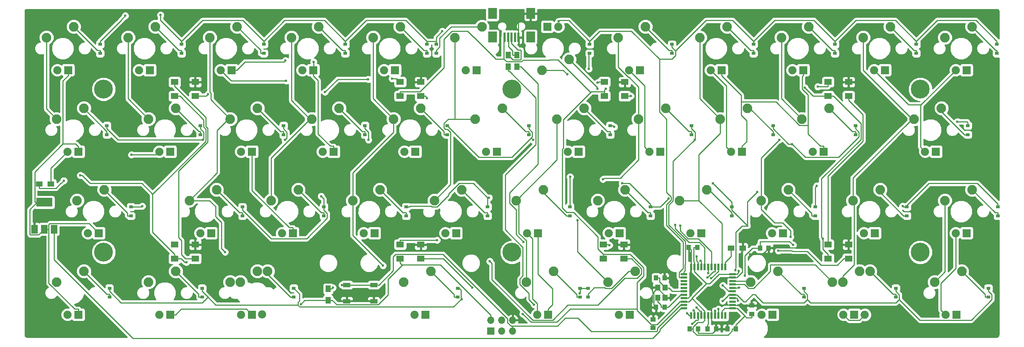
<source format=gbl>
G04 #@! TF.FileFunction,Copper,L2,Bot,Signal*
%FSLAX46Y46*%
G04 Gerber Fmt 4.6, Leading zero omitted, Abs format (unit mm)*
G04 Created by KiCad (PCBNEW 4.0.7) date 06/01/18 20:48:47*
%MOMM*%
%LPD*%
G01*
G04 APERTURE LIST*
%ADD10C,0.100000*%
%ADD11C,2.250000*%
%ADD12C,1.905000*%
%ADD13R,1.905000X1.905000*%
%ADD14C,4.400000*%
%ADD15R,1.000000X1.250000*%
%ADD16R,1.250000X1.000000*%
%ADD17R,0.900000X0.800000*%
%ADD18R,1.800000X1.400000*%
%ADD19R,3.800000X2.000000*%
%ADD20R,1.500000X2.000000*%
%ADD21R,1.500000X1.300000*%
%ADD22R,1.300000X1.500000*%
%ADD23R,1.700000X1.000000*%
%ADD24R,1.200000X1.400000*%
%ADD25R,1.700000X1.700000*%
%ADD26O,1.700000X1.700000*%
%ADD27R,0.550000X1.500000*%
%ADD28R,1.500000X0.550000*%
%ADD29R,0.500000X2.300000*%
%ADD30R,2.000000X2.500000*%
%ADD31C,0.600000*%
%ADD32C,0.250000*%
%ADD33C,0.254000*%
G04 APERTURE END LIST*
D10*
D11*
X188278000Y-71120000D03*
X181928000Y-73660000D03*
D12*
X184468000Y-81280000D03*
D13*
X187008000Y-81280000D03*
D11*
X85883800Y-90170000D03*
X79533800Y-92710000D03*
D12*
X84630000Y-100320000D03*
D14*
X142890000Y-85730000D03*
X142880000Y-47640000D03*
X238110000Y-85730000D03*
X238120000Y-47620000D03*
X47620000Y-85730000D03*
D15*
X178480000Y-91750000D03*
X176480000Y-91750000D03*
X176500000Y-98590000D03*
X178500000Y-98590000D03*
D16*
X175800000Y-103450000D03*
X175800000Y-101450000D03*
D15*
X193100000Y-103700000D03*
X195100000Y-103700000D03*
X200750000Y-84750000D03*
X202750000Y-84750000D03*
D17*
X46800000Y-37150000D03*
X46800000Y-39250000D03*
X65800000Y-37150000D03*
X65800000Y-39250000D03*
X85000000Y-37150000D03*
X85000000Y-39250000D03*
X104000000Y-37150000D03*
X104000000Y-39250000D03*
X123000000Y-37150000D03*
X123000000Y-39250000D03*
X125200000Y-37150000D03*
X125200000Y-39250000D03*
X161000000Y-37150000D03*
X161000000Y-39250000D03*
X180200000Y-37150000D03*
X180200000Y-39250000D03*
X199200000Y-37150000D03*
X199200000Y-39250000D03*
X218200000Y-37150000D03*
X218200000Y-39250000D03*
X237200000Y-37150000D03*
X237200000Y-39250000D03*
X256000000Y-37150000D03*
X256000000Y-39250000D03*
X48400000Y-56150000D03*
X48400000Y-58250000D03*
X70200000Y-56150000D03*
X70200000Y-58250000D03*
X89600000Y-56150000D03*
X89600000Y-58250000D03*
X108600000Y-56150000D03*
X108600000Y-58250000D03*
X127800000Y-56150000D03*
X127800000Y-58250000D03*
X146800000Y-56150000D03*
X146800000Y-58250000D03*
X165800000Y-56150000D03*
X165800000Y-58250000D03*
X184800000Y-56150000D03*
X184800000Y-58250000D03*
X203800000Y-56150000D03*
X203800000Y-58250000D03*
X223000000Y-56150000D03*
X223000000Y-58250000D03*
X249200000Y-56150000D03*
X249200000Y-58250000D03*
X54000000Y-75150000D03*
X54000000Y-77250000D03*
X80000000Y-75150000D03*
X80000000Y-77250000D03*
X99000000Y-75150000D03*
X99000000Y-77250000D03*
X118200000Y-75150000D03*
X118200000Y-77250000D03*
X137200000Y-75150000D03*
X137200000Y-77250000D03*
X156400000Y-75150000D03*
X156400000Y-77250000D03*
X175200000Y-75150000D03*
X175200000Y-77250000D03*
X194200000Y-75150000D03*
X194200000Y-77250000D03*
X213600000Y-75150000D03*
X213600000Y-77250000D03*
X235000000Y-75150000D03*
X235000000Y-77250000D03*
X256200000Y-75150000D03*
X256200000Y-77250000D03*
X49000000Y-94150000D03*
X49000000Y-96250000D03*
X70600000Y-94150000D03*
X70600000Y-96250000D03*
X92000000Y-94150000D03*
X92000000Y-96250000D03*
X130200000Y-94150000D03*
X130200000Y-96250000D03*
X158800000Y-94150000D03*
X158800000Y-96250000D03*
X160600000Y-94150000D03*
X160600000Y-96250000D03*
X211000000Y-94150000D03*
X211000000Y-96250000D03*
X232400000Y-94150000D03*
X232400000Y-96250000D03*
X254000000Y-94150000D03*
X254000000Y-96250000D03*
D18*
X116800000Y-87250000D03*
X116800000Y-83950000D03*
X121600000Y-83950000D03*
X121600000Y-87250000D03*
X164200000Y-87250000D03*
X164200000Y-83950000D03*
X169000000Y-83950000D03*
X169000000Y-87250000D03*
X216600000Y-87250000D03*
X216600000Y-83950000D03*
X221400000Y-83950000D03*
X221400000Y-87250000D03*
X216600000Y-49250000D03*
X216600000Y-45950000D03*
X221400000Y-45950000D03*
X221400000Y-49250000D03*
X164400000Y-49250000D03*
X164400000Y-45950000D03*
X169200000Y-45950000D03*
X169200000Y-49250000D03*
X116800000Y-49250000D03*
X116800000Y-45950000D03*
X121600000Y-45950000D03*
X121600000Y-49250000D03*
X64200000Y-49250000D03*
X64200000Y-45950000D03*
X69000000Y-45950000D03*
X69000000Y-49250000D03*
X64200000Y-87250000D03*
X64200000Y-83950000D03*
X69000000Y-83950000D03*
X69000000Y-87250000D03*
D19*
X33782000Y-74066000D03*
D20*
X33782000Y-80366000D03*
X31482000Y-80366000D03*
X36082000Y-80366000D03*
D21*
X35350000Y-69800000D03*
X32650000Y-69800000D03*
D22*
X144000000Y-39650000D03*
X144000000Y-42350000D03*
X142000000Y-39650000D03*
X142000000Y-42350000D03*
X100000000Y-94300000D03*
X100000000Y-97000000D03*
D21*
X196700000Y-84750000D03*
X194000000Y-84750000D03*
D23*
X110650000Y-93400000D03*
X104350000Y-93400000D03*
X110650000Y-97200000D03*
X104350000Y-97200000D03*
D24*
X178550000Y-96395000D03*
X178550000Y-93995000D03*
X176850000Y-96395000D03*
X176850000Y-93995000D03*
D15*
X190500000Y-103700000D03*
X188500000Y-103700000D03*
D25*
X137960000Y-104170000D03*
D26*
X137960000Y-101630000D03*
X140500000Y-104170000D03*
X140500000Y-101630000D03*
X143040000Y-104170000D03*
X143040000Y-101630000D03*
D16*
X198800000Y-98200000D03*
X198800000Y-100200000D03*
D15*
X184300000Y-103700000D03*
X186300000Y-103700000D03*
X186125000Y-84575000D03*
X184125000Y-84575000D03*
D27*
X192650000Y-100575000D03*
X191850000Y-100575000D03*
X191050000Y-100575000D03*
X190250000Y-100575000D03*
X189450000Y-100575000D03*
X188650000Y-100575000D03*
X187850000Y-100575000D03*
X187050000Y-100575000D03*
X186250000Y-100575000D03*
X185450000Y-100575000D03*
X184650000Y-100575000D03*
D28*
X182950000Y-98875000D03*
X182950000Y-98075000D03*
X182950000Y-97275000D03*
X182950000Y-96475000D03*
X182950000Y-95675000D03*
X182950000Y-94875000D03*
X182950000Y-94075000D03*
X182950000Y-93275000D03*
X182950000Y-92475000D03*
X182950000Y-91675000D03*
X182950000Y-90875000D03*
D27*
X184650000Y-89175000D03*
X185450000Y-89175000D03*
X186250000Y-89175000D03*
X187050000Y-89175000D03*
X187850000Y-89175000D03*
X188650000Y-89175000D03*
X189450000Y-89175000D03*
X190250000Y-89175000D03*
X191050000Y-89175000D03*
X191850000Y-89175000D03*
X192650000Y-89175000D03*
D28*
X194350000Y-90875000D03*
X194350000Y-91675000D03*
X194350000Y-92475000D03*
X194350000Y-93275000D03*
X194350000Y-94075000D03*
X194350000Y-94875000D03*
X194350000Y-95675000D03*
X194350000Y-96475000D03*
X194350000Y-97275000D03*
X194350000Y-98075000D03*
X194350000Y-98875000D03*
D11*
X40640000Y-33020000D03*
X34290000Y-35560000D03*
D12*
X36830000Y-43180000D03*
D13*
X39370000Y-43180000D03*
D11*
X59690000Y-33020000D03*
X53340000Y-35560000D03*
D12*
X55880000Y-43180000D03*
D13*
X58420000Y-43180000D03*
D11*
X78740000Y-33020000D03*
X72390000Y-35560000D03*
D12*
X74930000Y-43180000D03*
D13*
X77470000Y-43180000D03*
D11*
X97790000Y-33020000D03*
X91440000Y-35560000D03*
D12*
X93980000Y-43180000D03*
D13*
X96520000Y-43180000D03*
D11*
X116840000Y-33020000D03*
X110490000Y-35560000D03*
D12*
X113030000Y-43180000D03*
D13*
X115570000Y-43180000D03*
D11*
X135890000Y-33020000D03*
X129540000Y-35560000D03*
D12*
X132080000Y-43180000D03*
D13*
X134620000Y-43180000D03*
D11*
X149860000Y-43180000D03*
X156210000Y-40640000D03*
D12*
X153670000Y-33020000D03*
D13*
X151130000Y-33020000D03*
D11*
X173990000Y-33020000D03*
X167640000Y-35560000D03*
D12*
X170180000Y-43180000D03*
D13*
X172720000Y-43180000D03*
D11*
X193040000Y-33020000D03*
X186690000Y-35560000D03*
D12*
X189230000Y-43180000D03*
D13*
X191770000Y-43180000D03*
D11*
X212090000Y-33020000D03*
X205740000Y-35560000D03*
D12*
X208280000Y-43180000D03*
D13*
X210820000Y-43180000D03*
D11*
X231140000Y-33020000D03*
X224790000Y-35560000D03*
D12*
X227330000Y-43180000D03*
D13*
X229870000Y-43180000D03*
D11*
X250190000Y-33020000D03*
X243840000Y-35560000D03*
D12*
X246380000Y-43180000D03*
D13*
X248920000Y-43180000D03*
D11*
X43021200Y-52070000D03*
X36671200Y-54610000D03*
D12*
X39211200Y-62230000D03*
D13*
X41751200Y-62230000D03*
D11*
X64452500Y-52070000D03*
X58102500Y-54610000D03*
D12*
X60642500Y-62230000D03*
D13*
X63182500Y-62230000D03*
D11*
X83502500Y-52070000D03*
X77152500Y-54610000D03*
D12*
X79692500Y-62230000D03*
D13*
X82232500Y-62230000D03*
D11*
X102552000Y-52070000D03*
X96202000Y-54610000D03*
D12*
X98742000Y-62230000D03*
D13*
X101282000Y-62230000D03*
D11*
X121602000Y-52070000D03*
X115252000Y-54610000D03*
D12*
X117792000Y-62230000D03*
D13*
X120332000Y-62230000D03*
D11*
X140652000Y-52070000D03*
X134302000Y-54610000D03*
D12*
X136842000Y-62230000D03*
D13*
X139382000Y-62230000D03*
D11*
X159702000Y-52070000D03*
X153352000Y-54610000D03*
D12*
X155892000Y-62230000D03*
D13*
X158432000Y-62230000D03*
D11*
X178752000Y-52070000D03*
X172402000Y-54610000D03*
D12*
X174942000Y-62230000D03*
D13*
X177482000Y-62230000D03*
D11*
X197802000Y-52070000D03*
X191452000Y-54610000D03*
D12*
X193992000Y-62230000D03*
D13*
X196532000Y-62230000D03*
D11*
X216852000Y-52070000D03*
X210502000Y-54610000D03*
D12*
X213042000Y-62230000D03*
D13*
X215582000Y-62230000D03*
D11*
X243046000Y-52070000D03*
X236696000Y-54610000D03*
D12*
X239236000Y-62230000D03*
D13*
X241776000Y-62230000D03*
D11*
X47783800Y-71120000D03*
X41433800Y-73660000D03*
D12*
X43973800Y-81280000D03*
D13*
X46513800Y-81280000D03*
D11*
X73977500Y-71120000D03*
X67627500Y-73660000D03*
D12*
X70167500Y-81280000D03*
D13*
X72707500Y-81280000D03*
D11*
X93027500Y-71120000D03*
X86677500Y-73660000D03*
D12*
X89217500Y-81280000D03*
D13*
X91757500Y-81280000D03*
D11*
X112078000Y-71120000D03*
X105728000Y-73660000D03*
D12*
X108268000Y-81280000D03*
D13*
X110808000Y-81280000D03*
D11*
X131128000Y-71120000D03*
X124778000Y-73660000D03*
D12*
X127318000Y-81280000D03*
D13*
X129858000Y-81280000D03*
D11*
X150178000Y-71120000D03*
X143828000Y-73660000D03*
D12*
X146368000Y-81280000D03*
D13*
X148908000Y-81280000D03*
D11*
X169228000Y-71120000D03*
X162878000Y-73660000D03*
D12*
X165418000Y-81280000D03*
D13*
X167958000Y-81280000D03*
D11*
X207328000Y-71120000D03*
X200978000Y-73660000D03*
D12*
X203518000Y-81280000D03*
D13*
X206058000Y-81280000D03*
D11*
X228759000Y-71120000D03*
X222409000Y-73660000D03*
D12*
X224949000Y-81280000D03*
D13*
X227489000Y-81280000D03*
D11*
X250190000Y-71120000D03*
X243840000Y-73660000D03*
D12*
X246380000Y-81280000D03*
D13*
X248920000Y-81280000D03*
D11*
X43021200Y-90170000D03*
X36671200Y-92710000D03*
D12*
X39211200Y-100330000D03*
D13*
X41751200Y-100330000D03*
D11*
X64452500Y-90170000D03*
X58102500Y-92710000D03*
D12*
X60642500Y-100330000D03*
D13*
X63182500Y-100330000D03*
D11*
X83502500Y-90170000D03*
X77152500Y-92710000D03*
D12*
X79692500Y-100330000D03*
D13*
X82232500Y-100330000D03*
D11*
X123984000Y-90170000D03*
X117634000Y-92710000D03*
D12*
X120174000Y-100330000D03*
D13*
X122714000Y-100330000D03*
D11*
X152559000Y-90170000D03*
X146209000Y-92710000D03*
D12*
X148749000Y-100330000D03*
D13*
X151289000Y-100330000D03*
D11*
X171609000Y-90170000D03*
X165259000Y-92710000D03*
D12*
X167799000Y-100330000D03*
D13*
X170339000Y-100330000D03*
D11*
X204946000Y-90170000D03*
X198596000Y-92710000D03*
D12*
X201136000Y-100330000D03*
D13*
X203676000Y-100330000D03*
D11*
X226378000Y-90170000D03*
X220028000Y-92710000D03*
D12*
X225180000Y-100380000D03*
D11*
X223996000Y-90170000D03*
X217646000Y-92710000D03*
D12*
X220186000Y-100330000D03*
D13*
X222726000Y-100330000D03*
D11*
X247809000Y-90170000D03*
X241459000Y-92710000D03*
D12*
X243999000Y-100330000D03*
D13*
X246539000Y-100330000D03*
D14*
X47625000Y-47625000D03*
D29*
X141190000Y-35530000D03*
X141990000Y-35530000D03*
X142790000Y-35530000D03*
X143590000Y-35530000D03*
X144390000Y-35530000D03*
D30*
X147240000Y-29930000D03*
X147240000Y-35430000D03*
X138340000Y-29930000D03*
X138340000Y-35430000D03*
D31*
X121730000Y-40900000D03*
X145170000Y-37640000D03*
X196320000Y-86510000D03*
X198400000Y-86230000D03*
X213380000Y-78990000D03*
X192600000Y-91820000D03*
X188240000Y-96370000D03*
X180280000Y-95850000D03*
X185000000Y-94990000D03*
X66510000Y-79930000D03*
X66510000Y-79930000D03*
X164760000Y-47510000D03*
X211200000Y-47310000D03*
X195782500Y-90080000D03*
X197210000Y-91250000D03*
X215374600Y-82550000D03*
X208430000Y-84060000D03*
X42220000Y-67790000D03*
X38350000Y-69000000D03*
X93636800Y-97895800D03*
X66951000Y-88047600D03*
X145400400Y-100185900D03*
X60910000Y-30290000D03*
X52690000Y-30470000D03*
X153793700Y-31752600D03*
X126631200Y-34109600D03*
X160830000Y-42860000D03*
X155810000Y-44180000D03*
X147825100Y-59485300D03*
X109415500Y-59485300D03*
X89910000Y-59485300D03*
X208250800Y-60447400D03*
X185482800Y-59485300D03*
X246762900Y-55213800D03*
X166750300Y-56461300D03*
X70788200Y-59469300D03*
X125394500Y-82924700D03*
X137700000Y-87870000D03*
X192074600Y-93497600D03*
X133635400Y-94028200D03*
X123031500Y-49716000D03*
X162846300Y-46120900D03*
X185936100Y-98701700D03*
X54140000Y-62980000D03*
X90170000Y-45680000D03*
X96630000Y-41240000D03*
X90040000Y-40940000D03*
X185929900Y-86763600D03*
X75960000Y-85720000D03*
X186878800Y-87753000D03*
X180959200Y-79359900D03*
X188617300Y-90586100D03*
X112799000Y-88863600D03*
X182126100Y-79536100D03*
X162810000Y-47520000D03*
X188506900Y-91623700D03*
X164110000Y-68710000D03*
X158175400Y-78265500D03*
X189316000Y-91849300D03*
X207858529Y-82163592D03*
X205211600Y-59455700D03*
X195836200Y-94049600D03*
X191050000Y-99012500D03*
X145581000Y-83333700D03*
X190240699Y-99418199D03*
X148017000Y-97973500D03*
X205020000Y-85398600D03*
X165616100Y-84100700D03*
X170603500Y-49218500D03*
X214193800Y-47039400D03*
X114900000Y-45180000D03*
X109320000Y-45300000D03*
X99260000Y-48300000D03*
X72000000Y-48840000D03*
X185271000Y-99320700D03*
X183725000Y-100023100D03*
X103220000Y-93410000D03*
X101110000Y-94030000D03*
X156440000Y-68114998D03*
X179402978Y-73210000D03*
X168597802Y-69622174D03*
X189790000Y-69627400D03*
X200070000Y-71630000D03*
X194987425Y-89991262D03*
X213978800Y-70201000D03*
X98373700Y-72660200D03*
X233996700Y-74993600D03*
X137530000Y-72979200D03*
X56662600Y-74970800D03*
X195606100Y-97024700D03*
X131193900Y-96722100D03*
X158685400Y-95330100D03*
X192009600Y-97132600D03*
X184917800Y-102511500D03*
D32*
X121730000Y-40900000D02*
X121730000Y-45820000D01*
X121730000Y-45820000D02*
X121600000Y-45950000D01*
X144390000Y-35530000D02*
X144390000Y-36860000D01*
X144390000Y-36860000D02*
X145170000Y-37640000D01*
X196320000Y-86510000D02*
X196320000Y-85130000D01*
X196320000Y-85130000D02*
X196700000Y-84750000D01*
X202750000Y-84875000D02*
X201395000Y-86230000D01*
X201395000Y-86230000D02*
X198400000Y-86230000D01*
X202750000Y-84750000D02*
X202750000Y-84875000D01*
X144390000Y-35530000D02*
X144390000Y-31530000D01*
X144390000Y-31530000D02*
X145990000Y-29930000D01*
X145990000Y-29930000D02*
X147240000Y-29930000D01*
X176500000Y-98590000D02*
X176500000Y-98465000D01*
X176500000Y-98465000D02*
X175924999Y-97889999D01*
X175924999Y-97889999D02*
X175924999Y-95070001D01*
X175924999Y-95070001D02*
X176900000Y-94095000D01*
X194350000Y-98075000D02*
X189945000Y-98075000D01*
X189945000Y-98075000D02*
X188240000Y-96370000D01*
X198800000Y-98200000D02*
X194475000Y-98200000D01*
X194475000Y-98200000D02*
X194350000Y-98075000D01*
X186300000Y-103700000D02*
X186300000Y-104575000D01*
X186375001Y-104650001D02*
X189674999Y-104650001D01*
X186300000Y-104575000D02*
X186375001Y-104650001D01*
X189674999Y-104650001D02*
X190500000Y-103825000D01*
X190500000Y-103825000D02*
X190500000Y-103700000D01*
X190500000Y-103700000D02*
X190500000Y-102825000D01*
X190500000Y-102825000D02*
X189450000Y-101775000D01*
X189450000Y-101775000D02*
X189450000Y-100575000D01*
X203540000Y-84710000D02*
X209448900Y-84710000D01*
X209448900Y-84710000D02*
X213380000Y-80778900D01*
X213380000Y-80778900D02*
X213380000Y-78990000D01*
X202750000Y-84750000D02*
X203500000Y-84750000D01*
X203500000Y-84750000D02*
X203540000Y-84710000D01*
X196610000Y-85740000D02*
X196610000Y-90415000D01*
X196610000Y-90415000D02*
X195350000Y-91675000D01*
X195350000Y-91675000D02*
X194350000Y-91675000D01*
X196700000Y-84750000D02*
X196700000Y-85650000D01*
X196700000Y-85650000D02*
X196610000Y-85740000D01*
X192745000Y-91675000D02*
X192600000Y-91820000D01*
X194350000Y-91675000D02*
X192745000Y-91675000D01*
X184650000Y-89175000D02*
X184650000Y-85100000D01*
X184650000Y-85100000D02*
X184125000Y-84575000D01*
X184650000Y-89175000D02*
X184650000Y-94640000D01*
X184650000Y-94640000D02*
X185000000Y-94990000D01*
X189450000Y-100575000D02*
X189450000Y-97580000D01*
X189450000Y-97580000D02*
X188240000Y-96370000D01*
X184750000Y-95675000D02*
X184750000Y-95240000D01*
X184750000Y-95240000D02*
X185000000Y-94990000D01*
X182950000Y-96475000D02*
X183950000Y-96475000D01*
X183950000Y-96475000D02*
X184750000Y-95675000D01*
X178500000Y-96295000D02*
X178500000Y-95830002D01*
X178500000Y-95830002D02*
X176900000Y-94230002D01*
X176900000Y-94230002D02*
X176900000Y-94095000D01*
X69000000Y-83950000D02*
X69000000Y-82420000D01*
X69000000Y-82420000D02*
X66510000Y-79930000D01*
X179475300Y-94095000D02*
X178926800Y-94095000D01*
X182950000Y-94875000D02*
X180255300Y-94875000D01*
X179475300Y-94095000D02*
X180255300Y-94875000D01*
X178500000Y-94095000D02*
X178713400Y-94095000D01*
X178713400Y-94095000D02*
X178926800Y-94095000D01*
X177305300Y-92686900D02*
X177305300Y-91750000D01*
X178713400Y-94095000D02*
X177305300Y-92686900D01*
X176480000Y-91750000D02*
X177305300Y-91750000D01*
X179325300Y-98590000D02*
X178500000Y-98590000D01*
X182240300Y-95675000D02*
X179325300Y-98590000D01*
X182950000Y-95675000D02*
X182240300Y-95675000D01*
X177674700Y-98087400D02*
X177674700Y-98590000D01*
X177007600Y-97420300D02*
X177674700Y-98087400D01*
X176900000Y-97420300D02*
X177007600Y-97420300D01*
X176900000Y-96295000D02*
X176900000Y-97420300D01*
X178500000Y-98590000D02*
X177674700Y-98590000D01*
X133888500Y-35435300D02*
X133989298Y-35435300D01*
X133989298Y-35435300D02*
X139130398Y-40576400D01*
X139130398Y-40576400D02*
X140989600Y-40576400D01*
X200750000Y-84750000D02*
X198988476Y-84750000D01*
X198988476Y-84750000D02*
X197210000Y-86528476D01*
X197210000Y-86528476D02*
X197210000Y-90825736D01*
X197210000Y-90825736D02*
X197210000Y-91250000D01*
X145453300Y-40830600D02*
X151659200Y-40830600D01*
X151659200Y-40830600D02*
X151748400Y-40741400D01*
X164760000Y-47510000D02*
X164460001Y-47809999D01*
X164460001Y-47809999D02*
X164460001Y-48164699D01*
X164460001Y-48164699D02*
X164400000Y-48224700D01*
X216600000Y-49250000D02*
X213140000Y-49250000D01*
X213140000Y-49250000D02*
X211200000Y-47310000D01*
X215374600Y-82550000D02*
X215074601Y-82250001D01*
X224259100Y-59375500D02*
X215074601Y-68559999D01*
X215074601Y-82250001D02*
X215074601Y-68559999D01*
X215374600Y-84999300D02*
X215374600Y-82550000D01*
X195782500Y-90442500D02*
X195782500Y-90080000D01*
X200750000Y-83234998D02*
X207604998Y-83234998D01*
X207604998Y-83234998D02*
X208430000Y-84060000D01*
X194350000Y-90875000D02*
X195350000Y-90875000D01*
X195350000Y-90875000D02*
X195782500Y-90442500D01*
X200750000Y-83234998D02*
X200750000Y-84750000D01*
X184825300Y-96649702D02*
X184200002Y-97275000D01*
X184200002Y-97275000D02*
X182950000Y-97275000D01*
X184825300Y-96475000D02*
X184825300Y-96649702D01*
X66526736Y-88047600D02*
X66951000Y-88047600D01*
X65729136Y-87250000D02*
X66526736Y-88047600D01*
X64200000Y-87250000D02*
X65729136Y-87250000D01*
X42220000Y-67790000D02*
X42644264Y-67790000D01*
X42644264Y-67790000D02*
X44475064Y-69620800D01*
X44475064Y-69620800D02*
X56547900Y-69620800D01*
X37626900Y-69620800D02*
X37729200Y-69620800D01*
X37729200Y-69620800D02*
X38350000Y-69000000D01*
X216600000Y-49250000D02*
X217825300Y-49250000D01*
X216600000Y-87250000D02*
X216600000Y-86224700D01*
X215374600Y-84999300D02*
X216600000Y-86224700D01*
X198800000Y-100200000D02*
X198800000Y-101025300D01*
X116800000Y-49250000D02*
X116800000Y-48224700D01*
X141283000Y-34410000D02*
X141283000Y-35435300D01*
X185450000Y-89175000D02*
X185450000Y-88099700D01*
X191850000Y-100575000D02*
X191850000Y-99499700D01*
X186125000Y-84575000D02*
X185299700Y-84575000D01*
X185299700Y-87949400D02*
X185450000Y-88099700D01*
X185299700Y-84575000D02*
X185299700Y-87949400D01*
X194350000Y-98875000D02*
X192474700Y-98875000D01*
X194350000Y-98875000D02*
X195425300Y-98875000D01*
X224259100Y-55683800D02*
X224259100Y-59375500D01*
X217825300Y-49250000D02*
X224259100Y-55683800D01*
X64200000Y-49250000D02*
X65425300Y-49250000D01*
X64200000Y-87250000D02*
X64200000Y-86224700D01*
X185450000Y-89175000D02*
X185450000Y-90250300D01*
X175800000Y-103450000D02*
X175800000Y-102624700D01*
X59069000Y-81093700D02*
X59069000Y-72141900D01*
X64200000Y-86224700D02*
X59069000Y-81093700D01*
X70975400Y-54800100D02*
X65425300Y-49250000D01*
X70975400Y-56472400D02*
X70975400Y-54800100D01*
X71440700Y-56937700D02*
X70975400Y-56472400D01*
X71440700Y-59770200D02*
X71440700Y-56937700D01*
X59069000Y-72141900D02*
X71440700Y-59770200D01*
X36472400Y-70775300D02*
X32650000Y-70775300D01*
X37626900Y-69620800D02*
X36472400Y-70775300D01*
X59069000Y-72141900D02*
X56547900Y-69620800D01*
X32650000Y-69800000D02*
X32650000Y-70775300D01*
X189030600Y-93050300D02*
X188250000Y-93050300D01*
X191205900Y-90875000D02*
X189030600Y-93050300D01*
X194350000Y-90875000D02*
X191205900Y-90875000D01*
X188250000Y-93050300D02*
X185450000Y-90250300D01*
X176747600Y-102624700D02*
X175800000Y-102624700D01*
X181874700Y-97497600D02*
X176747600Y-102624700D01*
X181874700Y-97275000D02*
X181874700Y-97497600D01*
X182950000Y-97275000D02*
X181874700Y-97275000D01*
X116800000Y-87250000D02*
X116800000Y-88287900D01*
X94532600Y-97000000D02*
X100000000Y-97000000D01*
X93636800Y-97895800D02*
X94532600Y-97000000D01*
X100000000Y-97000000D02*
X100975300Y-97000000D01*
X113973800Y-92029500D02*
X117257700Y-88745600D01*
X113973800Y-95744600D02*
X113973800Y-92029500D01*
X111693000Y-98025400D02*
X113973800Y-95744600D01*
X102000700Y-98025400D02*
X111693000Y-98025400D01*
X100975300Y-97000000D02*
X102000700Y-98025400D01*
X117334000Y-88669300D02*
X117257700Y-88745600D01*
X126174600Y-88669300D02*
X117334000Y-88669300D01*
X137960000Y-100454700D02*
X126174600Y-88669300D01*
X117257700Y-88745600D02*
X116800000Y-88287900D01*
X137960000Y-101630000D02*
X137960000Y-100454700D01*
X188250000Y-93050300D02*
X184825300Y-96475000D01*
X175329700Y-102624700D02*
X175800000Y-102624700D01*
X172050800Y-99345800D02*
X175329700Y-102624700D01*
X172050800Y-98976800D02*
X172050800Y-99345800D01*
X170464400Y-86224700D02*
X164200000Y-86224700D01*
X173599100Y-89359400D02*
X170464400Y-86224700D01*
X173599100Y-91321400D02*
X173599100Y-89359400D01*
X172050800Y-92869700D02*
X173599100Y-91321400D01*
X172050800Y-98976800D02*
X172050800Y-92869700D01*
X164200000Y-87250000D02*
X164200000Y-86224700D01*
X164400000Y-49250000D02*
X164400000Y-48224700D01*
X161380400Y-48224700D02*
X161246100Y-48359000D01*
X164400000Y-48224700D02*
X161380400Y-48224700D01*
X162950700Y-84975400D02*
X164200000Y-86224700D01*
X162950700Y-82155900D02*
X162950700Y-84975400D01*
X157222900Y-76428100D02*
X162950700Y-82155900D01*
X155662600Y-76428100D02*
X157222900Y-76428100D01*
X154587700Y-75353200D02*
X155662600Y-76428100D01*
X154587700Y-61655600D02*
X154587700Y-75353200D01*
X154842700Y-61400600D02*
X154587700Y-61655600D01*
X154842700Y-54762400D02*
X154842700Y-61400600D01*
X161246100Y-48359000D02*
X154842700Y-54762400D01*
X140989600Y-40576400D02*
X140989600Y-35435300D01*
X141635700Y-41222500D02*
X140989600Y-40576400D01*
X145061400Y-41222500D02*
X141635700Y-41222500D01*
X145453300Y-40830600D02*
X145061400Y-41222500D01*
X153628500Y-40741400D02*
X151748400Y-40741400D01*
X161246100Y-48359000D02*
X153628500Y-40741400D01*
X132550900Y-34097700D02*
X133888500Y-35435300D01*
X128886400Y-34097700D02*
X132550900Y-34097700D01*
X127025000Y-35959100D02*
X128886400Y-34097700D01*
X127025000Y-42606600D02*
X127025000Y-35959100D01*
X121406900Y-48224700D02*
X127025000Y-42606600D01*
X116800000Y-48224700D02*
X121406900Y-48224700D01*
X140989600Y-35435300D02*
X141283000Y-35435300D01*
X187850000Y-100347700D02*
X187850000Y-99499700D01*
X147313200Y-102098700D02*
X145400400Y-100185900D01*
X153381600Y-102098700D02*
X147313200Y-102098700D01*
X156503500Y-98976800D02*
X153381600Y-102098700D01*
X172050800Y-98976800D02*
X156503500Y-98976800D01*
X187850000Y-99499700D02*
X184825300Y-96475000D01*
X191850000Y-99499700D02*
X192474700Y-98875000D01*
X187850000Y-100347700D02*
X187850000Y-100575000D01*
X185125300Y-103209800D02*
X185125300Y-103700000D01*
X186234400Y-102100700D02*
X185125300Y-103209800D01*
X187399600Y-102100700D02*
X186234400Y-102100700D01*
X187850000Y-101650300D02*
X187399600Y-102100700D01*
X187850000Y-100575000D02*
X187850000Y-101650300D01*
X184300000Y-103700000D02*
X185125300Y-103700000D01*
X185125300Y-104226900D02*
X185125300Y-103700000D01*
X186001500Y-105103100D02*
X185125300Y-104226900D01*
X193284200Y-105103100D02*
X186001500Y-105103100D01*
X194274700Y-104112600D02*
X193284200Y-105103100D01*
X194274700Y-103700000D02*
X194274700Y-104112600D01*
X195100000Y-103700000D02*
X194274700Y-103700000D01*
X195100000Y-103700000D02*
X195100000Y-102749700D01*
X197200000Y-100649700D02*
X195100000Y-102749700D01*
X197575600Y-101025300D02*
X197200000Y-100649700D01*
X198800000Y-101025300D02*
X197575600Y-101025300D01*
X197200000Y-100649700D02*
X195425300Y-98875000D01*
X188650000Y-102599700D02*
X188500000Y-102749700D01*
X188650000Y-100575000D02*
X188650000Y-102599700D01*
X188500000Y-103700000D02*
X188500000Y-102749700D01*
X181950000Y-91675000D02*
X182950000Y-91675000D01*
X181874700Y-91599700D02*
X181950000Y-91675000D01*
X182824251Y-89491949D02*
X181874700Y-90441500D01*
X181874700Y-90441500D02*
X181874700Y-91599700D01*
X182824251Y-88404334D02*
X182824251Y-89491949D01*
X182835600Y-88392985D02*
X182824251Y-88404334D01*
X182835600Y-83368900D02*
X182835600Y-88392985D01*
X178953300Y-74601704D02*
X178953300Y-79486600D01*
X177298000Y-40623400D02*
X177298000Y-52953800D01*
X180027988Y-73527016D02*
X178953300Y-74601704D01*
X178953300Y-71748296D02*
X180027988Y-72822984D01*
X178953300Y-54609100D02*
X178953300Y-71748296D01*
X180027988Y-72822984D02*
X180027988Y-73527016D01*
X178953300Y-79486600D02*
X182835600Y-83368900D01*
X177298000Y-52953800D02*
X178953300Y-54609100D01*
X60910000Y-30290000D02*
X60910000Y-31488300D01*
X60910000Y-31488300D02*
X60886800Y-31511500D01*
X51713200Y-31511500D02*
X51713200Y-31446800D01*
X51713200Y-31446800D02*
X52690000Y-30470000D01*
X161000000Y-37150000D02*
X161000000Y-36424700D01*
X237200000Y-37150000D02*
X237200000Y-36424700D01*
X256000000Y-37150000D02*
X256000000Y-36424700D01*
X153976700Y-31569600D02*
X153793700Y-31752600D01*
X156144900Y-31569600D02*
X153976700Y-31569600D01*
X161000000Y-36424700D02*
X156144900Y-31569600D01*
X180200000Y-37150000D02*
X180200000Y-37875300D01*
X170744200Y-34069600D02*
X177298000Y-40623400D01*
X163355100Y-34069600D02*
X170744200Y-34069600D01*
X161000000Y-36424700D02*
X163355100Y-34069600D01*
X181008800Y-39775000D02*
X181008800Y-38684100D01*
X180160400Y-40623400D02*
X181008800Y-39775000D01*
X177298000Y-40623400D02*
X180160400Y-40623400D01*
X181008800Y-38684100D02*
X180200000Y-37875300D01*
X194344900Y-31569600D02*
X199200000Y-36424700D01*
X188123300Y-31569600D02*
X194344900Y-31569600D01*
X181008800Y-38684100D02*
X188123300Y-31569600D01*
X199200000Y-37150000D02*
X199200000Y-36424700D01*
X242055100Y-31569600D02*
X237200000Y-36424700D01*
X251144900Y-31569600D02*
X242055100Y-31569600D01*
X256000000Y-36424700D02*
X251144900Y-31569600D01*
X218200000Y-37150000D02*
X218200000Y-36424700D01*
X223095100Y-31529600D02*
X218200000Y-36424700D01*
X232304900Y-31529600D02*
X223095100Y-31529600D01*
X237200000Y-36424700D02*
X232304900Y-31529600D01*
X204112600Y-31512100D02*
X199200000Y-36424700D01*
X213287400Y-31512100D02*
X204112600Y-31512100D01*
X218200000Y-36424700D02*
X213287400Y-31512100D01*
X123000000Y-37150000D02*
X123000000Y-36424700D01*
X104000000Y-37150000D02*
X104000000Y-36424700D01*
X108906600Y-31518100D02*
X104000000Y-36424700D01*
X118093400Y-31518100D02*
X108906600Y-31518100D01*
X123000000Y-36424700D02*
X118093400Y-31518100D01*
X85000000Y-37150000D02*
X85000000Y-36424700D01*
X125200000Y-36424700D02*
X123000000Y-36424700D01*
X125200000Y-37150000D02*
X125200000Y-36424700D01*
X125200000Y-35540800D02*
X126631200Y-34109600D01*
X125200000Y-36424700D02*
X125200000Y-35540800D01*
X89857700Y-31567000D02*
X85000000Y-36424700D01*
X99142300Y-31567000D02*
X89857700Y-31567000D01*
X104000000Y-36424700D02*
X99142300Y-31567000D01*
X65800000Y-37150000D02*
X65800000Y-36424700D01*
X70696300Y-31528400D02*
X65800000Y-36424700D01*
X80103700Y-31528400D02*
X70696300Y-31528400D01*
X85000000Y-36424700D02*
X80103700Y-31528400D01*
X46800000Y-37150000D02*
X46800000Y-36424700D01*
X51713200Y-31511500D02*
X46800000Y-36424700D01*
X65800000Y-36424700D02*
X60886800Y-31511500D01*
X46144700Y-38524700D02*
X46800000Y-38524700D01*
X40640000Y-33020000D02*
X46144700Y-38524700D01*
X46800000Y-39250000D02*
X46800000Y-38524700D01*
X65194700Y-38524700D02*
X65800000Y-38524700D01*
X59690000Y-33020000D02*
X65194700Y-38524700D01*
X65800000Y-39250000D02*
X65800000Y-38524700D01*
X84224700Y-38504700D02*
X84224700Y-39250000D01*
X78740000Y-33020000D02*
X84224700Y-38504700D01*
X85000000Y-39250000D02*
X84224700Y-39250000D01*
X103294700Y-38524700D02*
X104000000Y-38524700D01*
X97790000Y-33020000D02*
X103294700Y-38524700D01*
X104000000Y-39250000D02*
X104000000Y-38524700D01*
X122344700Y-38524700D02*
X123000000Y-38524700D01*
X116840000Y-33020000D02*
X122344700Y-38524700D01*
X123000000Y-39250000D02*
X123000000Y-38524700D01*
X125986700Y-37738000D02*
X125200000Y-38524700D01*
X125986700Y-35706800D02*
X125986700Y-37738000D01*
X128673500Y-33020000D02*
X125986700Y-35706800D01*
X135890000Y-33020000D02*
X128673500Y-33020000D01*
X125200000Y-39250000D02*
X125200000Y-38524700D01*
X160830000Y-42860000D02*
X160830000Y-39420000D01*
X160830000Y-39420000D02*
X161000000Y-39250000D01*
X149860000Y-43180000D02*
X154810000Y-43180000D01*
X154810000Y-43180000D02*
X155810000Y-44180000D01*
X179494700Y-38524700D02*
X180200000Y-38524700D01*
X173990000Y-33020000D02*
X179494700Y-38524700D01*
X180200000Y-39250000D02*
X180200000Y-38524700D01*
X198544700Y-38524700D02*
X199200000Y-38524700D01*
X193040000Y-33020000D02*
X198544700Y-38524700D01*
X199200000Y-39250000D02*
X199200000Y-38524700D01*
X217594700Y-38524700D02*
X218200000Y-38524700D01*
X212090000Y-33020000D02*
X217594700Y-38524700D01*
X218200000Y-39250000D02*
X218200000Y-38524700D01*
X236644700Y-38524700D02*
X237200000Y-38524700D01*
X231140000Y-33020000D02*
X236644700Y-38524700D01*
X237200000Y-39250000D02*
X237200000Y-38524700D01*
X255694700Y-38524700D02*
X256000000Y-38524700D01*
X250190000Y-33020000D02*
X255694700Y-38524700D01*
X256000000Y-39250000D02*
X256000000Y-38524700D01*
X183286000Y-83182400D02*
X183286000Y-88578996D01*
X182950000Y-90350000D02*
X182950000Y-90875000D01*
X183286000Y-88578996D02*
X183274262Y-88590734D01*
X183274262Y-90025738D02*
X182950000Y-90350000D01*
X183274262Y-88590734D02*
X183274262Y-90025738D01*
X179432600Y-79329000D02*
X183286000Y-83182400D01*
X179432600Y-74758815D02*
X179432600Y-79329000D01*
X180477999Y-73713416D02*
X179432600Y-74758815D01*
X180477999Y-64490101D02*
X180477999Y-73713416D01*
X185482800Y-59485300D02*
X180477999Y-64490101D01*
X223000000Y-56150000D02*
X223000000Y-56875300D01*
X203800000Y-56150000D02*
X203800000Y-56875300D01*
X146800000Y-56150000D02*
X146800000Y-56875300D01*
X108600000Y-56150000D02*
X108600000Y-56875300D01*
X147360000Y-59020100D02*
X147825100Y-59485300D01*
X142872200Y-63507900D02*
X147360000Y-59020100D01*
X135157900Y-63507900D02*
X142872200Y-63507900D01*
X127800000Y-56150000D02*
X135157900Y-63507900D01*
X147602400Y-57677700D02*
X146800000Y-56875300D01*
X147602400Y-58777700D02*
X147602400Y-57677700D01*
X147360000Y-59020100D02*
X147602400Y-58777700D01*
X89600000Y-56150000D02*
X89600000Y-56875300D01*
X90375400Y-59019900D02*
X89910000Y-59485300D01*
X90375400Y-57650700D02*
X90375400Y-59019900D01*
X89600000Y-56875300D02*
X90375400Y-57650700D01*
X207372100Y-60447400D02*
X203800000Y-56875300D01*
X208250800Y-60447400D02*
X207372100Y-60447400D01*
X211323000Y-63519600D02*
X208250800Y-60447400D01*
X219058000Y-63519600D02*
X211323000Y-63519600D01*
X223791700Y-58785900D02*
X219058000Y-63519600D01*
X223791700Y-57667000D02*
X223791700Y-58785900D01*
X223000000Y-56875300D02*
X223791700Y-57667000D01*
X109415500Y-57690800D02*
X109415500Y-59485300D01*
X108600000Y-56875300D02*
X109415500Y-57690800D01*
X184800000Y-56150000D02*
X184800000Y-56875300D01*
X185608800Y-59359300D02*
X185482800Y-59485300D01*
X185608800Y-57684100D02*
X185608800Y-59359300D01*
X184800000Y-56875300D02*
X185608800Y-57684100D01*
X248989100Y-55213800D02*
X249200000Y-55424700D01*
X246762900Y-55213800D02*
X248989100Y-55213800D01*
X249200000Y-56150000D02*
X249200000Y-55424700D01*
X166575300Y-56286300D02*
X166575300Y-56150000D01*
X166750300Y-56461300D02*
X166575300Y-56286300D01*
X165800000Y-56150000D02*
X166575300Y-56150000D01*
X70200000Y-56150000D02*
X70200000Y-56875300D01*
X48400000Y-56150000D02*
X48400000Y-56875300D01*
X70975400Y-59282100D02*
X70788200Y-59469300D01*
X70975400Y-57650700D02*
X70975400Y-59282100D01*
X70200000Y-56875300D02*
X70975400Y-57650700D01*
X50994000Y-59469300D02*
X48400000Y-56875300D01*
X70788200Y-59469300D02*
X50994000Y-59469300D01*
X43021200Y-52145900D02*
X48400000Y-57524700D01*
X43021200Y-52070000D02*
X43021200Y-52145900D01*
X48400000Y-58250000D02*
X48400000Y-57524700D01*
X69907200Y-57524700D02*
X70200000Y-57524700D01*
X64452500Y-52070000D02*
X69907200Y-57524700D01*
X70200000Y-58250000D02*
X70200000Y-57524700D01*
X88957200Y-57524700D02*
X89600000Y-57524700D01*
X83502500Y-52070000D02*
X88957200Y-57524700D01*
X89600000Y-58250000D02*
X89600000Y-57524700D01*
X108006700Y-57524700D02*
X108600000Y-57524700D01*
X102552000Y-52070000D02*
X108006700Y-57524700D01*
X108600000Y-58250000D02*
X108600000Y-57524700D01*
X127024700Y-57492700D02*
X127024700Y-58250000D01*
X121602000Y-52070000D02*
X127024700Y-57492700D01*
X127800000Y-58250000D02*
X127024700Y-58250000D01*
X146106700Y-57524700D02*
X146800000Y-57524700D01*
X140652000Y-52070000D02*
X146106700Y-57524700D01*
X146800000Y-58250000D02*
X146800000Y-57524700D01*
X165156700Y-57524700D02*
X165800000Y-57524700D01*
X159702000Y-52070000D02*
X165156700Y-57524700D01*
X165800000Y-58250000D02*
X165800000Y-57524700D01*
X184206700Y-57524700D02*
X184800000Y-57524700D01*
X178752000Y-52070000D02*
X184206700Y-57524700D01*
X184800000Y-58250000D02*
X184800000Y-57524700D01*
X203800000Y-58250000D02*
X203800000Y-57524700D01*
X198345300Y-52070000D02*
X197802000Y-52070000D01*
X203800000Y-57524700D02*
X198345300Y-52070000D01*
X222306700Y-57524700D02*
X223000000Y-57524700D01*
X216852000Y-52070000D02*
X222306700Y-57524700D01*
X223000000Y-58250000D02*
X223000000Y-57524700D01*
X243046000Y-52871300D02*
X248424700Y-58250000D01*
X243046000Y-52070000D02*
X243046000Y-52871300D01*
X249200000Y-58250000D02*
X248424700Y-58250000D01*
X53224700Y-76560900D02*
X53224700Y-77250000D01*
X47783800Y-71120000D02*
X53224700Y-76560900D01*
X54000000Y-77250000D02*
X53224700Y-77250000D01*
X79382200Y-76524700D02*
X80000000Y-76524700D01*
X73977500Y-71120000D02*
X79382200Y-76524700D01*
X80000000Y-77250000D02*
X80000000Y-76524700D01*
X98432200Y-76524700D02*
X99000000Y-76524700D01*
X93027500Y-71120000D02*
X98432200Y-76524700D01*
X99000000Y-77250000D02*
X99000000Y-76524700D01*
X117482700Y-76524700D02*
X118200000Y-76524700D01*
X112078000Y-71120000D02*
X117482700Y-76524700D01*
X118200000Y-77250000D02*
X118200000Y-76524700D01*
X136532700Y-76524700D02*
X137200000Y-76524700D01*
X131128000Y-71120000D02*
X136532700Y-76524700D01*
X137200000Y-77250000D02*
X137200000Y-76524700D01*
X150178000Y-71803300D02*
X155624700Y-77250000D01*
X150178000Y-71120000D02*
X150178000Y-71803300D01*
X156400000Y-77250000D02*
X155624700Y-77250000D01*
X174632700Y-76524700D02*
X175200000Y-76524700D01*
X169228000Y-71120000D02*
X174632700Y-76524700D01*
X175200000Y-77250000D02*
X175200000Y-76524700D01*
X194200000Y-77250000D02*
X194200000Y-76524700D01*
X188795300Y-71120000D02*
X188278000Y-71120000D01*
X194200000Y-76524700D02*
X188795300Y-71120000D01*
X212824700Y-76616700D02*
X212824700Y-77250000D01*
X207328000Y-71120000D02*
X212824700Y-76616700D01*
X213600000Y-77250000D02*
X212824700Y-77250000D01*
X228759000Y-71784300D02*
X234224700Y-77250000D01*
X228759000Y-71120000D02*
X228759000Y-71784300D01*
X235000000Y-77250000D02*
X234224700Y-77250000D01*
X255594700Y-76524700D02*
X256200000Y-76524700D01*
X250190000Y-71120000D02*
X255594700Y-76524700D01*
X256200000Y-77250000D02*
X256200000Y-76524700D01*
X48375900Y-95524700D02*
X49000000Y-95524700D01*
X43021200Y-90170000D02*
X48375900Y-95524700D01*
X49000000Y-96250000D02*
X49000000Y-95524700D01*
X69824700Y-95542200D02*
X69824700Y-96250000D01*
X64452500Y-90170000D02*
X69824700Y-95542200D01*
X70600000Y-96250000D02*
X69824700Y-96250000D01*
X85883800Y-90909100D02*
X91224700Y-96250000D01*
X85883800Y-90170000D02*
X85883800Y-90909100D01*
X92000000Y-96250000D02*
X91224700Y-96250000D01*
X129424700Y-95610700D02*
X129424700Y-96250000D01*
X123984000Y-90170000D02*
X129424700Y-95610700D01*
X130200000Y-96250000D02*
X129424700Y-96250000D01*
X158024700Y-95635700D02*
X158024700Y-96250000D01*
X152559000Y-90170000D02*
X158024700Y-95635700D01*
X158800000Y-96250000D02*
X158024700Y-96250000D01*
X162101800Y-94022900D02*
X160600000Y-95524700D01*
X164520800Y-94022900D02*
X162101800Y-94022900D01*
X164687800Y-94189900D02*
X164520800Y-94022900D01*
X166130200Y-94189900D02*
X164687800Y-94189900D01*
X170150100Y-90170000D02*
X166130200Y-94189900D01*
X171609000Y-90170000D02*
X170150100Y-90170000D01*
X160600000Y-96250000D02*
X160600000Y-95524700D01*
X210300700Y-95524700D02*
X211000000Y-95524700D01*
X204946000Y-90170000D02*
X210300700Y-95524700D01*
X211000000Y-96250000D02*
X211000000Y-95524700D01*
X231732700Y-95524700D02*
X232400000Y-95524700D01*
X226378000Y-90170000D02*
X231732700Y-95524700D01*
X232400000Y-96250000D02*
X232400000Y-95524700D01*
X253224700Y-95585700D02*
X253224700Y-96250000D01*
X247809000Y-90170000D02*
X253224700Y-95585700D01*
X254000000Y-96250000D02*
X253224700Y-96250000D01*
X142083000Y-37733000D02*
X142083000Y-34410000D01*
X143024700Y-38674700D02*
X142083000Y-37733000D01*
X143024700Y-39650000D02*
X143024700Y-38674700D01*
X144000000Y-39650000D02*
X143024700Y-39650000D01*
X144975300Y-38460000D02*
X144975300Y-40617700D01*
X142790000Y-35530000D02*
X142790000Y-36930000D01*
X142790000Y-36930000D02*
X144320000Y-38460000D01*
X144320000Y-38460000D02*
X144975300Y-38460000D01*
X142883000Y-34410000D02*
X142883000Y-35435300D01*
X143075400Y-40725400D02*
X142000000Y-39650000D01*
X144867600Y-40725400D02*
X143075400Y-40725400D01*
X144975300Y-40617700D02*
X144867600Y-40725400D01*
X138213200Y-92114300D02*
X138213200Y-88383200D01*
X138213200Y-88383200D02*
X137700000Y-87870000D01*
X116800000Y-83950000D02*
X116800000Y-82924700D01*
X125394500Y-82924700D02*
X116800000Y-82924700D01*
X147729600Y-101630700D02*
X138213200Y-92114300D01*
X152379200Y-101630700D02*
X147729600Y-101630700D01*
X155917800Y-98092100D02*
X152379200Y-101630700D01*
X162906000Y-98092100D02*
X155917800Y-98092100D01*
X169166700Y-91831400D02*
X162906000Y-98092100D01*
X172055500Y-91831400D02*
X169166700Y-91831400D01*
X173092100Y-90794800D02*
X172055500Y-91831400D01*
X173092100Y-89593400D02*
X173092100Y-90794800D01*
X170748700Y-87250000D02*
X173092100Y-89593400D01*
X169000000Y-87250000D02*
X170748700Y-87250000D01*
X126857200Y-87250000D02*
X133635400Y-94028200D01*
X121600000Y-87250000D02*
X126857200Y-87250000D01*
X193274700Y-94697700D02*
X192074600Y-93497600D01*
X193274700Y-94875000D02*
X193274700Y-94697700D01*
X194350000Y-94875000D02*
X193274700Y-94875000D01*
X122825300Y-49509800D02*
X123031500Y-49716000D01*
X122825300Y-49250000D02*
X122825300Y-49509800D01*
X163003800Y-46120900D02*
X163174700Y-45950000D01*
X162846300Y-46120900D02*
X163003800Y-46120900D01*
X164400000Y-45950000D02*
X163174700Y-45950000D01*
X121600000Y-49250000D02*
X122825300Y-49250000D01*
X34290000Y-52228800D02*
X34290000Y-35560000D01*
X36671200Y-54610000D02*
X34290000Y-52228800D01*
X187050000Y-100575000D02*
X187050000Y-99499700D01*
X186734100Y-99499700D02*
X185936100Y-98701700D01*
X187050000Y-99499700D02*
X186734100Y-99499700D01*
X54140000Y-62980000D02*
X59892500Y-62980000D01*
X59892500Y-62980000D02*
X60642500Y-62230000D01*
X74930000Y-43180000D02*
X77430000Y-45680000D01*
X77430000Y-45680000D02*
X90170000Y-45680000D01*
X221463900Y-101607900D02*
X220186000Y-100330000D01*
X223952100Y-101607900D02*
X221463900Y-101607900D01*
X225180000Y-100380000D02*
X223952100Y-101607900D01*
X242909400Y-99240400D02*
X243999000Y-100330000D01*
X242909400Y-93018500D02*
X242909400Y-99240400D01*
X246380000Y-89547900D02*
X242909400Y-93018500D01*
X246380000Y-81280000D02*
X246380000Y-89547900D01*
X238180300Y-61174300D02*
X239236000Y-62230000D01*
X238180300Y-51268000D02*
X238180300Y-61174300D01*
X238292000Y-51268000D02*
X238180300Y-51268000D01*
X246380000Y-43180000D02*
X238292000Y-51268000D01*
X235418000Y-51268000D02*
X227330000Y-43180000D01*
X238180300Y-51268000D02*
X235418000Y-51268000D01*
X173852400Y-46852400D02*
X170180000Y-43180000D01*
X173852400Y-61140400D02*
X173852400Y-46852400D01*
X174942000Y-62230000D02*
X173852400Y-61140400D01*
X148749000Y-97706200D02*
X148749000Y-100330000D01*
X147669100Y-96626300D02*
X148749000Y-97706200D01*
X147669100Y-82581100D02*
X147669100Y-96626300D01*
X146368000Y-81280000D02*
X147669100Y-82581100D01*
X35350000Y-66091200D02*
X35350000Y-69800000D01*
X39211200Y-62230000D02*
X35350000Y-66091200D01*
X192908000Y-61146000D02*
X193992000Y-62230000D01*
X192908000Y-46858000D02*
X192908000Y-61146000D01*
X189230000Y-43180000D02*
X192908000Y-46858000D01*
X210820000Y-44382500D02*
X210820000Y-43180000D01*
X210574998Y-44627502D02*
X210820000Y-44382500D01*
X211952500Y-48987504D02*
X210574998Y-47610002D01*
X211952500Y-56084000D02*
X211952500Y-48987504D01*
X210574998Y-47610002D02*
X210574998Y-44627502D01*
X96630000Y-41240000D02*
X96630000Y-43070000D01*
X96630000Y-43070000D02*
X96520000Y-43180000D01*
X80612500Y-41240000D02*
X89740000Y-41240000D01*
X89740000Y-41240000D02*
X90040000Y-40940000D01*
X77470000Y-43180000D02*
X78672500Y-43180000D01*
X78672500Y-43180000D02*
X80612500Y-41240000D01*
X63182500Y-100330000D02*
X64460300Y-100330000D01*
X65738100Y-99052200D02*
X64460300Y-100330000D01*
X80954700Y-99052200D02*
X65738100Y-99052200D01*
X82232500Y-100330000D02*
X80954700Y-99052200D01*
X215582000Y-62230000D02*
X215582000Y-60952200D01*
X196532000Y-62230000D02*
X196532000Y-60952200D01*
X191770000Y-43180000D02*
X191770000Y-44457800D01*
X211952500Y-58121300D02*
X211952500Y-56084000D01*
X214783400Y-60952200D02*
X211952500Y-58121300D01*
X215582000Y-60952200D02*
X214783400Y-60952200D01*
X196345100Y-53709600D02*
X196345100Y-50619600D01*
X197624300Y-54988800D02*
X196345100Y-53709600D01*
X197624300Y-59859900D02*
X197624300Y-54988800D01*
X196532000Y-60952200D02*
X197624300Y-59859900D01*
X204460600Y-50619600D02*
X196345100Y-50619600D01*
X209925000Y-56084000D02*
X204460600Y-50619600D01*
X211952500Y-56084000D02*
X209925000Y-56084000D01*
X196345100Y-49032900D02*
X191770000Y-44457800D01*
X196345100Y-50619600D02*
X196345100Y-49032900D01*
X97652500Y-45590300D02*
X96520000Y-44457800D01*
X97652500Y-58121300D02*
X97652500Y-45590300D01*
X100483400Y-60952200D02*
X97652500Y-58121300D01*
X101282000Y-60952200D02*
X100483400Y-60952200D01*
X101282000Y-62230000D02*
X101282000Y-60952200D01*
X96520000Y-43180000D02*
X96520000Y-44457800D01*
X41751200Y-62230000D02*
X41751200Y-61065400D01*
X39370000Y-43180000D02*
X39370000Y-44457800D01*
X151289000Y-100330000D02*
X151289000Y-99052200D01*
X148908000Y-81280000D02*
X148908000Y-90859000D01*
X152338200Y-94289200D02*
X148908000Y-90859000D01*
X152338200Y-98003000D02*
X152338200Y-94289200D01*
X151289000Y-99052200D02*
X152338200Y-98003000D01*
X38154400Y-45673400D02*
X39370000Y-44457800D01*
X38154400Y-60430000D02*
X38154400Y-45673400D01*
X31556700Y-67027700D02*
X31556700Y-74066000D01*
X38154400Y-60430000D02*
X31556700Y-67027700D01*
X41115800Y-60430000D02*
X38154400Y-60430000D01*
X41751200Y-61065400D02*
X41115800Y-60430000D01*
X90928700Y-80002200D02*
X91757500Y-80002200D01*
X82232500Y-71306000D02*
X90928700Y-80002200D01*
X82232500Y-62230000D02*
X82232500Y-71306000D01*
X91757500Y-81280000D02*
X91757500Y-80002200D01*
X33782000Y-80366000D02*
X34857300Y-80366000D01*
X34857300Y-92956900D02*
X34857300Y-80366000D01*
X40952600Y-99052200D02*
X34857300Y-92956900D01*
X41751200Y-99052200D02*
X40952600Y-99052200D01*
X41751200Y-100330000D02*
X41751200Y-99052200D01*
X44274400Y-79040600D02*
X46513800Y-81280000D01*
X35107400Y-79040600D02*
X44274400Y-79040600D01*
X34857300Y-79290700D02*
X35107400Y-79040600D01*
X34857300Y-80366000D02*
X34857300Y-79290700D01*
X33782000Y-74066000D02*
X32113100Y-74066000D01*
X32113100Y-74066000D02*
X31556700Y-74066000D01*
X32456600Y-81691400D02*
X33782000Y-80366000D01*
X30526900Y-81691400D02*
X32456600Y-81691400D01*
X30406600Y-81571100D02*
X30526900Y-81691400D01*
X30406600Y-75772500D02*
X30406600Y-81571100D01*
X32113100Y-74066000D02*
X30406600Y-75772500D01*
X53340000Y-49847500D02*
X53340000Y-35560000D01*
X58102500Y-54610000D02*
X53340000Y-49847500D01*
X186250000Y-89175000D02*
X186250000Y-88099700D01*
X185929900Y-87779600D02*
X185929900Y-86763600D01*
X186250000Y-88099700D02*
X185929900Y-87779600D01*
X73756401Y-77426401D02*
X75120000Y-78790000D01*
X75120000Y-78790000D02*
X75120000Y-84880000D01*
X75120000Y-84880000D02*
X75960000Y-85720000D01*
X67627500Y-73660000D02*
X72329474Y-73660000D01*
X72329474Y-73660000D02*
X73756401Y-75086927D01*
X73756401Y-75086927D02*
X73756401Y-77426401D01*
X72625002Y-50082502D02*
X77152500Y-54610000D01*
X72625002Y-48539998D02*
X72625002Y-50082502D01*
X72390000Y-48304996D02*
X72625002Y-48539998D01*
X72390000Y-35560000D02*
X72390000Y-48304996D01*
X76724800Y-54610000D02*
X77152500Y-54610000D01*
X74102700Y-57232100D02*
X76724800Y-54610000D01*
X74102700Y-67184800D02*
X74102700Y-57232100D01*
X67627500Y-73660000D02*
X74102700Y-67184800D01*
X187050000Y-87924200D02*
X187050000Y-89175000D01*
X186878800Y-87753000D02*
X187050000Y-87924200D01*
X91440000Y-50275600D02*
X91440000Y-35560000D01*
X95774400Y-54610000D02*
X91440000Y-50275600D01*
X86677500Y-63706900D02*
X95774400Y-54610000D01*
X86677500Y-73660000D02*
X86677500Y-63706900D01*
X95774400Y-54610000D02*
X96202000Y-54610000D01*
X187850000Y-89175000D02*
X187850000Y-84663000D01*
X180959200Y-80218700D02*
X180959200Y-79359900D01*
X184199000Y-83458500D02*
X180959200Y-80218700D01*
X186645500Y-83458500D02*
X184199000Y-83458500D01*
X187850000Y-84663000D02*
X186645500Y-83458500D01*
X188650000Y-90553400D02*
X188650000Y-89175000D01*
X188617300Y-90586100D02*
X188650000Y-90553400D01*
X115252000Y-57680000D02*
X115252000Y-54610000D01*
X105728000Y-67204000D02*
X115252000Y-57680000D01*
X105728000Y-73660000D02*
X105728000Y-67204000D01*
X110490000Y-49848000D02*
X110490000Y-35560000D01*
X115252000Y-54610000D02*
X110490000Y-49848000D01*
X105728000Y-81792600D02*
X105728000Y-73660000D01*
X112799000Y-88863600D02*
X105728000Y-81792600D01*
X189450000Y-85626100D02*
X189450000Y-89175000D01*
X186381700Y-82557800D02*
X189450000Y-85626100D01*
X183936900Y-82557800D02*
X186381700Y-82557800D01*
X182126100Y-80747000D02*
X183936900Y-82557800D01*
X182126100Y-79536100D02*
X182126100Y-80747000D01*
X129540000Y-54610000D02*
X129540000Y-35560000D01*
X127993200Y-54610000D02*
X129540000Y-54610000D01*
X127024600Y-55578600D02*
X127993200Y-54610000D01*
X127024600Y-56693700D02*
X127024600Y-55578600D01*
X127355800Y-57024900D02*
X127024600Y-56693700D01*
X127885000Y-57024900D02*
X127355800Y-57024900D01*
X128575400Y-57715300D02*
X127885000Y-57024900D01*
X128575400Y-69862600D02*
X128575400Y-57715300D01*
X124778000Y-73660000D02*
X128575400Y-69862600D01*
X129540000Y-54610000D02*
X134302000Y-54610000D01*
X156210000Y-40640000D02*
X162810000Y-47240000D01*
X162810000Y-47240000D02*
X162810000Y-47520000D01*
X190250000Y-89175000D02*
X190250000Y-90250300D01*
X189880300Y-90250300D02*
X188506900Y-91623700D01*
X190250000Y-90250300D02*
X189880300Y-90250300D01*
X144499000Y-74331000D02*
X143828000Y-73660000D01*
X144499000Y-81272700D02*
X144499000Y-74331000D01*
X146209000Y-82982700D02*
X144499000Y-81272700D01*
X146209000Y-92710000D02*
X146209000Y-82982700D01*
X153352000Y-64136000D02*
X153352000Y-54610000D01*
X143828000Y-73660000D02*
X153352000Y-64136000D01*
X164110000Y-68710000D02*
X164409999Y-68410001D01*
X164409999Y-68410001D02*
X168127999Y-68410001D01*
X168127999Y-68410001D02*
X172402000Y-64136000D01*
X172402000Y-64136000D02*
X172402000Y-54610000D01*
X167640000Y-42461900D02*
X167640000Y-35560000D01*
X170028600Y-44850500D02*
X167640000Y-42461900D01*
X170162600Y-44850500D02*
X170028600Y-44850500D01*
X172402000Y-47089900D02*
X170162600Y-44850500D01*
X172402000Y-54610000D02*
X172402000Y-47089900D01*
X158175400Y-85626400D02*
X158175400Y-78265500D01*
X165259000Y-92710000D02*
X158175400Y-85626400D01*
X191050000Y-89175000D02*
X191050000Y-90250300D01*
X190915000Y-90250300D02*
X189316000Y-91849300D01*
X191050000Y-90250300D02*
X190915000Y-90250300D01*
X186690000Y-49848000D02*
X191452000Y-54610000D01*
X186690000Y-35560000D02*
X186690000Y-49848000D01*
X186478100Y-73660000D02*
X181928000Y-73660000D01*
X191850000Y-79031900D02*
X186478100Y-73660000D01*
X191850000Y-89175000D02*
X191850000Y-79031900D01*
X191452000Y-57971400D02*
X191452000Y-54610000D01*
X186478100Y-62945300D02*
X191452000Y-57971400D01*
X186478100Y-73660000D02*
X186478100Y-62945300D01*
X204125300Y-78841400D02*
X206014100Y-78841400D01*
X200978000Y-75694100D02*
X204125300Y-78841400D01*
X200978000Y-73660000D02*
X200978000Y-75694100D01*
X207858529Y-80685829D02*
X207858529Y-82163592D01*
X206014100Y-78841400D02*
X207858529Y-80685829D01*
X205740000Y-49848000D02*
X210502000Y-54610000D01*
X205740000Y-35560000D02*
X205740000Y-49848000D01*
X194350000Y-92475000D02*
X198361000Y-92475000D01*
X198361000Y-92475000D02*
X198596000Y-92710000D01*
X200978000Y-63689300D02*
X205211600Y-59455700D01*
X200978000Y-73660000D02*
X200978000Y-63689300D01*
X203173322Y-88682900D02*
X213618900Y-88682900D01*
X203173322Y-90213778D02*
X203173322Y-88682900D01*
X199197200Y-94189900D02*
X203173322Y-90213778D01*
X198024800Y-94189900D02*
X199197200Y-94189900D01*
X194350000Y-93275000D02*
X197109900Y-93275000D01*
X213618900Y-88682900D02*
X217646000Y-92710000D01*
X197109900Y-93275000D02*
X198024800Y-94189900D01*
X222648400Y-73899400D02*
X222409000Y-73660000D01*
X222648400Y-88696600D02*
X222648400Y-73899400D01*
X220028000Y-91317000D02*
X222648400Y-88696600D01*
X220028000Y-92710000D02*
X220028000Y-91317000D01*
X222409000Y-68397100D02*
X222409000Y-73660000D01*
X236196100Y-54610000D02*
X222409000Y-68397100D01*
X224790000Y-43203900D02*
X236196100Y-54610000D01*
X224790000Y-35560000D02*
X224790000Y-43203900D01*
X236196100Y-54610000D02*
X236696000Y-54610000D01*
X243840000Y-90329000D02*
X243840000Y-73660000D01*
X241459000Y-92710000D02*
X243840000Y-90329000D01*
X194350000Y-94075000D02*
X195425300Y-94075000D01*
X195450700Y-94049600D02*
X195836200Y-94049600D01*
X195425300Y-94075000D02*
X195450700Y-94049600D01*
X36082000Y-87499200D02*
X36082000Y-80366000D01*
X54425300Y-105842500D02*
X36082000Y-87499200D01*
X175690000Y-105842500D02*
X54425300Y-105842500D01*
X177387100Y-104145400D02*
X175690000Y-105842500D01*
X177387100Y-103773500D02*
X177387100Y-104145400D01*
X182285600Y-98875000D02*
X177387100Y-103773500D01*
X182950000Y-98875000D02*
X182285600Y-98875000D01*
X191050000Y-100575000D02*
X191050000Y-99012500D01*
X143828000Y-81580700D02*
X145581000Y-83333700D01*
X143828000Y-75770500D02*
X143828000Y-81580700D01*
X142332100Y-74274600D02*
X143828000Y-75770500D01*
X142332100Y-71790800D02*
X142332100Y-74274600D01*
X148949100Y-65173800D02*
X142332100Y-71790800D01*
X148949100Y-46323800D02*
X148949100Y-65173800D01*
X144975300Y-42350000D02*
X148949100Y-46323800D01*
X144000000Y-42350000D02*
X144975300Y-42350000D01*
X190250000Y-99427500D02*
X190240699Y-99418199D01*
X190250000Y-100575000D02*
X190250000Y-99427500D01*
X142000000Y-42350000D02*
X142000000Y-43425300D01*
X146847400Y-96803900D02*
X148017000Y-97973500D01*
X146847400Y-95399500D02*
X146847400Y-96803900D01*
X144721700Y-93273800D02*
X146847400Y-95399500D01*
X144721700Y-91953300D02*
X144721700Y-93273800D01*
X145415300Y-91259700D02*
X144721700Y-91953300D01*
X145415300Y-84575500D02*
X145415300Y-91259700D01*
X141317100Y-80477300D02*
X145415300Y-84575500D01*
X141317100Y-67678000D02*
X141317100Y-80477300D01*
X148464100Y-60531000D02*
X141317100Y-67678000D01*
X148464100Y-49644000D02*
X148464100Y-60531000D01*
X142245400Y-43425300D02*
X148464100Y-49644000D01*
X142000000Y-43425300D02*
X142245400Y-43425300D01*
X194000000Y-86749700D02*
X194000000Y-84750000D01*
X192650000Y-88099700D02*
X194000000Y-86749700D01*
X192650000Y-89175000D02*
X192650000Y-88099700D01*
X208207187Y-85398600D02*
X205020000Y-85398600D01*
X220250000Y-87250000D02*
X218772800Y-88727200D01*
X218772800Y-88727200D02*
X214970200Y-88727200D01*
X221400000Y-87250000D02*
X220250000Y-87250000D01*
X208315548Y-85506961D02*
X208207187Y-85398600D01*
X214970200Y-88727200D02*
X211749961Y-85506961D01*
X211749961Y-85506961D02*
X208315548Y-85506961D01*
X165576000Y-84100700D02*
X165425300Y-83950000D01*
X165616100Y-84100700D02*
X165576000Y-84100700D01*
X164200000Y-83950000D02*
X165425300Y-83950000D01*
X221400000Y-49250000D02*
X221400000Y-50275300D01*
X216600000Y-67896800D02*
X216600000Y-83950000D01*
X224709400Y-59787400D02*
X216600000Y-67896800D01*
X224709400Y-53584700D02*
X224709400Y-59787400D01*
X221400000Y-50275300D02*
X224709400Y-53584700D01*
X170572000Y-49250000D02*
X170603500Y-49218500D01*
X169200000Y-49250000D02*
X170572000Y-49250000D01*
X216535900Y-47039400D02*
X216600000Y-46975300D01*
X214193800Y-47039400D02*
X216535900Y-47039400D01*
X216600000Y-45950000D02*
X216600000Y-46975300D01*
X114900000Y-45180000D02*
X116030000Y-45180000D01*
X116030000Y-45180000D02*
X116800000Y-45950000D01*
X99260000Y-48300000D02*
X102260000Y-45300000D01*
X102260000Y-45300000D02*
X109320000Y-45300000D01*
X69000000Y-49250000D02*
X71590000Y-49250000D01*
X71590000Y-49250000D02*
X72000000Y-48840000D01*
X65770000Y-86290000D02*
X66730000Y-87250000D01*
X66730000Y-87250000D02*
X69000000Y-87250000D01*
X65770000Y-82994700D02*
X65770000Y-86290000D01*
X65130000Y-82354700D02*
X65770000Y-82994700D01*
X64200000Y-45950000D02*
X64200000Y-46975300D01*
X71440800Y-54216100D02*
X64200000Y-46975300D01*
X71440800Y-56300900D02*
X71440800Y-54216100D01*
X71891100Y-56751200D02*
X71440800Y-56300900D01*
X71891100Y-60020800D02*
X71891100Y-56751200D01*
X65130000Y-66781900D02*
X71891100Y-60020800D01*
X65130000Y-82354700D02*
X65130000Y-66781900D01*
X185450000Y-100575000D02*
X185450000Y-99499700D01*
X185450000Y-99499700D02*
X185271000Y-99320700D01*
X184276900Y-100575000D02*
X183725000Y-100023100D01*
X184650000Y-100575000D02*
X184276900Y-100575000D01*
X103220000Y-93410000D02*
X104340000Y-93410000D01*
X104340000Y-93410000D02*
X104350000Y-93400000D01*
X100975300Y-94300000D02*
X100975300Y-94164700D01*
X100975300Y-94164700D02*
X101110000Y-94030000D01*
X100000000Y-94300000D02*
X100975300Y-94300000D01*
X104350000Y-93400000D02*
X110650000Y-93400000D01*
X110650000Y-93400000D02*
X111825300Y-93400000D01*
X143040000Y-104170000D02*
X143040000Y-103005200D01*
X142683100Y-103005200D02*
X143040000Y-103005200D01*
X141864700Y-102186800D02*
X142683100Y-103005200D01*
X141864700Y-101328300D02*
X141864700Y-102186800D01*
X126737300Y-86200900D02*
X141864700Y-101328300D01*
X115749400Y-86200900D02*
X126737300Y-86200900D01*
X115167800Y-86782500D02*
X115749400Y-86200900D01*
X115167800Y-90057500D02*
X115167800Y-86782500D01*
X111825300Y-93400000D02*
X115167800Y-90057500D01*
X182258200Y-98075000D02*
X182950000Y-98075000D01*
X176843600Y-103489600D02*
X182258200Y-98075000D01*
X176843600Y-104052000D02*
X176843600Y-103489600D01*
X176620200Y-104275400D02*
X176843600Y-104052000D01*
X161369000Y-104275400D02*
X176620200Y-104275400D01*
X158261000Y-101167400D02*
X161369000Y-104275400D01*
X155335100Y-101167400D02*
X158261000Y-101167400D01*
X153497300Y-103005200D02*
X155335100Y-101167400D01*
X143040000Y-103005200D02*
X153497300Y-103005200D01*
X156400000Y-75150000D02*
X156400000Y-68154998D01*
X156400000Y-68154998D02*
X156440000Y-68114998D01*
X177462978Y-75150000D02*
X179402978Y-73210000D01*
X175200000Y-75150000D02*
X177462978Y-75150000D01*
X175200000Y-75150000D02*
X175200000Y-74500000D01*
X175200000Y-74500000D02*
X170322174Y-69622174D01*
X170322174Y-69622174D02*
X168597802Y-69622174D01*
X194200000Y-75150000D02*
X194200000Y-74037400D01*
X194200000Y-74037400D02*
X189790000Y-69627400D01*
X197770000Y-73930000D02*
X200070000Y-71630000D01*
X197770000Y-79597708D02*
X196531975Y-79597708D01*
X197922408Y-79597708D02*
X197770000Y-79597708D01*
X197770000Y-79597708D02*
X197770000Y-73930000D01*
X194987425Y-89566998D02*
X194987425Y-89991262D01*
X195097159Y-89457264D02*
X194987425Y-89566998D01*
X195097159Y-81032524D02*
X195097159Y-89457264D01*
X196531975Y-79597708D02*
X195097159Y-81032524D01*
X194200000Y-75875300D02*
X197922408Y-79597708D01*
X99000000Y-75150000D02*
X99000000Y-75875300D01*
X80000000Y-75150000D02*
X80000000Y-75875300D01*
X86711700Y-82587000D02*
X80000000Y-75875300D01*
X94976700Y-82587000D02*
X86711700Y-82587000D01*
X99787700Y-77776000D02*
X94976700Y-82587000D01*
X99787700Y-76663000D02*
X99787700Y-77776000D01*
X99000000Y-75875300D02*
X99787700Y-76663000D01*
X256200000Y-75150000D02*
X256200000Y-74424700D01*
X235000000Y-75150000D02*
X235000000Y-74787300D01*
X194200000Y-75150000D02*
X194200000Y-75875300D01*
X213600000Y-70579800D02*
X213978800Y-70201000D01*
X213600000Y-75150000D02*
X213600000Y-70579800D01*
X251422200Y-69646900D02*
X256200000Y-74424700D01*
X240140400Y-69646900D02*
X251422200Y-69646900D01*
X235000000Y-74787300D02*
X240140400Y-69646900D01*
X118200000Y-75150000D02*
X118975300Y-75150000D01*
X99000000Y-73286500D02*
X99000000Y-75150000D01*
X98373700Y-72660200D02*
X99000000Y-73286500D01*
X235000000Y-75150000D02*
X234224700Y-75150000D01*
X234068300Y-74993600D02*
X233996700Y-74993600D01*
X234224700Y-75150000D02*
X234068300Y-74993600D01*
X137530000Y-72979200D02*
X137200000Y-72979200D01*
X137200000Y-75150000D02*
X137200000Y-72979200D01*
X119154500Y-74970800D02*
X118975300Y-75150000D01*
X124037700Y-74970800D02*
X119154500Y-74970800D01*
X124206800Y-75139900D02*
X124037700Y-74970800D01*
X125379200Y-75139900D02*
X124206800Y-75139900D01*
X128112400Y-72406700D02*
X125379200Y-75139900D01*
X128112400Y-72084500D02*
X128112400Y-72406700D01*
X130582400Y-69614500D02*
X128112400Y-72084500D01*
X133835300Y-69614500D02*
X130582400Y-69614500D01*
X137200000Y-72979200D02*
X133835300Y-69614500D01*
X54000000Y-75150000D02*
X56483400Y-75150000D01*
X194350000Y-96475000D02*
X195425300Y-96475000D01*
X195425300Y-96843900D02*
X195606100Y-97024700D01*
X195425300Y-96475000D02*
X195425300Y-96843900D01*
X56483400Y-75150000D02*
X56662600Y-74970800D01*
X199009998Y-95664998D02*
X199610002Y-95664998D01*
X197358996Y-97316000D02*
X199009998Y-95664998D01*
X196991000Y-97316000D02*
X197358996Y-97316000D01*
X195350000Y-95675000D02*
X196991000Y-97316000D01*
X201466504Y-97601500D02*
X210991300Y-97601500D01*
X194350000Y-95675000D02*
X195350000Y-95675000D01*
X210991300Y-97601500D02*
X211792500Y-96800300D01*
X199935002Y-96069998D02*
X201466504Y-97601500D01*
X199935002Y-95989998D02*
X199935002Y-96069998D01*
X199610002Y-95664998D02*
X199935002Y-95989998D01*
X211000000Y-94150000D02*
X211000000Y-94875300D01*
X130200000Y-94150000D02*
X130587700Y-94150000D01*
X158800000Y-94150000D02*
X160600000Y-94150000D01*
X232400000Y-94150000D02*
X232400000Y-94875300D01*
X211792500Y-95667800D02*
X211000000Y-94875300D01*
X211792500Y-96800300D02*
X211792500Y-95667800D01*
X238031500Y-101609000D02*
X233208800Y-96786300D01*
X250000000Y-101609000D02*
X238031500Y-101609000D01*
X254775400Y-96833600D02*
X250000000Y-101609000D01*
X254775400Y-95650700D02*
X254775400Y-96833600D01*
X254000000Y-94875300D02*
X254775400Y-95650700D01*
X232420600Y-97574500D02*
X233208800Y-96786300D01*
X212566700Y-97574500D02*
X232420600Y-97574500D01*
X211792500Y-96800300D02*
X212566700Y-97574500D01*
X233208800Y-95684100D02*
X232400000Y-94875300D01*
X233208800Y-96786300D02*
X233208800Y-95684100D01*
X254000000Y-94150000D02*
X254000000Y-94875300D01*
X70600000Y-94150000D02*
X70600000Y-94875300D01*
X49000000Y-94150000D02*
X49000000Y-94875300D01*
X51701600Y-97576900D02*
X49000000Y-94875300D01*
X70594900Y-97576900D02*
X51701600Y-97576900D01*
X71948300Y-96223500D02*
X70594900Y-97576900D01*
X73778400Y-98053700D02*
X71948300Y-96223500D01*
X93011500Y-98053700D02*
X73778400Y-98053700D01*
X71948300Y-96223500D02*
X70600000Y-94875300D01*
X131001400Y-96779900D02*
X131001400Y-96722100D01*
X129260200Y-98521100D02*
X131001400Y-96779900D01*
X93377800Y-98521100D02*
X129260200Y-98521100D01*
X93011500Y-98154800D02*
X93377800Y-98521100D01*
X93011500Y-98053700D02*
X93011500Y-98154800D01*
X131001400Y-94563700D02*
X130587700Y-94150000D01*
X131001400Y-96722100D02*
X131001400Y-94563700D01*
X131001400Y-96722100D02*
X131193900Y-96722100D01*
X158800000Y-95215500D02*
X158800000Y-94150000D01*
X158685400Y-95330100D02*
X158800000Y-95215500D01*
X93292900Y-95442900D02*
X92000000Y-94150000D01*
X93292900Y-97105800D02*
X93292900Y-95442900D01*
X93011500Y-97387200D02*
X93292900Y-97105800D01*
X93011500Y-98053700D02*
X93011500Y-97387200D01*
X194350000Y-95675000D02*
X193274700Y-95675000D01*
X193274700Y-95867500D02*
X192009600Y-97132600D01*
X193274700Y-95675000D02*
X193274700Y-95867500D01*
X185779000Y-101650300D02*
X184917800Y-102511500D01*
X186250000Y-101650300D02*
X185779000Y-101650300D01*
X186250000Y-100575000D02*
X186250000Y-101650300D01*
D33*
G36*
X136692560Y-31180000D02*
X136736838Y-31415317D01*
X136781290Y-31484397D01*
X136241621Y-31260307D01*
X135541450Y-31259696D01*
X134894343Y-31527075D01*
X134398815Y-32021739D01*
X134299881Y-32260000D01*
X128673500Y-32260000D01*
X128382661Y-32317852D01*
X128136099Y-32482599D01*
X127231348Y-33387350D01*
X127161527Y-33317408D01*
X126817999Y-33174762D01*
X126446033Y-33174438D01*
X126102257Y-33316483D01*
X125839008Y-33579273D01*
X125696362Y-33922801D01*
X125696321Y-33969677D01*
X124662599Y-35003399D01*
X124497852Y-35249961D01*
X124440000Y-35540800D01*
X124440000Y-35664700D01*
X123314802Y-35664700D01*
X118630801Y-30980699D01*
X118384239Y-30815952D01*
X118093400Y-30758100D01*
X108906600Y-30758100D01*
X108615760Y-30815952D01*
X108369199Y-30980699D01*
X104000000Y-35349898D01*
X99679701Y-31029599D01*
X99433139Y-30864852D01*
X99142300Y-30807000D01*
X89857700Y-30807000D01*
X89566860Y-30864852D01*
X89320299Y-31029599D01*
X85000000Y-35349898D01*
X80641101Y-30990999D01*
X80394539Y-30826252D01*
X80103700Y-30768400D01*
X70696300Y-30768400D01*
X70405461Y-30826252D01*
X70158899Y-30990999D01*
X65800000Y-35349898D01*
X61670000Y-31219898D01*
X61670000Y-30852463D01*
X61702192Y-30820327D01*
X61844838Y-30476799D01*
X61845162Y-30104833D01*
X61703117Y-29761057D01*
X61440327Y-29497808D01*
X61096799Y-29355162D01*
X60724833Y-29354838D01*
X60381057Y-29496883D01*
X60117808Y-29759673D01*
X59975162Y-30103201D01*
X59974838Y-30475167D01*
X60116883Y-30818943D01*
X60150000Y-30852118D01*
X60150000Y-31305310D01*
X60041621Y-31260307D01*
X59341450Y-31259696D01*
X58694343Y-31527075D01*
X58198815Y-32021739D01*
X57930307Y-32668379D01*
X57929696Y-33368550D01*
X58197075Y-34015657D01*
X58691739Y-34511185D01*
X59338379Y-34779693D01*
X60038550Y-34780304D01*
X60276983Y-34681785D01*
X62185158Y-36589960D01*
X61930960Y-36589738D01*
X61375771Y-36819138D01*
X60950630Y-37243537D01*
X60720262Y-37798325D01*
X60719738Y-38399040D01*
X60949138Y-38954229D01*
X61373537Y-39379370D01*
X61928325Y-39609738D01*
X62529040Y-39610262D01*
X63084229Y-39380862D01*
X63509370Y-38956463D01*
X63739738Y-38401675D01*
X63739962Y-38144764D01*
X64657299Y-39062101D01*
X64702560Y-39092343D01*
X64702560Y-39650000D01*
X64746838Y-39885317D01*
X64885910Y-40101441D01*
X65098110Y-40246431D01*
X65350000Y-40297440D01*
X66250000Y-40297440D01*
X66485317Y-40253162D01*
X66701441Y-40114090D01*
X66846431Y-39901890D01*
X66897440Y-39650000D01*
X66897440Y-38850000D01*
X66853162Y-38614683D01*
X66714090Y-38398559D01*
X66506725Y-38256873D01*
X66502148Y-38233861D01*
X66452369Y-38159362D01*
X66485317Y-38153162D01*
X66701441Y-38014090D01*
X66846431Y-37801890D01*
X66897440Y-37550000D01*
X66897440Y-36750000D01*
X66853162Y-36514683D01*
X66826403Y-36473099D01*
X71011102Y-32288400D01*
X77138088Y-32288400D01*
X76980307Y-32668379D01*
X76979696Y-33368550D01*
X77247075Y-34015657D01*
X77741739Y-34511185D01*
X78388379Y-34779693D01*
X79088550Y-34780304D01*
X79326983Y-34681785D01*
X81235158Y-36589960D01*
X80980960Y-36589738D01*
X80425771Y-36819138D01*
X80000630Y-37243537D01*
X79770262Y-37798325D01*
X79769738Y-38399040D01*
X79999138Y-38954229D01*
X80423537Y-39379370D01*
X80978325Y-39609738D01*
X81579040Y-39610262D01*
X82134229Y-39380862D01*
X82559370Y-38956463D01*
X82789738Y-38401675D01*
X82789962Y-38144764D01*
X83464700Y-38819502D01*
X83464700Y-39250000D01*
X83522552Y-39540839D01*
X83687299Y-39787401D01*
X83933861Y-39952148D01*
X83998060Y-39964918D01*
X84085910Y-40101441D01*
X84298110Y-40246431D01*
X84550000Y-40297440D01*
X85450000Y-40297440D01*
X85685317Y-40253162D01*
X85901441Y-40114090D01*
X86046431Y-39901890D01*
X86097440Y-39650000D01*
X86097440Y-38850000D01*
X86053162Y-38614683D01*
X85914090Y-38398559D01*
X85701890Y-38253569D01*
X85450000Y-38202560D01*
X84919297Y-38202560D01*
X84915876Y-38197440D01*
X85450000Y-38197440D01*
X85685317Y-38153162D01*
X85901441Y-38014090D01*
X86046431Y-37801890D01*
X86097440Y-37550000D01*
X86097440Y-36750000D01*
X86053162Y-36514683D01*
X86026403Y-36473099D01*
X90172502Y-32327000D01*
X96172060Y-32327000D01*
X96030307Y-32668379D01*
X96029696Y-33368550D01*
X96297075Y-34015657D01*
X96791739Y-34511185D01*
X97438379Y-34779693D01*
X98138550Y-34780304D01*
X98376983Y-34681785D01*
X100285158Y-36589960D01*
X100030960Y-36589738D01*
X99475771Y-36819138D01*
X99050630Y-37243537D01*
X98820262Y-37798325D01*
X98819738Y-38399040D01*
X99049138Y-38954229D01*
X99473537Y-39379370D01*
X100028325Y-39609738D01*
X100629040Y-39610262D01*
X101184229Y-39380862D01*
X101609370Y-38956463D01*
X101839738Y-38401675D01*
X101839962Y-38144764D01*
X102757299Y-39062101D01*
X102902560Y-39159161D01*
X102902560Y-39650000D01*
X102946838Y-39885317D01*
X103085910Y-40101441D01*
X103298110Y-40246431D01*
X103550000Y-40297440D01*
X104450000Y-40297440D01*
X104685317Y-40253162D01*
X104901441Y-40114090D01*
X105046431Y-39901890D01*
X105097440Y-39650000D01*
X105097440Y-38850000D01*
X105053162Y-38614683D01*
X104914090Y-38398559D01*
X104706725Y-38256873D01*
X104702148Y-38233861D01*
X104652369Y-38159362D01*
X104685317Y-38153162D01*
X104901441Y-38014090D01*
X105046431Y-37801890D01*
X105097440Y-37550000D01*
X105097440Y-36750000D01*
X105053162Y-36514683D01*
X105026403Y-36473099D01*
X109221402Y-32278100D01*
X115242365Y-32278100D01*
X115080307Y-32668379D01*
X115079696Y-33368550D01*
X115347075Y-34015657D01*
X115841739Y-34511185D01*
X116488379Y-34779693D01*
X117188550Y-34780304D01*
X117426983Y-34681785D01*
X119335158Y-36589960D01*
X119080960Y-36589738D01*
X118525771Y-36819138D01*
X118100630Y-37243537D01*
X117870262Y-37798325D01*
X117869738Y-38399040D01*
X118099138Y-38954229D01*
X118523537Y-39379370D01*
X119078325Y-39609738D01*
X119679040Y-39610262D01*
X120234229Y-39380862D01*
X120659370Y-38956463D01*
X120889738Y-38401675D01*
X120889962Y-38144764D01*
X121807299Y-39062101D01*
X121902560Y-39125752D01*
X121902560Y-39650000D01*
X121946838Y-39885317D01*
X122085910Y-40101441D01*
X122298110Y-40246431D01*
X122550000Y-40297440D01*
X123450000Y-40297440D01*
X123685317Y-40253162D01*
X123901441Y-40114090D01*
X124046431Y-39901890D01*
X124097440Y-39650000D01*
X124097440Y-38850000D01*
X124053162Y-38614683D01*
X123914090Y-38398559D01*
X123706725Y-38256873D01*
X123702148Y-38233861D01*
X123652369Y-38159362D01*
X123685317Y-38153162D01*
X123901441Y-38014090D01*
X124046431Y-37801890D01*
X124097440Y-37550000D01*
X124097440Y-37184700D01*
X124102560Y-37184700D01*
X124102560Y-37550000D01*
X124146838Y-37785317D01*
X124285910Y-38001441D01*
X124498110Y-38146431D01*
X124549339Y-38156805D01*
X124497852Y-38233861D01*
X124492421Y-38261163D01*
X124298559Y-38385910D01*
X124153569Y-38598110D01*
X124102560Y-38850000D01*
X124102560Y-39650000D01*
X124146838Y-39885317D01*
X124285910Y-40101441D01*
X124498110Y-40246431D01*
X124750000Y-40297440D01*
X125650000Y-40297440D01*
X125885317Y-40253162D01*
X126101441Y-40114090D01*
X126246431Y-39901890D01*
X126265000Y-39810194D01*
X126265000Y-42291798D01*
X123135000Y-45421798D01*
X123135000Y-45123691D01*
X123038327Y-44890302D01*
X122859699Y-44711673D01*
X122626310Y-44615000D01*
X121885750Y-44615000D01*
X121727000Y-44773750D01*
X121727000Y-45823000D01*
X121747000Y-45823000D01*
X121747000Y-46077000D01*
X121727000Y-46077000D01*
X121727000Y-46097000D01*
X121473000Y-46097000D01*
X121473000Y-46077000D01*
X120223750Y-46077000D01*
X120065000Y-46235750D01*
X120065000Y-46776309D01*
X120161673Y-47009698D01*
X120340301Y-47188327D01*
X120573690Y-47285000D01*
X121271798Y-47285000D01*
X121092098Y-47464700D01*
X116800000Y-47464700D01*
X116509161Y-47522552D01*
X116262599Y-47687299D01*
X116118767Y-47902560D01*
X115900000Y-47902560D01*
X115664683Y-47946838D01*
X115448559Y-48085910D01*
X115303569Y-48298110D01*
X115252560Y-48550000D01*
X115252560Y-49950000D01*
X115296838Y-50185317D01*
X115435910Y-50401441D01*
X115648110Y-50546431D01*
X115900000Y-50597440D01*
X117700000Y-50597440D01*
X117935317Y-50553162D01*
X118151441Y-50414090D01*
X118296431Y-50201890D01*
X118347440Y-49950000D01*
X118347440Y-48984700D01*
X120052560Y-48984700D01*
X120052560Y-49950000D01*
X120096838Y-50185317D01*
X120235910Y-50401441D01*
X120448110Y-50546431D01*
X120605178Y-50578238D01*
X120110815Y-51071739D01*
X119842307Y-51718379D01*
X119841696Y-52418550D01*
X120109075Y-53065657D01*
X120603739Y-53561185D01*
X121250379Y-53829693D01*
X121950550Y-53830304D01*
X122188983Y-53731785D01*
X124097158Y-55639960D01*
X123842960Y-55639738D01*
X123287771Y-55869138D01*
X122862630Y-56293537D01*
X122632262Y-56848325D01*
X122631738Y-57449040D01*
X122861138Y-58004229D01*
X123285537Y-58429370D01*
X123840325Y-58659738D01*
X124441040Y-58660262D01*
X124996229Y-58430862D01*
X125421370Y-58006463D01*
X125651738Y-57451675D01*
X125651962Y-57194764D01*
X126264700Y-57807502D01*
X126264700Y-58250000D01*
X126322552Y-58540839D01*
X126487299Y-58787401D01*
X126733861Y-58952148D01*
X126798060Y-58964918D01*
X126885910Y-59101441D01*
X127098110Y-59246431D01*
X127350000Y-59297440D01*
X127815400Y-59297440D01*
X127815400Y-69547798D01*
X125365108Y-71998090D01*
X125129621Y-71900307D01*
X124429450Y-71899696D01*
X123782343Y-72167075D01*
X123286815Y-72661739D01*
X123018307Y-73308379D01*
X123017696Y-74008550D01*
X123101264Y-74210800D01*
X119154500Y-74210800D01*
X119023722Y-74236814D01*
X118901890Y-74153569D01*
X118650000Y-74102560D01*
X117750000Y-74102560D01*
X117514683Y-74146838D01*
X117298559Y-74285910D01*
X117153569Y-74498110D01*
X117102560Y-74750000D01*
X117102560Y-75069758D01*
X113739910Y-71707108D01*
X113837693Y-71471621D01*
X113838304Y-70771450D01*
X113570925Y-70124343D01*
X113076261Y-69628815D01*
X112429621Y-69360307D01*
X111729450Y-69359696D01*
X111082343Y-69627075D01*
X110586815Y-70121739D01*
X110318307Y-70768379D01*
X110317696Y-71468550D01*
X110585075Y-72115657D01*
X111079739Y-72611185D01*
X111726379Y-72879693D01*
X112426550Y-72880304D01*
X112664983Y-72781785D01*
X114573158Y-74689960D01*
X114318960Y-74689738D01*
X113763771Y-74919138D01*
X113338630Y-75343537D01*
X113108262Y-75898325D01*
X113107738Y-76499040D01*
X113337138Y-77054229D01*
X113761537Y-77479370D01*
X114316325Y-77709738D01*
X114917040Y-77710262D01*
X115472229Y-77480862D01*
X115897370Y-77056463D01*
X116127738Y-76501675D01*
X116127962Y-76244764D01*
X116945299Y-77062101D01*
X117102560Y-77167179D01*
X117102560Y-77650000D01*
X117146838Y-77885317D01*
X117285910Y-78101441D01*
X117498110Y-78246431D01*
X117750000Y-78297440D01*
X118650000Y-78297440D01*
X118885317Y-78253162D01*
X119101441Y-78114090D01*
X119246431Y-77901890D01*
X119297440Y-77650000D01*
X119297440Y-76850000D01*
X119253162Y-76614683D01*
X119114090Y-76398559D01*
X118906725Y-76256873D01*
X118902148Y-76233861D01*
X118852369Y-76159362D01*
X118885317Y-76153162D01*
X119101441Y-76014090D01*
X119203590Y-75864590D01*
X119266139Y-75852148D01*
X119447750Y-75730800D01*
X122067824Y-75730800D01*
X121998262Y-75898325D01*
X121997738Y-76499040D01*
X122227138Y-77054229D01*
X122651537Y-77479370D01*
X123206325Y-77709738D01*
X123807040Y-77710262D01*
X124362229Y-77480862D01*
X124787370Y-77056463D01*
X125017738Y-76501675D01*
X125018262Y-75900960D01*
X125017824Y-75899900D01*
X125379200Y-75899900D01*
X125670039Y-75842048D01*
X125916601Y-75677301D01*
X125988275Y-75605627D01*
X125959558Y-75674785D01*
X125958645Y-76720626D01*
X126358028Y-77687207D01*
X127096904Y-78427373D01*
X128062785Y-78828442D01*
X129108626Y-78829355D01*
X130075207Y-78429972D01*
X130815373Y-77691096D01*
X131216442Y-76725215D01*
X131217355Y-75679374D01*
X130817972Y-74712793D01*
X130079096Y-73972627D01*
X129113215Y-73571558D01*
X128067374Y-73570645D01*
X127992194Y-73601709D01*
X128649802Y-72944101D01*
X128814548Y-72697539D01*
X128872400Y-72406700D01*
X128872400Y-72399302D01*
X129495015Y-71776687D01*
X129635075Y-72115657D01*
X130129739Y-72611185D01*
X130776379Y-72879693D01*
X131476550Y-72880304D01*
X131714983Y-72781785D01*
X133623158Y-74689960D01*
X133368960Y-74689738D01*
X132813771Y-74919138D01*
X132388630Y-75343537D01*
X132158262Y-75898325D01*
X132157738Y-76499040D01*
X132387138Y-77054229D01*
X132811537Y-77479370D01*
X133366325Y-77709738D01*
X133967040Y-77710262D01*
X134522229Y-77480862D01*
X134947370Y-77056463D01*
X135177738Y-76501675D01*
X135177962Y-76244764D01*
X135995299Y-77062101D01*
X136102560Y-77133770D01*
X136102560Y-77650000D01*
X136146838Y-77885317D01*
X136285910Y-78101441D01*
X136498110Y-78246431D01*
X136750000Y-78297440D01*
X137650000Y-78297440D01*
X137885317Y-78253162D01*
X138101441Y-78114090D01*
X138246431Y-77901890D01*
X138297440Y-77650000D01*
X138297440Y-76850000D01*
X138253162Y-76614683D01*
X138114090Y-76398559D01*
X137906725Y-76256873D01*
X137902148Y-76233861D01*
X137852369Y-76159362D01*
X137885317Y-76153162D01*
X138101441Y-76014090D01*
X138246431Y-75801890D01*
X138297440Y-75550000D01*
X138297440Y-74750000D01*
X138253162Y-74514683D01*
X138114090Y-74298559D01*
X137960000Y-74193274D01*
X137960000Y-73813199D01*
X138058943Y-73772317D01*
X138322192Y-73509527D01*
X138464838Y-73165999D01*
X138465162Y-72794033D01*
X138323117Y-72450257D01*
X138060327Y-72187008D01*
X137716799Y-72044362D01*
X137344833Y-72044038D01*
X137341158Y-72045556D01*
X134372701Y-69077099D01*
X134126139Y-68912352D01*
X133835300Y-68854500D01*
X130582400Y-68854500D01*
X130291561Y-68912352D01*
X130280076Y-68920026D01*
X130044998Y-69077099D01*
X129335400Y-69786697D01*
X129335400Y-58760202D01*
X134620499Y-64045301D01*
X134867061Y-64210048D01*
X135157900Y-64267900D01*
X142872200Y-64267900D01*
X143163039Y-64210048D01*
X143409601Y-64045301D01*
X147236143Y-60218759D01*
X147294773Y-60277492D01*
X147540691Y-60379607D01*
X140779699Y-67140599D01*
X140614952Y-67387161D01*
X140557100Y-67678000D01*
X140557100Y-80477300D01*
X140614952Y-80768139D01*
X140779699Y-81014701D01*
X142659796Y-82894798D01*
X142328558Y-82894509D01*
X141286199Y-83325202D01*
X140488005Y-84122005D01*
X140055493Y-85163610D01*
X140054509Y-86291442D01*
X140485202Y-87333801D01*
X141282005Y-88131995D01*
X142323610Y-88564507D01*
X143451442Y-88565491D01*
X144493801Y-88134798D01*
X144655300Y-87973580D01*
X144655300Y-90944898D01*
X144184299Y-91415899D01*
X144019552Y-91662461D01*
X143961700Y-91953300D01*
X143961700Y-93273800D01*
X144019552Y-93564639D01*
X144184299Y-93811201D01*
X144266958Y-93893860D01*
X144084771Y-93969138D01*
X143659630Y-94393537D01*
X143429262Y-94948325D01*
X143428738Y-95549040D01*
X143658138Y-96104229D01*
X144082537Y-96529370D01*
X144637325Y-96759738D01*
X145238040Y-96760262D01*
X145793229Y-96530862D01*
X146087400Y-96237204D01*
X146087400Y-96803900D01*
X146145252Y-97094739D01*
X146309999Y-97341301D01*
X147081878Y-98113180D01*
X147081838Y-98158667D01*
X147223883Y-98502443D01*
X147486673Y-98765692D01*
X147830201Y-98908338D01*
X147989000Y-98908476D01*
X147989000Y-98926348D01*
X147850928Y-98983398D01*
X147403968Y-99429579D01*
X147169043Y-99995341D01*
X138973200Y-91799498D01*
X138973200Y-88383200D01*
X138919552Y-88113495D01*
X138915348Y-88092360D01*
X138750601Y-87845799D01*
X138635122Y-87730320D01*
X138635162Y-87684833D01*
X138493117Y-87341057D01*
X138230327Y-87077808D01*
X137886799Y-86935162D01*
X137514833Y-86934838D01*
X137171057Y-87076883D01*
X136907808Y-87339673D01*
X136765162Y-87683201D01*
X136764838Y-88055167D01*
X136906883Y-88398943D01*
X137169673Y-88662192D01*
X137453200Y-88779923D01*
X137453200Y-92114300D01*
X137511052Y-92405139D01*
X137675799Y-92651701D01*
X144643971Y-99619873D01*
X144608208Y-99655573D01*
X144465562Y-99999101D01*
X144465238Y-100371067D01*
X144607283Y-100714843D01*
X144870073Y-100978092D01*
X145213601Y-101120738D01*
X145260477Y-101120779D01*
X146384898Y-102245200D01*
X144360178Y-102245200D01*
X144481486Y-101986892D01*
X144360819Y-101757000D01*
X143167000Y-101757000D01*
X143167000Y-101777000D01*
X142913000Y-101777000D01*
X142913000Y-101757000D01*
X142893000Y-101757000D01*
X142893000Y-101503000D01*
X142913000Y-101503000D01*
X142913000Y-100309845D01*
X143167000Y-100309845D01*
X143167000Y-101503000D01*
X144360819Y-101503000D01*
X144481486Y-101273108D01*
X144235183Y-100748642D01*
X143806924Y-100358355D01*
X143396890Y-100188524D01*
X143167000Y-100309845D01*
X142913000Y-100309845D01*
X142683110Y-100188524D01*
X142273076Y-100358355D01*
X142114276Y-100503074D01*
X130303769Y-88692567D01*
X131190876Y-88692567D01*
X131518872Y-89486377D01*
X132125678Y-90094244D01*
X132918914Y-90423624D01*
X133777817Y-90424374D01*
X134571627Y-90096378D01*
X135179494Y-89489572D01*
X135508874Y-88696336D01*
X135509624Y-87837433D01*
X135181628Y-87043623D01*
X134574822Y-86435756D01*
X133781586Y-86106376D01*
X132922683Y-86105626D01*
X132128873Y-86433622D01*
X131521006Y-87040428D01*
X131191626Y-87833664D01*
X131190876Y-88692567D01*
X130303769Y-88692567D01*
X127274701Y-85663499D01*
X127028139Y-85498752D01*
X126737300Y-85440900D01*
X115749400Y-85440900D01*
X115458561Y-85498752D01*
X115211999Y-85663499D01*
X114630399Y-86245099D01*
X114465652Y-86491661D01*
X114407800Y-86782500D01*
X114407800Y-89742698D01*
X111808351Y-92342147D01*
X111751890Y-92303569D01*
X111500000Y-92252560D01*
X109800000Y-92252560D01*
X109564683Y-92296838D01*
X109348559Y-92435910D01*
X109209110Y-92640000D01*
X105787279Y-92640000D01*
X105664090Y-92448559D01*
X105451890Y-92303569D01*
X105200000Y-92252560D01*
X103500000Y-92252560D01*
X103264683Y-92296838D01*
X103048559Y-92435910D01*
X103016897Y-92482249D01*
X102691057Y-92616883D01*
X102427808Y-92879673D01*
X102285162Y-93223201D01*
X102284838Y-93595167D01*
X102426883Y-93938943D01*
X102689673Y-94202192D01*
X103031100Y-94343965D01*
X103035910Y-94351441D01*
X103248110Y-94496431D01*
X103500000Y-94547440D01*
X105200000Y-94547440D01*
X105435317Y-94503162D01*
X105651441Y-94364090D01*
X105790890Y-94160000D01*
X109212721Y-94160000D01*
X109335910Y-94351441D01*
X109548110Y-94496431D01*
X109800000Y-94547440D01*
X111500000Y-94547440D01*
X111735317Y-94503162D01*
X111951441Y-94364090D01*
X112096431Y-94151890D01*
X112106100Y-94104145D01*
X112116139Y-94102148D01*
X112362701Y-93937401D01*
X113213800Y-93086302D01*
X113213800Y-95429798D01*
X112115935Y-96527663D01*
X112038327Y-96340301D01*
X111859698Y-96161673D01*
X111626309Y-96065000D01*
X110935750Y-96065000D01*
X110777000Y-96223750D01*
X110777000Y-97073000D01*
X110797000Y-97073000D01*
X110797000Y-97265400D01*
X102315502Y-97265400D01*
X101623792Y-96573690D01*
X102865000Y-96573690D01*
X102865000Y-96914250D01*
X103023750Y-97073000D01*
X104223000Y-97073000D01*
X104223000Y-96223750D01*
X104477000Y-96223750D01*
X104477000Y-97073000D01*
X105676250Y-97073000D01*
X105835000Y-96914250D01*
X105835000Y-96573690D01*
X109165000Y-96573690D01*
X109165000Y-96914250D01*
X109323750Y-97073000D01*
X110523000Y-97073000D01*
X110523000Y-96223750D01*
X110364250Y-96065000D01*
X109673691Y-96065000D01*
X109440302Y-96161673D01*
X109261673Y-96340301D01*
X109165000Y-96573690D01*
X105835000Y-96573690D01*
X105738327Y-96340301D01*
X105559698Y-96161673D01*
X105326309Y-96065000D01*
X104635750Y-96065000D01*
X104477000Y-96223750D01*
X104223000Y-96223750D01*
X104064250Y-96065000D01*
X103373691Y-96065000D01*
X103140302Y-96161673D01*
X102961673Y-96340301D01*
X102865000Y-96573690D01*
X101623792Y-96573690D01*
X101512701Y-96462599D01*
X101297440Y-96318767D01*
X101297440Y-96250000D01*
X101253162Y-96014683D01*
X101114090Y-95798559D01*
X100901890Y-95653569D01*
X100888803Y-95650919D01*
X101101441Y-95514090D01*
X101246431Y-95301890D01*
X101297440Y-95050000D01*
X101297440Y-94981233D01*
X101364152Y-94936658D01*
X101638943Y-94823117D01*
X101902192Y-94560327D01*
X102044838Y-94216799D01*
X102045162Y-93844833D01*
X101903117Y-93501057D01*
X101640327Y-93237808D01*
X101296799Y-93095162D01*
X101108879Y-93094998D01*
X100901890Y-92953569D01*
X100650000Y-92902560D01*
X99350000Y-92902560D01*
X99114683Y-92946838D01*
X98898559Y-93085910D01*
X98753569Y-93298110D01*
X98702560Y-93550000D01*
X98702560Y-95050000D01*
X98746838Y-95285317D01*
X98885910Y-95501441D01*
X99098110Y-95646431D01*
X99111197Y-95649081D01*
X98898559Y-95785910D01*
X98753569Y-95998110D01*
X98704585Y-96240000D01*
X94532600Y-96240000D01*
X94241761Y-96297852D01*
X94052900Y-96424044D01*
X94052900Y-95442900D01*
X93995048Y-95152061D01*
X93830301Y-94905499D01*
X93097440Y-94172638D01*
X93097440Y-93750000D01*
X93053162Y-93514683D01*
X92914090Y-93298559D01*
X92701890Y-93153569D01*
X92450000Y-93102560D01*
X91550000Y-93102560D01*
X91314683Y-93146838D01*
X91098559Y-93285910D01*
X90953569Y-93498110D01*
X90902560Y-93750000D01*
X90902560Y-94550000D01*
X90946838Y-94785317D01*
X91085910Y-95001441D01*
X91298110Y-95146431D01*
X91550000Y-95197440D01*
X91972638Y-95197440D01*
X91977758Y-95202560D01*
X91550000Y-95202560D01*
X91314683Y-95246838D01*
X91303522Y-95254020D01*
X87296305Y-91246803D01*
X87374985Y-91168261D01*
X87643493Y-90521621D01*
X87644104Y-89821450D01*
X87376725Y-89174343D01*
X86895790Y-88692567D01*
X97859726Y-88692567D01*
X98187722Y-89486377D01*
X98794528Y-90094244D01*
X99587764Y-90423624D01*
X100446667Y-90424374D01*
X101240477Y-90096378D01*
X101848344Y-89489572D01*
X102177724Y-88696336D01*
X102178474Y-87837433D01*
X101850478Y-87043623D01*
X101243672Y-86435756D01*
X100450436Y-86106376D01*
X99591533Y-86105626D01*
X98797723Y-86433622D01*
X98189856Y-87040428D01*
X97860476Y-87833664D01*
X97859726Y-88692567D01*
X86895790Y-88692567D01*
X86882061Y-88678815D01*
X86235421Y-88410307D01*
X85535250Y-88409696D01*
X84888143Y-88677075D01*
X84693244Y-88871634D01*
X84500761Y-88678815D01*
X83854121Y-88410307D01*
X83153950Y-88409696D01*
X82506843Y-88677075D01*
X82011315Y-89171739D01*
X81742807Y-89818379D01*
X81742196Y-90518550D01*
X82009575Y-91165657D01*
X82504239Y-91661185D01*
X83150879Y-91929693D01*
X83851050Y-91930304D01*
X84498157Y-91662925D01*
X84693056Y-91468366D01*
X84885539Y-91661185D01*
X85532179Y-91929693D01*
X85829851Y-91929953D01*
X87781478Y-93881580D01*
X87569571Y-93969138D01*
X87232935Y-94305186D01*
X86898963Y-93970630D01*
X86344175Y-93740262D01*
X85743460Y-93739738D01*
X85590381Y-93802989D01*
X85573772Y-93762793D01*
X84834896Y-93022627D01*
X83869015Y-92621558D01*
X82823174Y-92620645D01*
X82152694Y-92897682D01*
X81487715Y-92621558D01*
X81293877Y-92621389D01*
X81294104Y-92361450D01*
X81026725Y-91714343D01*
X80532061Y-91218815D01*
X79885421Y-90950307D01*
X79185250Y-90949696D01*
X78538143Y-91217075D01*
X78343244Y-91411634D01*
X78150761Y-91218815D01*
X77504121Y-90950307D01*
X76803950Y-90949696D01*
X76156843Y-91217075D01*
X75661315Y-91711739D01*
X75392807Y-92358379D01*
X75392196Y-93058550D01*
X75659575Y-93705657D01*
X75693693Y-93739834D01*
X75583460Y-93739738D01*
X75028271Y-93969138D01*
X74603130Y-94393537D01*
X74372762Y-94948325D01*
X74372238Y-95549040D01*
X74601638Y-96104229D01*
X75026037Y-96529370D01*
X75580825Y-96759738D01*
X76181540Y-96760262D01*
X76736729Y-96530862D01*
X77073365Y-96194814D01*
X77407337Y-96529370D01*
X77962125Y-96759738D01*
X78562840Y-96760262D01*
X78715919Y-96697011D01*
X78732528Y-96737207D01*
X79288051Y-97293700D01*
X74093214Y-97293700D01*
X72485716Y-95686114D01*
X72485707Y-95686108D01*
X72485701Y-95686099D01*
X72485689Y-95686091D01*
X72485681Y-95686079D01*
X71628164Y-94828625D01*
X71646431Y-94801890D01*
X71697440Y-94550000D01*
X71697440Y-93750000D01*
X71653162Y-93514683D01*
X71514090Y-93298559D01*
X71301890Y-93153569D01*
X71050000Y-93102560D01*
X70150000Y-93102560D01*
X69914683Y-93146838D01*
X69698559Y-93285910D01*
X69553569Y-93498110D01*
X69502560Y-93750000D01*
X69502560Y-94145258D01*
X66114410Y-90757108D01*
X66212193Y-90521621D01*
X66212804Y-89821450D01*
X65945425Y-89174343D01*
X65450761Y-88678815D01*
X65206519Y-88577397D01*
X65335317Y-88553162D01*
X65551441Y-88414090D01*
X65659814Y-88255480D01*
X65989335Y-88585001D01*
X66235897Y-88749748D01*
X66354296Y-88773299D01*
X66420673Y-88839792D01*
X66764201Y-88982438D01*
X67136167Y-88982762D01*
X67479943Y-88840717D01*
X67743192Y-88577927D01*
X67776568Y-88497549D01*
X67848110Y-88546431D01*
X68100000Y-88597440D01*
X69900000Y-88597440D01*
X70135317Y-88553162D01*
X70351441Y-88414090D01*
X70496431Y-88201890D01*
X70547440Y-87950000D01*
X70547440Y-86550000D01*
X70503162Y-86314683D01*
X70364090Y-86098559D01*
X70151890Y-85953569D01*
X69900000Y-85902560D01*
X68100000Y-85902560D01*
X67864683Y-85946838D01*
X67648559Y-86085910D01*
X67503569Y-86298110D01*
X67464710Y-86490000D01*
X67044802Y-86490000D01*
X66530000Y-85975198D01*
X66530000Y-84235750D01*
X67465000Y-84235750D01*
X67465000Y-84776309D01*
X67561673Y-85009698D01*
X67740301Y-85188327D01*
X67973690Y-85285000D01*
X68714250Y-85285000D01*
X68873000Y-85126250D01*
X68873000Y-84077000D01*
X69127000Y-84077000D01*
X69127000Y-85126250D01*
X69285750Y-85285000D01*
X70026310Y-85285000D01*
X70259699Y-85188327D01*
X70438327Y-85009698D01*
X70535000Y-84776309D01*
X70535000Y-84235750D01*
X70376250Y-84077000D01*
X69127000Y-84077000D01*
X68873000Y-84077000D01*
X67623750Y-84077000D01*
X67465000Y-84235750D01*
X66530000Y-84235750D01*
X66530000Y-83123691D01*
X67465000Y-83123691D01*
X67465000Y-83664250D01*
X67623750Y-83823000D01*
X68873000Y-83823000D01*
X68873000Y-82773750D01*
X68714250Y-82615000D01*
X67973690Y-82615000D01*
X67740301Y-82711673D01*
X67561673Y-82890302D01*
X67465000Y-83123691D01*
X66530000Y-83123691D01*
X66530000Y-82994700D01*
X66472148Y-82703861D01*
X66307401Y-82457299D01*
X65890000Y-82039898D01*
X65890000Y-81594388D01*
X68579725Y-81594388D01*
X68820898Y-82178072D01*
X69267079Y-82625032D01*
X69273183Y-82627567D01*
X69127000Y-82773750D01*
X69127000Y-83823000D01*
X70376250Y-83823000D01*
X70535000Y-83664250D01*
X70535000Y-83123691D01*
X70438327Y-82890302D01*
X70415742Y-82867717D01*
X70481888Y-82867775D01*
X71065572Y-82626602D01*
X71180310Y-82512064D01*
X71290910Y-82683941D01*
X71503110Y-82828931D01*
X71755000Y-82879940D01*
X73660000Y-82879940D01*
X73895317Y-82835662D01*
X74111441Y-82696590D01*
X74256431Y-82484390D01*
X74307440Y-82232500D01*
X74307440Y-80327500D01*
X74263162Y-80092183D01*
X74124090Y-79876059D01*
X73911890Y-79731069D01*
X73660000Y-79680060D01*
X71755000Y-79680060D01*
X71519683Y-79724338D01*
X71303559Y-79863410D01*
X71178784Y-80046024D01*
X71067921Y-79934968D01*
X70484659Y-79692776D01*
X69853112Y-79692225D01*
X69269428Y-79933398D01*
X68822468Y-80379579D01*
X68580276Y-80962841D01*
X68579725Y-81594388D01*
X65890000Y-81594388D01*
X65890000Y-77640881D01*
X66055825Y-77709738D01*
X66656540Y-77710262D01*
X67211729Y-77480862D01*
X67636870Y-77056463D01*
X67867238Y-76501675D01*
X67867762Y-75900960D01*
X67669048Y-75420036D01*
X67976050Y-75420304D01*
X68623157Y-75152925D01*
X69118685Y-74658261D01*
X69217619Y-74420000D01*
X69499535Y-74420000D01*
X69210127Y-74708904D01*
X68809058Y-75674785D01*
X68808145Y-76720626D01*
X69207528Y-77687207D01*
X69946404Y-78427373D01*
X70912285Y-78828442D01*
X71958126Y-78829355D01*
X72924707Y-78429972D01*
X73305270Y-78050072D01*
X74360000Y-79104802D01*
X74360000Y-84880000D01*
X74417852Y-85170839D01*
X74582599Y-85417401D01*
X75024878Y-85859680D01*
X75024838Y-85905167D01*
X75166883Y-86248943D01*
X75429673Y-86512192D01*
X75773201Y-86654838D01*
X76145167Y-86655162D01*
X76488943Y-86513117D01*
X76752192Y-86250327D01*
X76894838Y-85906799D01*
X76895162Y-85534833D01*
X76753117Y-85191057D01*
X76490327Y-84927808D01*
X76146799Y-84785162D01*
X76099923Y-84785121D01*
X75880000Y-84565198D01*
X75880000Y-78790000D01*
X75842393Y-78600938D01*
X75822148Y-78499160D01*
X75657401Y-78252599D01*
X74516401Y-77111599D01*
X74516401Y-75086927D01*
X74458549Y-74796088D01*
X74293802Y-74549526D01*
X72866875Y-73122599D01*
X72620313Y-72957852D01*
X72329474Y-72900000D01*
X69462302Y-72900000D01*
X70893752Y-71468550D01*
X72217196Y-71468550D01*
X72484575Y-72115657D01*
X72979239Y-72611185D01*
X73625879Y-72879693D01*
X74326050Y-72880304D01*
X74564483Y-72781785D01*
X76472658Y-74689960D01*
X76218460Y-74689738D01*
X75663271Y-74919138D01*
X75238130Y-75343537D01*
X75007762Y-75898325D01*
X75007238Y-76499040D01*
X75236638Y-77054229D01*
X75661037Y-77479370D01*
X76215825Y-77709738D01*
X76816540Y-77710262D01*
X77371729Y-77480862D01*
X77796870Y-77056463D01*
X78027238Y-76501675D01*
X78027462Y-76244764D01*
X78844799Y-77062101D01*
X78902560Y-77100696D01*
X78902560Y-77650000D01*
X78946838Y-77885317D01*
X79085910Y-78101441D01*
X79298110Y-78246431D01*
X79550000Y-78297440D01*
X80450000Y-78297440D01*
X80685317Y-78253162D01*
X80901441Y-78114090D01*
X81008014Y-77958116D01*
X86174299Y-83124401D01*
X86420860Y-83289148D01*
X86711700Y-83347000D01*
X94976700Y-83347000D01*
X95267539Y-83289148D01*
X95514101Y-83124401D01*
X100325101Y-78313401D01*
X100489848Y-78066840D01*
X100501154Y-78010000D01*
X100547700Y-77776000D01*
X100547700Y-76663000D01*
X100489848Y-76372161D01*
X100325101Y-76125599D01*
X100028149Y-75828647D01*
X100046431Y-75801890D01*
X100097440Y-75550000D01*
X100097440Y-74750000D01*
X100053162Y-74514683D01*
X99914090Y-74298559D01*
X99760000Y-74193274D01*
X99760000Y-73286500D01*
X99702148Y-72995661D01*
X99537401Y-72749099D01*
X99308822Y-72520520D01*
X99308862Y-72475033D01*
X99166817Y-72131257D01*
X98904027Y-71868008D01*
X98560499Y-71725362D01*
X98188533Y-71725038D01*
X97844757Y-71867083D01*
X97581508Y-72129873D01*
X97438862Y-72473401D01*
X97438538Y-72845367D01*
X97580583Y-73189143D01*
X97843373Y-73452392D01*
X98186901Y-73595038D01*
X98233777Y-73595079D01*
X98240000Y-73601302D01*
X98240000Y-74194895D01*
X98098559Y-74285910D01*
X97953569Y-74498110D01*
X97902560Y-74750000D01*
X97902560Y-74920258D01*
X94689410Y-71707108D01*
X94787193Y-71471621D01*
X94787804Y-70771450D01*
X94520425Y-70124343D01*
X94025761Y-69628815D01*
X93379121Y-69360307D01*
X92678950Y-69359696D01*
X92031843Y-69627075D01*
X91536315Y-70121739D01*
X91267807Y-70768379D01*
X91267196Y-71468550D01*
X91534575Y-72115657D01*
X92029239Y-72611185D01*
X92675879Y-72879693D01*
X93376050Y-72880304D01*
X93614483Y-72781785D01*
X95522658Y-74689960D01*
X95268460Y-74689738D01*
X94713271Y-74919138D01*
X94288130Y-75343537D01*
X94057762Y-75898325D01*
X94057238Y-76499040D01*
X94286638Y-77054229D01*
X94711037Y-77479370D01*
X95265825Y-77709738D01*
X95866540Y-77710262D01*
X96421729Y-77480862D01*
X96846870Y-77056463D01*
X97077238Y-76501675D01*
X97077462Y-76244764D01*
X97894799Y-77062101D01*
X97902560Y-77067287D01*
X97902560Y-77650000D01*
X97946838Y-77885317D01*
X98085910Y-78101441D01*
X98265054Y-78223844D01*
X94661898Y-81827000D01*
X93357440Y-81827000D01*
X93357440Y-80327500D01*
X93313162Y-80092183D01*
X93174090Y-79876059D01*
X92961890Y-79731069D01*
X92710000Y-79680060D01*
X92438733Y-79680060D01*
X92294901Y-79464799D01*
X92048339Y-79300052D01*
X91757500Y-79242200D01*
X91243502Y-79242200D01*
X90830502Y-78829200D01*
X91008126Y-78829355D01*
X91974707Y-78429972D01*
X92714873Y-77691096D01*
X93115942Y-76725215D01*
X93116855Y-75679374D01*
X92717472Y-74712793D01*
X91978596Y-73972627D01*
X91012715Y-73571558D01*
X89966874Y-73570645D01*
X89000293Y-73970028D01*
X88260127Y-74708904D01*
X87859058Y-75674785D01*
X87858898Y-75857596D01*
X87305953Y-75304651D01*
X87673157Y-75152925D01*
X88168685Y-74658261D01*
X88437193Y-74011621D01*
X88437804Y-73311450D01*
X88170425Y-72664343D01*
X87675761Y-72168815D01*
X87437500Y-72069881D01*
X87437500Y-64021702D01*
X93593783Y-57865419D01*
X93651138Y-58004229D01*
X94075537Y-58429370D01*
X94630325Y-58659738D01*
X95231040Y-58660262D01*
X95786229Y-58430862D01*
X96211370Y-58006463D01*
X96441738Y-57451675D01*
X96442262Y-56850960D01*
X96243548Y-56370036D01*
X96550550Y-56370304D01*
X96892500Y-56229013D01*
X96892500Y-58121300D01*
X96950352Y-58412139D01*
X97115099Y-58658701D01*
X99127588Y-60671190D01*
X99059159Y-60642776D01*
X98427612Y-60642225D01*
X97843928Y-60883398D01*
X97396968Y-61329579D01*
X97154776Y-61912841D01*
X97154225Y-62544388D01*
X97395398Y-63128072D01*
X97841579Y-63575032D01*
X98424841Y-63817224D01*
X99056388Y-63817775D01*
X99640072Y-63576602D01*
X99754810Y-63462064D01*
X99865410Y-63633941D01*
X100077610Y-63778931D01*
X100329500Y-63829940D01*
X102234500Y-63829940D01*
X102469817Y-63785662D01*
X102685941Y-63646590D01*
X102830931Y-63434390D01*
X102881940Y-63182500D01*
X102881940Y-61277500D01*
X102837662Y-61042183D01*
X102698590Y-60826059D01*
X102486390Y-60681069D01*
X102234500Y-60630060D01*
X101963233Y-60630060D01*
X101819401Y-60414799D01*
X101572839Y-60250052D01*
X101282000Y-60192200D01*
X100798202Y-60192200D01*
X100385228Y-59779226D01*
X100532626Y-59779355D01*
X101499207Y-59379972D01*
X102239373Y-58641096D01*
X102640442Y-57675215D01*
X102641355Y-56629374D01*
X102241972Y-55662793D01*
X101503096Y-54922627D01*
X100537215Y-54521558D01*
X99491374Y-54520645D01*
X98524793Y-54920028D01*
X98412500Y-55032125D01*
X98412500Y-52418550D01*
X100791696Y-52418550D01*
X101059075Y-53065657D01*
X101553739Y-53561185D01*
X102200379Y-53829693D01*
X102900550Y-53830304D01*
X103138983Y-53731785D01*
X105047158Y-55639960D01*
X104792960Y-55639738D01*
X104237771Y-55869138D01*
X103812630Y-56293537D01*
X103582262Y-56848325D01*
X103581738Y-57449040D01*
X103811138Y-58004229D01*
X104235537Y-58429370D01*
X104790325Y-58659738D01*
X105391040Y-58660262D01*
X105946229Y-58430862D01*
X106371370Y-58006463D01*
X106601738Y-57451675D01*
X106601962Y-57194764D01*
X107469299Y-58062101D01*
X107502560Y-58084325D01*
X107502560Y-58650000D01*
X107546838Y-58885317D01*
X107685910Y-59101441D01*
X107898110Y-59246431D01*
X108150000Y-59297440D01*
X108481103Y-59297440D01*
X108480662Y-59298501D01*
X108480338Y-59670467D01*
X108622383Y-60014243D01*
X108885173Y-60277492D01*
X109228701Y-60420138D01*
X109600667Y-60420462D01*
X109944443Y-60278417D01*
X110207692Y-60015627D01*
X110350338Y-59672099D01*
X110350662Y-59300133D01*
X110208617Y-58956357D01*
X110175500Y-58923182D01*
X110175500Y-57690800D01*
X110117648Y-57399961D01*
X109952901Y-57153399D01*
X109628149Y-56828647D01*
X109646431Y-56801890D01*
X109697440Y-56550000D01*
X109697440Y-55750000D01*
X109653162Y-55514683D01*
X109514090Y-55298559D01*
X109301890Y-55153569D01*
X109050000Y-55102560D01*
X108150000Y-55102560D01*
X107914683Y-55146838D01*
X107698559Y-55285910D01*
X107553569Y-55498110D01*
X107502560Y-55750000D01*
X107502560Y-55945758D01*
X104213910Y-52657108D01*
X104311693Y-52421621D01*
X104312304Y-51721450D01*
X104044925Y-51074343D01*
X103550261Y-50578815D01*
X102903621Y-50310307D01*
X102203450Y-50309696D01*
X101556343Y-50577075D01*
X101060815Y-51071739D01*
X100792307Y-51718379D01*
X100791696Y-52418550D01*
X98412500Y-52418550D01*
X98412500Y-48697326D01*
X98466883Y-48828943D01*
X98729673Y-49092192D01*
X99073201Y-49234838D01*
X99445167Y-49235162D01*
X99788943Y-49093117D01*
X100052192Y-48830327D01*
X100194838Y-48486799D01*
X100194879Y-48439923D01*
X102574802Y-46060000D01*
X108757537Y-46060000D01*
X108789673Y-46092192D01*
X109133201Y-46234838D01*
X109505167Y-46235162D01*
X109730000Y-46142263D01*
X109730000Y-49848000D01*
X109787852Y-50138839D01*
X109952599Y-50385401D01*
X113590090Y-54022892D01*
X113492307Y-54258379D01*
X113491696Y-54958550D01*
X113759075Y-55605657D01*
X113793193Y-55639834D01*
X113682960Y-55639738D01*
X113127771Y-55869138D01*
X112702630Y-56293537D01*
X112472262Y-56848325D01*
X112471738Y-57449040D01*
X112701138Y-58004229D01*
X113125537Y-58429370D01*
X113339135Y-58518063D01*
X105190599Y-66666599D01*
X105025852Y-66913161D01*
X104968000Y-67204000D01*
X104968000Y-72069704D01*
X104732343Y-72167075D01*
X104236815Y-72661739D01*
X103968307Y-73308379D01*
X103967696Y-74008550D01*
X104235075Y-74655657D01*
X104269193Y-74689834D01*
X104158960Y-74689738D01*
X103603771Y-74919138D01*
X103178630Y-75343537D01*
X102948262Y-75898325D01*
X102947738Y-76499040D01*
X103177138Y-77054229D01*
X103601537Y-77479370D01*
X104156325Y-77709738D01*
X104757040Y-77710262D01*
X104968000Y-77623095D01*
X104968000Y-81792600D01*
X105025852Y-82083439D01*
X105190599Y-82330001D01*
X109008315Y-86147717D01*
X108316373Y-86433622D01*
X107708506Y-87040428D01*
X107379126Y-87833664D01*
X107378376Y-88692567D01*
X107706372Y-89486377D01*
X108313178Y-90094244D01*
X109106414Y-90423624D01*
X109965317Y-90424374D01*
X110759127Y-90096378D01*
X111366994Y-89489572D01*
X111655462Y-88794864D01*
X111863878Y-89003280D01*
X111863838Y-89048767D01*
X112005883Y-89392543D01*
X112268673Y-89655792D01*
X112612201Y-89798438D01*
X112984167Y-89798762D01*
X113327943Y-89656717D01*
X113591192Y-89393927D01*
X113733838Y-89050399D01*
X113734162Y-88678433D01*
X113592117Y-88334657D01*
X113329327Y-88071408D01*
X112985799Y-87928762D01*
X112938923Y-87928721D01*
X108260202Y-83250000D01*
X115252560Y-83250000D01*
X115252560Y-84650000D01*
X115296838Y-84885317D01*
X115435910Y-85101441D01*
X115648110Y-85246431D01*
X115900000Y-85297440D01*
X117700000Y-85297440D01*
X117935317Y-85253162D01*
X118151441Y-85114090D01*
X118296431Y-84901890D01*
X118347440Y-84650000D01*
X118347440Y-84235750D01*
X120065000Y-84235750D01*
X120065000Y-84776309D01*
X120161673Y-85009698D01*
X120340301Y-85188327D01*
X120573690Y-85285000D01*
X121314250Y-85285000D01*
X121473000Y-85126250D01*
X121473000Y-84077000D01*
X121727000Y-84077000D01*
X121727000Y-85126250D01*
X121885750Y-85285000D01*
X122626310Y-85285000D01*
X122859699Y-85188327D01*
X123038327Y-85009698D01*
X123135000Y-84776309D01*
X123135000Y-84235750D01*
X122976250Y-84077000D01*
X121727000Y-84077000D01*
X121473000Y-84077000D01*
X120223750Y-84077000D01*
X120065000Y-84235750D01*
X118347440Y-84235750D01*
X118347440Y-83684700D01*
X120085450Y-83684700D01*
X120223750Y-83823000D01*
X121473000Y-83823000D01*
X121473000Y-83803000D01*
X121727000Y-83803000D01*
X121727000Y-83823000D01*
X122976250Y-83823000D01*
X123114550Y-83684700D01*
X124832037Y-83684700D01*
X124864173Y-83716892D01*
X125207701Y-83859538D01*
X125579667Y-83859862D01*
X125923443Y-83717817D01*
X126186692Y-83455027D01*
X126329338Y-83111499D01*
X126329662Y-82739533D01*
X126187617Y-82395757D01*
X125924827Y-82132508D01*
X125581299Y-81989862D01*
X125209333Y-81989538D01*
X124865557Y-82131583D01*
X124832382Y-82164700D01*
X116800000Y-82164700D01*
X116509161Y-82222552D01*
X116262599Y-82387299D01*
X116118767Y-82602560D01*
X115900000Y-82602560D01*
X115664683Y-82646838D01*
X115448559Y-82785910D01*
X115303569Y-82998110D01*
X115252560Y-83250000D01*
X108260202Y-83250000D01*
X107825294Y-82815092D01*
X107950841Y-82867224D01*
X108582388Y-82867775D01*
X109166072Y-82626602D01*
X109280810Y-82512064D01*
X109391410Y-82683941D01*
X109603610Y-82828931D01*
X109855500Y-82879940D01*
X111760500Y-82879940D01*
X111995817Y-82835662D01*
X112211941Y-82696590D01*
X112356931Y-82484390D01*
X112407940Y-82232500D01*
X112407940Y-81594388D01*
X125730225Y-81594388D01*
X125971398Y-82178072D01*
X126417579Y-82625032D01*
X127000841Y-82867224D01*
X127632388Y-82867775D01*
X128216072Y-82626602D01*
X128330810Y-82512064D01*
X128441410Y-82683941D01*
X128653610Y-82828931D01*
X128905500Y-82879940D01*
X130810500Y-82879940D01*
X131045817Y-82835662D01*
X131261941Y-82696590D01*
X131406931Y-82484390D01*
X131457940Y-82232500D01*
X131457940Y-80327500D01*
X131413662Y-80092183D01*
X131274590Y-79876059D01*
X131062390Y-79731069D01*
X130810500Y-79680060D01*
X128905500Y-79680060D01*
X128670183Y-79724338D01*
X128454059Y-79863410D01*
X128329284Y-80046024D01*
X128218421Y-79934968D01*
X127635159Y-79692776D01*
X127003612Y-79692225D01*
X126419928Y-79933398D01*
X125972968Y-80379579D01*
X125730776Y-80962841D01*
X125730225Y-81594388D01*
X112407940Y-81594388D01*
X112407940Y-80327500D01*
X112363662Y-80092183D01*
X112224590Y-79876059D01*
X112012390Y-79731069D01*
X111760500Y-79680060D01*
X109855500Y-79680060D01*
X109620183Y-79724338D01*
X109404059Y-79863410D01*
X109279284Y-80046024D01*
X109168421Y-79934968D01*
X108585159Y-79692776D01*
X107953612Y-79692225D01*
X107369928Y-79933398D01*
X106922968Y-80379579D01*
X106680776Y-80962841D01*
X106680225Y-81594388D01*
X106733482Y-81723280D01*
X106488000Y-81477798D01*
X106488000Y-76720626D01*
X106908645Y-76720626D01*
X107308028Y-77687207D01*
X108046904Y-78427373D01*
X109012785Y-78828442D01*
X110058626Y-78829355D01*
X111025207Y-78429972D01*
X111765373Y-77691096D01*
X112166442Y-76725215D01*
X112167355Y-75679374D01*
X111767972Y-74712793D01*
X111029096Y-73972627D01*
X110063215Y-73571558D01*
X109017374Y-73570645D01*
X108050793Y-73970028D01*
X107310627Y-74708904D01*
X106909558Y-75674785D01*
X106908645Y-76720626D01*
X106488000Y-76720626D01*
X106488000Y-75250296D01*
X106723657Y-75152925D01*
X107219185Y-74658261D01*
X107487693Y-74011621D01*
X107488304Y-73311450D01*
X107220925Y-72664343D01*
X106726261Y-72168815D01*
X106488000Y-72069881D01*
X106488000Y-67518802D01*
X111462414Y-62544388D01*
X116204225Y-62544388D01*
X116445398Y-63128072D01*
X116891579Y-63575032D01*
X117474841Y-63817224D01*
X118106388Y-63817775D01*
X118690072Y-63576602D01*
X118804810Y-63462064D01*
X118915410Y-63633941D01*
X119127610Y-63778931D01*
X119379500Y-63829940D01*
X121284500Y-63829940D01*
X121519817Y-63785662D01*
X121735941Y-63646590D01*
X121880931Y-63434390D01*
X121931940Y-63182500D01*
X121931940Y-61277500D01*
X121887662Y-61042183D01*
X121748590Y-60826059D01*
X121536390Y-60681069D01*
X121284500Y-60630060D01*
X119379500Y-60630060D01*
X119144183Y-60674338D01*
X118928059Y-60813410D01*
X118803284Y-60996024D01*
X118692421Y-60884968D01*
X118109159Y-60642776D01*
X117477612Y-60642225D01*
X116893928Y-60883398D01*
X116446968Y-61329579D01*
X116204776Y-61912841D01*
X116204225Y-62544388D01*
X111462414Y-62544388D01*
X115789401Y-58217401D01*
X115954148Y-57970839D01*
X116012000Y-57680000D01*
X116012000Y-57670626D01*
X116432645Y-57670626D01*
X116832028Y-58637207D01*
X117570904Y-59377373D01*
X118536785Y-59778442D01*
X119582626Y-59779355D01*
X120549207Y-59379972D01*
X121289373Y-58641096D01*
X121690442Y-57675215D01*
X121691355Y-56629374D01*
X121291972Y-55662793D01*
X120553096Y-54922627D01*
X119587215Y-54521558D01*
X118541374Y-54520645D01*
X117574793Y-54920028D01*
X116834627Y-55658904D01*
X116433558Y-56624785D01*
X116432645Y-57670626D01*
X116012000Y-57670626D01*
X116012000Y-56200296D01*
X116247657Y-56102925D01*
X116743185Y-55608261D01*
X117011693Y-54961621D01*
X117012304Y-54261450D01*
X116744925Y-53614343D01*
X116250261Y-53118815D01*
X115603621Y-52850307D01*
X114903450Y-52849696D01*
X114665017Y-52948215D01*
X111250000Y-49533198D01*
X111250000Y-43494388D01*
X111442225Y-43494388D01*
X111683398Y-44078072D01*
X112129579Y-44525032D01*
X112712841Y-44767224D01*
X113344388Y-44767775D01*
X113928072Y-44526602D01*
X114042810Y-44412064D01*
X114153410Y-44583941D01*
X114165429Y-44592153D01*
X114107808Y-44649673D01*
X113965162Y-44993201D01*
X113964838Y-45365167D01*
X114106883Y-45708943D01*
X114369673Y-45972192D01*
X114713201Y-46114838D01*
X115085167Y-46115162D01*
X115252560Y-46045997D01*
X115252560Y-46650000D01*
X115296838Y-46885317D01*
X115435910Y-47101441D01*
X115648110Y-47246431D01*
X115900000Y-47297440D01*
X117700000Y-47297440D01*
X117935317Y-47253162D01*
X118151441Y-47114090D01*
X118296431Y-46901890D01*
X118347440Y-46650000D01*
X118347440Y-45250000D01*
X118323674Y-45123691D01*
X120065000Y-45123691D01*
X120065000Y-45664250D01*
X120223750Y-45823000D01*
X121473000Y-45823000D01*
X121473000Y-44773750D01*
X121314250Y-44615000D01*
X120573690Y-44615000D01*
X120340301Y-44711673D01*
X120161673Y-44890302D01*
X120065000Y-45123691D01*
X118323674Y-45123691D01*
X118303162Y-45014683D01*
X118164090Y-44798559D01*
X117951890Y-44653569D01*
X117700000Y-44602560D01*
X116964663Y-44602560D01*
X116973941Y-44596590D01*
X117118931Y-44384390D01*
X117169940Y-44132500D01*
X117169940Y-42227500D01*
X117125662Y-41992183D01*
X116986590Y-41776059D01*
X116774390Y-41631069D01*
X116522500Y-41580060D01*
X114617500Y-41580060D01*
X114382183Y-41624338D01*
X114166059Y-41763410D01*
X114041284Y-41946024D01*
X113930421Y-41834968D01*
X113347159Y-41592776D01*
X112715612Y-41592225D01*
X112131928Y-41833398D01*
X111684968Y-42279579D01*
X111442776Y-42862841D01*
X111442225Y-43494388D01*
X111250000Y-43494388D01*
X111250000Y-38620626D01*
X111670645Y-38620626D01*
X112070028Y-39587207D01*
X112808904Y-40327373D01*
X113774785Y-40728442D01*
X114820626Y-40729355D01*
X115787207Y-40329972D01*
X116527373Y-39591096D01*
X116928442Y-38625215D01*
X116929355Y-37579374D01*
X116529972Y-36612793D01*
X115791096Y-35872627D01*
X114825215Y-35471558D01*
X113779374Y-35470645D01*
X112812793Y-35870028D01*
X112072627Y-36608904D01*
X111671558Y-37574785D01*
X111670645Y-38620626D01*
X111250000Y-38620626D01*
X111250000Y-37150296D01*
X111485657Y-37052925D01*
X111981185Y-36558261D01*
X112249693Y-35911621D01*
X112250304Y-35211450D01*
X111982925Y-34564343D01*
X111488261Y-34068815D01*
X110841621Y-33800307D01*
X110141450Y-33799696D01*
X109494343Y-34067075D01*
X108998815Y-34561739D01*
X108730307Y-35208379D01*
X108729696Y-35908550D01*
X108997075Y-36555657D01*
X109031193Y-36589834D01*
X108920960Y-36589738D01*
X108365771Y-36819138D01*
X107940630Y-37243537D01*
X107710262Y-37798325D01*
X107709738Y-38399040D01*
X107939138Y-38954229D01*
X108363537Y-39379370D01*
X108918325Y-39609738D01*
X109519040Y-39610262D01*
X109730000Y-39523095D01*
X109730000Y-44457844D01*
X109506799Y-44365162D01*
X109134833Y-44364838D01*
X108791057Y-44506883D01*
X108757882Y-44540000D01*
X102260000Y-44540000D01*
X101969161Y-44597852D01*
X101722599Y-44762599D01*
X99120320Y-47364878D01*
X99074833Y-47364838D01*
X98731057Y-47506883D01*
X98467808Y-47769673D01*
X98412500Y-47902869D01*
X98412500Y-45590300D01*
X98354648Y-45299461D01*
X98189901Y-45052899D01*
X97808120Y-44671118D01*
X97923941Y-44596590D01*
X98068931Y-44384390D01*
X98119940Y-44132500D01*
X98119940Y-42227500D01*
X98075662Y-41992183D01*
X97936590Y-41776059D01*
X97724390Y-41631069D01*
X97498972Y-41585421D01*
X97564838Y-41426799D01*
X97565162Y-41054833D01*
X97423117Y-40711057D01*
X97160327Y-40447808D01*
X96816799Y-40305162D01*
X96762108Y-40305114D01*
X97477373Y-39591096D01*
X97878442Y-38625215D01*
X97879355Y-37579374D01*
X97479972Y-36612793D01*
X96741096Y-35872627D01*
X95775215Y-35471558D01*
X94729374Y-35470645D01*
X93762793Y-35870028D01*
X93022627Y-36608904D01*
X92621558Y-37574785D01*
X92620645Y-38620626D01*
X93020028Y-39587207D01*
X93758904Y-40327373D01*
X94724785Y-40728442D01*
X95770626Y-40729355D01*
X95851613Y-40695892D01*
X95837808Y-40709673D01*
X95695162Y-41053201D01*
X95694838Y-41425167D01*
X95758838Y-41580060D01*
X95567500Y-41580060D01*
X95332183Y-41624338D01*
X95116059Y-41763410D01*
X94991284Y-41946024D01*
X94880421Y-41834968D01*
X94297159Y-41592776D01*
X93665612Y-41592225D01*
X93081928Y-41833398D01*
X92634968Y-42279579D01*
X92392776Y-42862841D01*
X92392225Y-43494388D01*
X92633398Y-44078072D01*
X93079579Y-44525032D01*
X93662841Y-44767224D01*
X94294388Y-44767775D01*
X94878072Y-44526602D01*
X94992810Y-44412064D01*
X95103410Y-44583941D01*
X95315610Y-44728931D01*
X95567500Y-44779940D01*
X95838767Y-44779940D01*
X95982599Y-44995201D01*
X96892500Y-45905102D01*
X96892500Y-52991022D01*
X96553621Y-52850307D01*
X95853450Y-52849696D01*
X95312439Y-53073237D01*
X92200000Y-49960798D01*
X92200000Y-37150296D01*
X92435657Y-37052925D01*
X92931185Y-36558261D01*
X93199693Y-35911621D01*
X93200304Y-35211450D01*
X92932925Y-34564343D01*
X92438261Y-34068815D01*
X91791621Y-33800307D01*
X91091450Y-33799696D01*
X90444343Y-34067075D01*
X89948815Y-34561739D01*
X89680307Y-35208379D01*
X89679696Y-35908550D01*
X89947075Y-36555657D01*
X89981193Y-36589834D01*
X89870960Y-36589738D01*
X89315771Y-36819138D01*
X88890630Y-37243537D01*
X88660262Y-37798325D01*
X88659738Y-38399040D01*
X88889138Y-38954229D01*
X89313537Y-39379370D01*
X89868325Y-39609738D01*
X90469040Y-39610262D01*
X90680000Y-39523095D01*
X90680000Y-40257673D01*
X90570327Y-40147808D01*
X90226799Y-40005162D01*
X89854833Y-40004838D01*
X89511057Y-40146883D01*
X89247808Y-40409673D01*
X89218606Y-40480000D01*
X80612500Y-40480000D01*
X80321660Y-40537852D01*
X80075099Y-40702599D01*
X78931636Y-41846062D01*
X78886590Y-41776059D01*
X78674390Y-41631069D01*
X78422500Y-41580060D01*
X76517500Y-41580060D01*
X76282183Y-41624338D01*
X76066059Y-41763410D01*
X75941284Y-41946024D01*
X75830421Y-41834968D01*
X75247159Y-41592776D01*
X74615612Y-41592225D01*
X74031928Y-41833398D01*
X73584968Y-42279579D01*
X73342776Y-42862841D01*
X73342225Y-43494388D01*
X73583398Y-44078072D01*
X74029579Y-44525032D01*
X74612841Y-44767224D01*
X75244388Y-44767775D01*
X75384910Y-44709712D01*
X76892599Y-46217401D01*
X77139161Y-46382148D01*
X77430000Y-46440000D01*
X89607537Y-46440000D01*
X89639673Y-46472192D01*
X89983201Y-46614838D01*
X90355167Y-46615162D01*
X90680000Y-46480944D01*
X90680000Y-50275600D01*
X90737852Y-50566439D01*
X90902599Y-50813001D01*
X94442225Y-54352627D01*
X94441775Y-54867823D01*
X91135400Y-58174198D01*
X91135400Y-57650700D01*
X91109987Y-57522939D01*
X91077548Y-57359860D01*
X90912801Y-57113299D01*
X90628149Y-56828647D01*
X90646431Y-56801890D01*
X90697440Y-56550000D01*
X90697440Y-55750000D01*
X90653162Y-55514683D01*
X90514090Y-55298559D01*
X90301890Y-55153569D01*
X90050000Y-55102560D01*
X89150000Y-55102560D01*
X88914683Y-55146838D01*
X88698559Y-55285910D01*
X88553569Y-55498110D01*
X88502560Y-55750000D01*
X88502560Y-55995258D01*
X85164410Y-52657108D01*
X85262193Y-52421621D01*
X85262804Y-51721450D01*
X84995425Y-51074343D01*
X84500761Y-50578815D01*
X83854121Y-50310307D01*
X83153950Y-50309696D01*
X82506843Y-50577075D01*
X82011315Y-51071739D01*
X81742807Y-51718379D01*
X81742196Y-52418550D01*
X82009575Y-53065657D01*
X82504239Y-53561185D01*
X83150879Y-53829693D01*
X83851050Y-53830304D01*
X84089483Y-53731785D01*
X85997658Y-55639960D01*
X85743460Y-55639738D01*
X85188271Y-55869138D01*
X84763130Y-56293537D01*
X84532762Y-56848325D01*
X84532238Y-57449040D01*
X84761638Y-58004229D01*
X85186037Y-58429370D01*
X85740825Y-58659738D01*
X86341540Y-58660262D01*
X86896729Y-58430862D01*
X87321870Y-58006463D01*
X87552238Y-57451675D01*
X87552462Y-57194764D01*
X88419799Y-58062101D01*
X88502560Y-58117400D01*
X88502560Y-58650000D01*
X88546838Y-58885317D01*
X88685910Y-59101441D01*
X88898110Y-59246431D01*
X88989130Y-59264863D01*
X88975162Y-59298501D01*
X88974838Y-59670467D01*
X89116883Y-60014243D01*
X89206041Y-60103557D01*
X86140099Y-63169499D01*
X85975352Y-63416061D01*
X85917500Y-63706900D01*
X85917500Y-72069704D01*
X85681843Y-72167075D01*
X85186315Y-72661739D01*
X85032784Y-73031482D01*
X82992500Y-70991198D01*
X82992500Y-63829940D01*
X83185000Y-63829940D01*
X83420317Y-63785662D01*
X83636441Y-63646590D01*
X83781431Y-63434390D01*
X83832440Y-63182500D01*
X83832440Y-61277500D01*
X83788162Y-61042183D01*
X83649090Y-60826059D01*
X83436890Y-60681069D01*
X83185000Y-60630060D01*
X81280000Y-60630060D01*
X81044683Y-60674338D01*
X80828559Y-60813410D01*
X80703784Y-60996024D01*
X80592921Y-60884968D01*
X80009659Y-60642776D01*
X79378112Y-60642225D01*
X78794428Y-60883398D01*
X78347468Y-61329579D01*
X78105276Y-61912841D01*
X78104725Y-62544388D01*
X78345898Y-63128072D01*
X78792079Y-63575032D01*
X79375341Y-63817224D01*
X80006888Y-63817775D01*
X80590572Y-63576602D01*
X80705310Y-63462064D01*
X80815910Y-63633941D01*
X81028110Y-63778931D01*
X81280000Y-63829940D01*
X81472500Y-63829940D01*
X81472500Y-71306000D01*
X81530352Y-71596839D01*
X81695099Y-71843401D01*
X84707224Y-74855526D01*
X84553271Y-74919138D01*
X84128130Y-75343537D01*
X83897762Y-75898325D01*
X83897238Y-76499040D01*
X84126638Y-77054229D01*
X84551037Y-77479370D01*
X85105825Y-77709738D01*
X85706540Y-77710262D01*
X86261729Y-77480862D01*
X86686870Y-77056463D01*
X86751798Y-76900100D01*
X89551444Y-79699746D01*
X89534659Y-79692776D01*
X88903112Y-79692225D01*
X88319428Y-79933398D01*
X87872468Y-80379579D01*
X87630276Y-80962841D01*
X87629725Y-81594388D01*
X87725838Y-81827000D01*
X87026502Y-81827000D01*
X81028149Y-75828647D01*
X81046431Y-75801890D01*
X81097440Y-75550000D01*
X81097440Y-74750000D01*
X81053162Y-74514683D01*
X80914090Y-74298559D01*
X80701890Y-74153569D01*
X80450000Y-74102560D01*
X79550000Y-74102560D01*
X79314683Y-74146838D01*
X79098559Y-74285910D01*
X78953569Y-74498110D01*
X78902560Y-74750000D01*
X78902560Y-74970258D01*
X75639410Y-71707108D01*
X75737193Y-71471621D01*
X75737804Y-70771450D01*
X75470425Y-70124343D01*
X74975761Y-69628815D01*
X74329121Y-69360307D01*
X73628950Y-69359696D01*
X72981843Y-69627075D01*
X72486315Y-70121739D01*
X72217807Y-70768379D01*
X72217196Y-71468550D01*
X70893752Y-71468550D01*
X74640101Y-67722201D01*
X74804848Y-67475639D01*
X74862700Y-67184800D01*
X74862700Y-58265747D01*
X75026037Y-58429370D01*
X75580825Y-58659738D01*
X76181540Y-58660262D01*
X76736729Y-58430862D01*
X77161870Y-58006463D01*
X77301321Y-57670626D01*
X78333145Y-57670626D01*
X78732528Y-58637207D01*
X79471404Y-59377373D01*
X80437285Y-59778442D01*
X81483126Y-59779355D01*
X82449707Y-59379972D01*
X83189873Y-58641096D01*
X83590942Y-57675215D01*
X83591855Y-56629374D01*
X83192472Y-55662793D01*
X82453596Y-54922627D01*
X81487715Y-54521558D01*
X80441874Y-54520645D01*
X79475293Y-54920028D01*
X78735127Y-55658904D01*
X78334058Y-56624785D01*
X78333145Y-57670626D01*
X77301321Y-57670626D01*
X77392238Y-57451675D01*
X77392762Y-56850960D01*
X77194048Y-56370036D01*
X77501050Y-56370304D01*
X78148157Y-56102925D01*
X78643685Y-55608261D01*
X78912193Y-54961621D01*
X78912804Y-54261450D01*
X78645425Y-53614343D01*
X78150761Y-53118815D01*
X77504121Y-52850307D01*
X76803950Y-52849696D01*
X76565517Y-52948215D01*
X73385002Y-49767700D01*
X73385002Y-48539998D01*
X73327150Y-48249159D01*
X73162403Y-48002597D01*
X73150000Y-47990194D01*
X73150000Y-38620626D01*
X73570645Y-38620626D01*
X73970028Y-39587207D01*
X74708904Y-40327373D01*
X75674785Y-40728442D01*
X76720626Y-40729355D01*
X77687207Y-40329972D01*
X78427373Y-39591096D01*
X78828442Y-38625215D01*
X78829355Y-37579374D01*
X78429972Y-36612793D01*
X77691096Y-35872627D01*
X76725215Y-35471558D01*
X75679374Y-35470645D01*
X74712793Y-35870028D01*
X73972627Y-36608904D01*
X73571558Y-37574785D01*
X73570645Y-38620626D01*
X73150000Y-38620626D01*
X73150000Y-37150296D01*
X73385657Y-37052925D01*
X73881185Y-36558261D01*
X74149693Y-35911621D01*
X74150304Y-35211450D01*
X73882925Y-34564343D01*
X73388261Y-34068815D01*
X72741621Y-33800307D01*
X72041450Y-33799696D01*
X71394343Y-34067075D01*
X70898815Y-34561739D01*
X70630307Y-35208379D01*
X70629696Y-35908550D01*
X70897075Y-36555657D01*
X70931193Y-36589834D01*
X70820960Y-36589738D01*
X70265771Y-36819138D01*
X69840630Y-37243537D01*
X69610262Y-37798325D01*
X69609738Y-38399040D01*
X69839138Y-38954229D01*
X70263537Y-39379370D01*
X70818325Y-39609738D01*
X71419040Y-39610262D01*
X71630000Y-39523095D01*
X71630000Y-47981209D01*
X71471057Y-48046883D01*
X71207808Y-48309673D01*
X71132929Y-48490000D01*
X70536150Y-48490000D01*
X70503162Y-48314683D01*
X70364090Y-48098559D01*
X70151890Y-47953569D01*
X69900000Y-47902560D01*
X68100000Y-47902560D01*
X67864683Y-47946838D01*
X67648559Y-48085910D01*
X67503569Y-48298110D01*
X67452560Y-48550000D01*
X67452560Y-49153058D01*
X65467565Y-47168063D01*
X65551441Y-47114090D01*
X65696431Y-46901890D01*
X65747440Y-46650000D01*
X65747440Y-46235750D01*
X67465000Y-46235750D01*
X67465000Y-46776309D01*
X67561673Y-47009698D01*
X67740301Y-47188327D01*
X67973690Y-47285000D01*
X68714250Y-47285000D01*
X68873000Y-47126250D01*
X68873000Y-46077000D01*
X69127000Y-46077000D01*
X69127000Y-47126250D01*
X69285750Y-47285000D01*
X70026310Y-47285000D01*
X70259699Y-47188327D01*
X70438327Y-47009698D01*
X70535000Y-46776309D01*
X70535000Y-46235750D01*
X70376250Y-46077000D01*
X69127000Y-46077000D01*
X68873000Y-46077000D01*
X67623750Y-46077000D01*
X67465000Y-46235750D01*
X65747440Y-46235750D01*
X65747440Y-45250000D01*
X65723674Y-45123691D01*
X67465000Y-45123691D01*
X67465000Y-45664250D01*
X67623750Y-45823000D01*
X68873000Y-45823000D01*
X68873000Y-44773750D01*
X69127000Y-44773750D01*
X69127000Y-45823000D01*
X70376250Y-45823000D01*
X70535000Y-45664250D01*
X70535000Y-45123691D01*
X70438327Y-44890302D01*
X70259699Y-44711673D01*
X70026310Y-44615000D01*
X69285750Y-44615000D01*
X69127000Y-44773750D01*
X68873000Y-44773750D01*
X68714250Y-44615000D01*
X67973690Y-44615000D01*
X67740301Y-44711673D01*
X67561673Y-44890302D01*
X67465000Y-45123691D01*
X65723674Y-45123691D01*
X65703162Y-45014683D01*
X65564090Y-44798559D01*
X65351890Y-44653569D01*
X65100000Y-44602560D01*
X63300000Y-44602560D01*
X63064683Y-44646838D01*
X62848559Y-44785910D01*
X62703569Y-44998110D01*
X62652560Y-45250000D01*
X62652560Y-46650000D01*
X62696838Y-46885317D01*
X62835910Y-47101441D01*
X63048110Y-47246431D01*
X63300000Y-47297440D01*
X63518767Y-47297440D01*
X63662599Y-47512701D01*
X64052458Y-47902560D01*
X63300000Y-47902560D01*
X63064683Y-47946838D01*
X62848559Y-48085910D01*
X62703569Y-48298110D01*
X62652560Y-48550000D01*
X62652560Y-49950000D01*
X62696838Y-50185317D01*
X62835910Y-50401441D01*
X63048110Y-50546431D01*
X63300000Y-50597440D01*
X63436442Y-50597440D01*
X62961315Y-51071739D01*
X62692807Y-51718379D01*
X62692196Y-52418550D01*
X62959575Y-53065657D01*
X63454239Y-53561185D01*
X64100879Y-53829693D01*
X64801050Y-53830304D01*
X65039483Y-53731785D01*
X66947658Y-55639960D01*
X66693460Y-55639738D01*
X66138271Y-55869138D01*
X65713130Y-56293537D01*
X65482762Y-56848325D01*
X65482238Y-57449040D01*
X65711638Y-58004229D01*
X66136037Y-58429370D01*
X66690825Y-58659738D01*
X67291540Y-58660262D01*
X67846729Y-58430862D01*
X68271870Y-58006463D01*
X68502238Y-57451675D01*
X68502462Y-57194764D01*
X69111845Y-57804147D01*
X69102560Y-57850000D01*
X69102560Y-58650000D01*
X69113718Y-58709300D01*
X64071550Y-58709300D01*
X64139873Y-58641096D01*
X64540942Y-57675215D01*
X64541855Y-56629374D01*
X64142472Y-55662793D01*
X63403596Y-54922627D01*
X62437715Y-54521558D01*
X61391874Y-54520645D01*
X60425293Y-54920028D01*
X59685127Y-55658904D01*
X59284058Y-56624785D01*
X59283145Y-57670626D01*
X59682528Y-58637207D01*
X59754495Y-58709300D01*
X51308802Y-58709300D01*
X49428149Y-56828647D01*
X49446431Y-56801890D01*
X49497440Y-56550000D01*
X49497440Y-55750000D01*
X49453162Y-55514683D01*
X49314090Y-55298559D01*
X49101890Y-55153569D01*
X48850000Y-55102560D01*
X47950000Y-55102560D01*
X47714683Y-55146838D01*
X47498559Y-55285910D01*
X47391986Y-55441884D01*
X44660841Y-52710739D01*
X44780893Y-52421621D01*
X44781504Y-51721450D01*
X44514125Y-51074343D01*
X44019461Y-50578815D01*
X43372821Y-50310307D01*
X42672650Y-50309696D01*
X42025543Y-50577075D01*
X41530015Y-51071739D01*
X41261507Y-51718379D01*
X41260896Y-52418550D01*
X41528275Y-53065657D01*
X42022939Y-53561185D01*
X42669579Y-53829693D01*
X43369750Y-53830304D01*
X43554475Y-53753977D01*
X45440391Y-55639893D01*
X45262160Y-55639738D01*
X44706971Y-55869138D01*
X44281830Y-56293537D01*
X44051462Y-56848325D01*
X44050938Y-57449040D01*
X44280338Y-58004229D01*
X44704737Y-58429370D01*
X45259525Y-58659738D01*
X45860240Y-58660262D01*
X46415429Y-58430862D01*
X46840570Y-58006463D01*
X47070938Y-57451675D01*
X47071096Y-57270598D01*
X47371851Y-57571353D01*
X47353569Y-57598110D01*
X47302560Y-57850000D01*
X47302560Y-58650000D01*
X47346838Y-58885317D01*
X47485910Y-59101441D01*
X47698110Y-59246431D01*
X47950000Y-59297440D01*
X48850000Y-59297440D01*
X49085317Y-59253162D01*
X49301441Y-59114090D01*
X49408014Y-58958116D01*
X50456599Y-60006701D01*
X50703161Y-60171448D01*
X50994000Y-60229300D01*
X69906798Y-60229300D01*
X59069000Y-71067098D01*
X57085301Y-69083399D01*
X56838739Y-68918652D01*
X56547900Y-68860800D01*
X44789866Y-68860800D01*
X43181665Y-67252599D01*
X42935103Y-67087852D01*
X42816704Y-67064301D01*
X42750327Y-66997808D01*
X42406799Y-66855162D01*
X42034833Y-66854838D01*
X41691057Y-66996883D01*
X41427808Y-67259673D01*
X41285162Y-67603201D01*
X41284838Y-67975167D01*
X41426883Y-68318943D01*
X41689673Y-68582192D01*
X42033201Y-68724838D01*
X42405167Y-68725162D01*
X42475545Y-68696083D01*
X43937663Y-70158201D01*
X44184224Y-70322948D01*
X44475064Y-70380800D01*
X46185044Y-70380800D01*
X46024107Y-70768379D01*
X46023496Y-71468550D01*
X46290875Y-72115657D01*
X46785539Y-72611185D01*
X47432179Y-72879693D01*
X48132350Y-72880304D01*
X48370783Y-72781785D01*
X50278958Y-74689960D01*
X50024760Y-74689738D01*
X49469571Y-74919138D01*
X49044430Y-75343537D01*
X48814062Y-75898325D01*
X48813538Y-76499040D01*
X49042938Y-77054229D01*
X49467337Y-77479370D01*
X50022125Y-77709738D01*
X50622840Y-77710262D01*
X51178029Y-77480862D01*
X51603170Y-77056463D01*
X51833538Y-76501675D01*
X51833762Y-76244764D01*
X52464700Y-76875702D01*
X52464700Y-77250000D01*
X52522552Y-77540839D01*
X52687299Y-77787401D01*
X52933861Y-77952148D01*
X52998060Y-77964918D01*
X53085910Y-78101441D01*
X53298110Y-78246431D01*
X53550000Y-78297440D01*
X54450000Y-78297440D01*
X54685317Y-78253162D01*
X54901441Y-78114090D01*
X55046431Y-77901890D01*
X55097440Y-77650000D01*
X55097440Y-76850000D01*
X55053162Y-76614683D01*
X54914090Y-76398559D01*
X54701890Y-76253569D01*
X54450000Y-76202560D01*
X53881745Y-76202560D01*
X53878324Y-76197440D01*
X54450000Y-76197440D01*
X54685317Y-76153162D01*
X54901441Y-76014090D01*
X54972563Y-75910000D01*
X56483400Y-75910000D01*
X56505200Y-75905664D01*
X56847767Y-75905962D01*
X57191543Y-75763917D01*
X57454792Y-75501127D01*
X57597438Y-75157599D01*
X57597762Y-74785633D01*
X57455717Y-74441857D01*
X57192927Y-74178608D01*
X56849399Y-74035962D01*
X56477433Y-74035638D01*
X56133657Y-74177683D01*
X55920969Y-74390000D01*
X54972931Y-74390000D01*
X54914090Y-74298559D01*
X54701890Y-74153569D01*
X54450000Y-74102560D01*
X53550000Y-74102560D01*
X53314683Y-74146838D01*
X53098559Y-74285910D01*
X52953569Y-74498110D01*
X52902560Y-74750000D01*
X52902560Y-75163958D01*
X49445710Y-71707108D01*
X49543493Y-71471621D01*
X49544104Y-70771450D01*
X49382691Y-70380800D01*
X56233098Y-70380800D01*
X58309000Y-72456702D01*
X58309000Y-81093700D01*
X58366852Y-81384539D01*
X58531599Y-81631101D01*
X62932435Y-86031937D01*
X62848559Y-86085910D01*
X62703569Y-86298110D01*
X62652560Y-86550000D01*
X62652560Y-87950000D01*
X62696838Y-88185317D01*
X62835910Y-88401441D01*
X63048110Y-88546431D01*
X63300000Y-88597440D01*
X63649575Y-88597440D01*
X63456843Y-88677075D01*
X62961315Y-89171739D01*
X62692807Y-89818379D01*
X62692196Y-90518550D01*
X62959575Y-91165657D01*
X63454239Y-91661185D01*
X64100879Y-91929693D01*
X64801050Y-91930304D01*
X65039483Y-91831785D01*
X66947658Y-93739960D01*
X66693460Y-93739738D01*
X66138271Y-93969138D01*
X65713130Y-94393537D01*
X65482762Y-94948325D01*
X65482238Y-95549040D01*
X65711638Y-96104229D01*
X66136037Y-96529370D01*
X66690825Y-96759738D01*
X67291540Y-96760262D01*
X67846729Y-96530862D01*
X68271870Y-96106463D01*
X68502238Y-95551675D01*
X68502462Y-95294764D01*
X69064700Y-95857002D01*
X69064700Y-96250000D01*
X69122552Y-96540839D01*
X69287299Y-96787401D01*
X69331447Y-96816900D01*
X64063937Y-96816900D01*
X64139873Y-96741096D01*
X64540942Y-95775215D01*
X64541855Y-94729374D01*
X64142472Y-93762793D01*
X63403596Y-93022627D01*
X62437715Y-92621558D01*
X61391874Y-92620645D01*
X60425293Y-93020028D01*
X59685127Y-93758904D01*
X59284058Y-94724785D01*
X59283145Y-95770626D01*
X59682528Y-96737207D01*
X59762082Y-96816900D01*
X52016402Y-96816900D01*
X50748542Y-95549040D01*
X55322238Y-95549040D01*
X55551638Y-96104229D01*
X55976037Y-96529370D01*
X56530825Y-96759738D01*
X57131540Y-96760262D01*
X57686729Y-96530862D01*
X58111870Y-96106463D01*
X58342238Y-95551675D01*
X58342762Y-94950960D01*
X58144048Y-94470036D01*
X58451050Y-94470304D01*
X59098157Y-94202925D01*
X59593685Y-93708261D01*
X59862193Y-93061621D01*
X59862804Y-92361450D01*
X59595425Y-91714343D01*
X59100761Y-91218815D01*
X58454121Y-90950307D01*
X57753950Y-90949696D01*
X57106843Y-91217075D01*
X56611315Y-91711739D01*
X56342807Y-92358379D01*
X56342196Y-93058550D01*
X56609575Y-93705657D01*
X56643693Y-93739834D01*
X56533460Y-93739738D01*
X55978271Y-93969138D01*
X55553130Y-94393537D01*
X55322762Y-94948325D01*
X55322238Y-95549040D01*
X50748542Y-95549040D01*
X50028149Y-94828647D01*
X50046431Y-94801890D01*
X50097440Y-94550000D01*
X50097440Y-93750000D01*
X50053162Y-93514683D01*
X49914090Y-93298559D01*
X49701890Y-93153569D01*
X49450000Y-93102560D01*
X48550000Y-93102560D01*
X48314683Y-93146838D01*
X48098559Y-93285910D01*
X47953569Y-93498110D01*
X47902560Y-93750000D01*
X47902560Y-93976558D01*
X44683110Y-90757108D01*
X44780893Y-90521621D01*
X44781504Y-89821450D01*
X44514125Y-89174343D01*
X44019461Y-88678815D01*
X43372821Y-88410307D01*
X42672650Y-88409696D01*
X42025543Y-88677075D01*
X41530015Y-89171739D01*
X41261507Y-89818379D01*
X41260896Y-90518550D01*
X41528275Y-91165657D01*
X42022939Y-91661185D01*
X42669579Y-91929693D01*
X43369750Y-91930304D01*
X43608183Y-91831785D01*
X45516358Y-93739960D01*
X45262160Y-93739738D01*
X44706971Y-93969138D01*
X44281830Y-94393537D01*
X44214144Y-94556542D01*
X36842000Y-87184398D01*
X36842000Y-86291442D01*
X44784509Y-86291442D01*
X45215202Y-87333801D01*
X46012005Y-88131995D01*
X47053610Y-88564507D01*
X48181442Y-88565491D01*
X49223801Y-88134798D01*
X50021995Y-87337995D01*
X50454507Y-86296390D01*
X50455491Y-85168558D01*
X50024798Y-84126199D01*
X49227995Y-83328005D01*
X48186390Y-82895493D01*
X47058558Y-82894509D01*
X46016199Y-83325202D01*
X45218005Y-84122005D01*
X44785493Y-85163610D01*
X44784509Y-86291442D01*
X36842000Y-86291442D01*
X36842000Y-82011558D01*
X37067317Y-81969162D01*
X37283441Y-81830090D01*
X37428431Y-81617890D01*
X37479440Y-81366000D01*
X37479440Y-79800600D01*
X43397124Y-79800600D01*
X43075728Y-79933398D01*
X42628768Y-80379579D01*
X42386576Y-80962841D01*
X42386025Y-81594388D01*
X42627198Y-82178072D01*
X43073379Y-82625032D01*
X43656641Y-82867224D01*
X44288188Y-82867775D01*
X44871872Y-82626602D01*
X44986610Y-82512064D01*
X45097210Y-82683941D01*
X45309410Y-82828931D01*
X45561300Y-82879940D01*
X47466300Y-82879940D01*
X47701617Y-82835662D01*
X47917741Y-82696590D01*
X48062731Y-82484390D01*
X48113740Y-82232500D01*
X48113740Y-80327500D01*
X48069462Y-80092183D01*
X47930390Y-79876059D01*
X47718190Y-79731069D01*
X47466300Y-79680060D01*
X45988662Y-79680060D01*
X45137410Y-78828808D01*
X45764426Y-78829355D01*
X46731007Y-78429972D01*
X47471173Y-77691096D01*
X47872242Y-76725215D01*
X47873155Y-75679374D01*
X47473772Y-74712793D01*
X46734896Y-73972627D01*
X45769015Y-73571558D01*
X44723174Y-73570645D01*
X43756593Y-73970028D01*
X43016427Y-74708904D01*
X42615358Y-75674785D01*
X42614445Y-76720626D01*
X43013828Y-77687207D01*
X43606187Y-78280600D01*
X35107400Y-78280600D01*
X34816561Y-78338452D01*
X34569999Y-78503199D01*
X34354638Y-78718560D01*
X33032000Y-78718560D01*
X32796683Y-78762838D01*
X32632508Y-78868482D01*
X32591699Y-78827673D01*
X32358310Y-78731000D01*
X31767750Y-78731000D01*
X31609000Y-78889750D01*
X31609000Y-80239000D01*
X31629000Y-80239000D01*
X31629000Y-80493000D01*
X31609000Y-80493000D01*
X31609000Y-80513000D01*
X31355000Y-80513000D01*
X31355000Y-80493000D01*
X31335000Y-80493000D01*
X31335000Y-80239000D01*
X31355000Y-80239000D01*
X31355000Y-78889750D01*
X31196250Y-78731000D01*
X31166600Y-78731000D01*
X31166600Y-76499040D01*
X38653538Y-76499040D01*
X38882938Y-77054229D01*
X39307337Y-77479370D01*
X39862125Y-77709738D01*
X40462840Y-77710262D01*
X41018029Y-77480862D01*
X41443170Y-77056463D01*
X41673538Y-76501675D01*
X41674062Y-75900960D01*
X41475348Y-75420036D01*
X41782350Y-75420304D01*
X42429457Y-75152925D01*
X42924985Y-74658261D01*
X43193493Y-74011621D01*
X43194104Y-73311450D01*
X42926725Y-72664343D01*
X42432061Y-72168815D01*
X41785421Y-71900307D01*
X41085250Y-71899696D01*
X40438143Y-72167075D01*
X39942615Y-72661739D01*
X39674107Y-73308379D01*
X39673496Y-74008550D01*
X39940875Y-74655657D01*
X39974993Y-74689834D01*
X39864760Y-74689738D01*
X39309571Y-74919138D01*
X38884430Y-75343537D01*
X38654062Y-75898325D01*
X38653538Y-76499040D01*
X31166600Y-76499040D01*
X31166600Y-76087302D01*
X31607155Y-75646747D01*
X31630110Y-75662431D01*
X31882000Y-75713440D01*
X35682000Y-75713440D01*
X35917317Y-75669162D01*
X36133441Y-75530090D01*
X36278431Y-75317890D01*
X36329440Y-75066000D01*
X36329440Y-73066000D01*
X36285162Y-72830683D01*
X36146090Y-72614559D01*
X35933890Y-72469569D01*
X35682000Y-72418560D01*
X32316700Y-72418560D01*
X32316700Y-71449077D01*
X32359161Y-71477448D01*
X32650000Y-71535300D01*
X36472400Y-71535300D01*
X36763239Y-71477448D01*
X37009801Y-71312701D01*
X37994467Y-70328035D01*
X38020039Y-70322948D01*
X38266601Y-70158201D01*
X38489680Y-69935122D01*
X38535167Y-69935162D01*
X38878943Y-69793117D01*
X39142192Y-69530327D01*
X39284838Y-69186799D01*
X39285162Y-68814833D01*
X39143117Y-68471057D01*
X38880327Y-68207808D01*
X38536799Y-68065162D01*
X38164833Y-68064838D01*
X37821057Y-68206883D01*
X37557808Y-68469673D01*
X37415162Y-68813201D01*
X37415121Y-68860077D01*
X37361633Y-68913565D01*
X37336061Y-68918652D01*
X37089499Y-69083399D01*
X36747440Y-69425458D01*
X36747440Y-69150000D01*
X36703162Y-68914683D01*
X36564090Y-68698559D01*
X36351890Y-68553569D01*
X36110000Y-68504585D01*
X36110000Y-66406002D01*
X38756069Y-63759933D01*
X38894041Y-63817224D01*
X39525588Y-63817775D01*
X40109272Y-63576602D01*
X40224010Y-63462064D01*
X40334610Y-63633941D01*
X40546810Y-63778931D01*
X40798700Y-63829940D01*
X42703700Y-63829940D01*
X42939017Y-63785662D01*
X43155141Y-63646590D01*
X43300131Y-63434390D01*
X43351140Y-63182500D01*
X43351140Y-63165167D01*
X53204838Y-63165167D01*
X53346883Y-63508943D01*
X53609673Y-63772192D01*
X53953201Y-63914838D01*
X54325167Y-63915162D01*
X54668943Y-63773117D01*
X54702118Y-63740000D01*
X59892500Y-63740000D01*
X60059409Y-63706799D01*
X60325341Y-63817224D01*
X60956888Y-63817775D01*
X61540572Y-63576602D01*
X61655310Y-63462064D01*
X61765910Y-63633941D01*
X61978110Y-63778931D01*
X62230000Y-63829940D01*
X64135000Y-63829940D01*
X64370317Y-63785662D01*
X64586441Y-63646590D01*
X64731431Y-63434390D01*
X64782440Y-63182500D01*
X64782440Y-61277500D01*
X64738162Y-61042183D01*
X64599090Y-60826059D01*
X64386890Y-60681069D01*
X64135000Y-60630060D01*
X62230000Y-60630060D01*
X61994683Y-60674338D01*
X61778559Y-60813410D01*
X61653784Y-60996024D01*
X61542921Y-60884968D01*
X60959659Y-60642776D01*
X60328112Y-60642225D01*
X59744428Y-60883398D01*
X59297468Y-61329579D01*
X59055276Y-61912841D01*
X59055008Y-62220000D01*
X54702463Y-62220000D01*
X54670327Y-62187808D01*
X54326799Y-62045162D01*
X53954833Y-62044838D01*
X53611057Y-62186883D01*
X53347808Y-62449673D01*
X53205162Y-62793201D01*
X53204838Y-63165167D01*
X43351140Y-63165167D01*
X43351140Y-61277500D01*
X43306862Y-61042183D01*
X43167790Y-60826059D01*
X42955590Y-60681069D01*
X42703700Y-60630060D01*
X42356796Y-60630060D01*
X42288601Y-60527999D01*
X41653201Y-59892599D01*
X41406639Y-59727852D01*
X41217518Y-59690233D01*
X41968407Y-59379972D01*
X42708573Y-58641096D01*
X43109642Y-57675215D01*
X43110555Y-56629374D01*
X42711172Y-55662793D01*
X41972296Y-54922627D01*
X41006415Y-54521558D01*
X39960574Y-54520645D01*
X38993993Y-54920028D01*
X38914400Y-54999482D01*
X38914400Y-48186442D01*
X44789509Y-48186442D01*
X45220202Y-49228801D01*
X46017005Y-50026995D01*
X47058610Y-50459507D01*
X48186442Y-50460491D01*
X49228801Y-50029798D01*
X50026995Y-49232995D01*
X50459507Y-48191390D01*
X50460491Y-47063558D01*
X50029798Y-46021199D01*
X49232995Y-45223005D01*
X48191390Y-44790493D01*
X47063558Y-44789509D01*
X46021199Y-45220202D01*
X45223005Y-46017005D01*
X44790493Y-47058610D01*
X44789509Y-48186442D01*
X38914400Y-48186442D01*
X38914400Y-45988202D01*
X39907401Y-44995201D01*
X40051233Y-44779940D01*
X40322500Y-44779940D01*
X40557817Y-44735662D01*
X40773941Y-44596590D01*
X40918931Y-44384390D01*
X40969940Y-44132500D01*
X40969940Y-42227500D01*
X40925662Y-41992183D01*
X40786590Y-41776059D01*
X40574390Y-41631069D01*
X40322500Y-41580060D01*
X38417500Y-41580060D01*
X38182183Y-41624338D01*
X37966059Y-41763410D01*
X37841284Y-41946024D01*
X37730421Y-41834968D01*
X37147159Y-41592776D01*
X36515612Y-41592225D01*
X35931928Y-41833398D01*
X35484968Y-42279579D01*
X35242776Y-42862841D01*
X35242225Y-43494388D01*
X35483398Y-44078072D01*
X35929579Y-44525032D01*
X36512841Y-44767224D01*
X37144388Y-44767775D01*
X37728072Y-44526602D01*
X37842810Y-44412064D01*
X37953410Y-44583941D01*
X38081522Y-44671476D01*
X37616999Y-45135999D01*
X37452252Y-45382561D01*
X37394400Y-45673400D01*
X37394400Y-53004600D01*
X37022821Y-52850307D01*
X36322650Y-52849696D01*
X36084217Y-52948215D01*
X35050000Y-51913998D01*
X35050000Y-38620626D01*
X35470645Y-38620626D01*
X35870028Y-39587207D01*
X36608904Y-40327373D01*
X37574785Y-40728442D01*
X38620626Y-40729355D01*
X39587207Y-40329972D01*
X40327373Y-39591096D01*
X40728442Y-38625215D01*
X40729355Y-37579374D01*
X40329972Y-36612793D01*
X39591096Y-35872627D01*
X38625215Y-35471558D01*
X37579374Y-35470645D01*
X36612793Y-35870028D01*
X35872627Y-36608904D01*
X35471558Y-37574785D01*
X35470645Y-38620626D01*
X35050000Y-38620626D01*
X35050000Y-37150296D01*
X35285657Y-37052925D01*
X35781185Y-36558261D01*
X36049693Y-35911621D01*
X36050304Y-35211450D01*
X35782925Y-34564343D01*
X35288261Y-34068815D01*
X34641621Y-33800307D01*
X33941450Y-33799696D01*
X33294343Y-34067075D01*
X32798815Y-34561739D01*
X32530307Y-35208379D01*
X32529696Y-35908550D01*
X32797075Y-36555657D01*
X32831193Y-36589834D01*
X32720960Y-36589738D01*
X32165771Y-36819138D01*
X31740630Y-37243537D01*
X31510262Y-37798325D01*
X31509738Y-38399040D01*
X31739138Y-38954229D01*
X32163537Y-39379370D01*
X32718325Y-39609738D01*
X33319040Y-39610262D01*
X33530000Y-39523095D01*
X33530000Y-52228800D01*
X33587852Y-52519639D01*
X33752599Y-52766201D01*
X35009290Y-54022892D01*
X34911507Y-54258379D01*
X34910896Y-54958550D01*
X35178275Y-55605657D01*
X35212393Y-55639834D01*
X35102160Y-55639738D01*
X34546971Y-55869138D01*
X34121830Y-56293537D01*
X33891462Y-56848325D01*
X33890938Y-57449040D01*
X34120338Y-58004229D01*
X34544737Y-58429370D01*
X35099525Y-58659738D01*
X35700240Y-58660262D01*
X36255429Y-58430862D01*
X36680570Y-58006463D01*
X36910938Y-57451675D01*
X36911462Y-56850960D01*
X36712748Y-56370036D01*
X37019750Y-56370304D01*
X37394400Y-56215502D01*
X37394400Y-60115198D01*
X31019299Y-66490299D01*
X30854552Y-66736861D01*
X30796700Y-67027700D01*
X30796700Y-74066000D01*
X30836784Y-74267514D01*
X29869199Y-75235099D01*
X29704452Y-75481661D01*
X29646600Y-75772500D01*
X29646600Y-81571100D01*
X29704452Y-81861939D01*
X29869199Y-82108501D01*
X29989499Y-82228801D01*
X30236061Y-82393548D01*
X30526900Y-82451400D01*
X32456600Y-82451400D01*
X32747439Y-82393548D01*
X32994001Y-82228801D01*
X33209362Y-82013440D01*
X34097300Y-82013440D01*
X34097300Y-92956900D01*
X34155152Y-93247739D01*
X34319899Y-93494301D01*
X34722294Y-93896696D01*
X34546971Y-93969138D01*
X34121830Y-94393537D01*
X33891462Y-94948325D01*
X33890938Y-95549040D01*
X34120338Y-96104229D01*
X34544737Y-96529370D01*
X35099525Y-96759738D01*
X35700240Y-96760262D01*
X36255429Y-96530862D01*
X36680570Y-96106463D01*
X36754358Y-95928760D01*
X39596788Y-98771190D01*
X39528359Y-98742776D01*
X38896812Y-98742225D01*
X38313128Y-98983398D01*
X37866168Y-99429579D01*
X37623976Y-100012841D01*
X37623425Y-100644388D01*
X37864598Y-101228072D01*
X38310779Y-101675032D01*
X38894041Y-101917224D01*
X39525588Y-101917775D01*
X40109272Y-101676602D01*
X40224010Y-101562064D01*
X40334610Y-101733941D01*
X40546810Y-101878931D01*
X40798700Y-101929940D01*
X42703700Y-101929940D01*
X42939017Y-101885662D01*
X43155141Y-101746590D01*
X43300131Y-101534390D01*
X43351140Y-101282500D01*
X43351140Y-99377500D01*
X43306862Y-99142183D01*
X43167790Y-98926059D01*
X42955590Y-98781069D01*
X42703700Y-98730060D01*
X42432433Y-98730060D01*
X42288601Y-98514799D01*
X42042039Y-98350052D01*
X41751200Y-98292200D01*
X41267402Y-98292200D01*
X40854428Y-97879226D01*
X41001826Y-97879355D01*
X41968407Y-97479972D01*
X42708573Y-96741096D01*
X43109642Y-95775215D01*
X43109793Y-95601795D01*
X53088998Y-105581000D01*
X29787931Y-105581000D01*
X29557622Y-105535189D01*
X29421658Y-105444341D01*
X29330811Y-105308377D01*
X29285000Y-105078073D01*
X29285000Y-33368550D01*
X38879696Y-33368550D01*
X39147075Y-34015657D01*
X39641739Y-34511185D01*
X40288379Y-34779693D01*
X40988550Y-34780304D01*
X41226983Y-34681785D01*
X43135158Y-36589960D01*
X42880960Y-36589738D01*
X42325771Y-36819138D01*
X41900630Y-37243537D01*
X41670262Y-37798325D01*
X41669738Y-38399040D01*
X41899138Y-38954229D01*
X42323537Y-39379370D01*
X42878325Y-39609738D01*
X43479040Y-39610262D01*
X44034229Y-39380862D01*
X44459370Y-38956463D01*
X44689738Y-38401675D01*
X44689962Y-38144764D01*
X45607299Y-39062101D01*
X45702560Y-39125752D01*
X45702560Y-39650000D01*
X45746838Y-39885317D01*
X45885910Y-40101441D01*
X46098110Y-40246431D01*
X46350000Y-40297440D01*
X47250000Y-40297440D01*
X47485317Y-40253162D01*
X47701441Y-40114090D01*
X47846431Y-39901890D01*
X47897440Y-39650000D01*
X47897440Y-38850000D01*
X47853162Y-38614683D01*
X47714400Y-38399040D01*
X50559738Y-38399040D01*
X50789138Y-38954229D01*
X51213537Y-39379370D01*
X51768325Y-39609738D01*
X52369040Y-39610262D01*
X52580000Y-39523095D01*
X52580000Y-49847500D01*
X52637852Y-50138339D01*
X52802599Y-50384901D01*
X56440590Y-54022892D01*
X56342807Y-54258379D01*
X56342196Y-54958550D01*
X56609575Y-55605657D01*
X56643693Y-55639834D01*
X56533460Y-55639738D01*
X55978271Y-55869138D01*
X55553130Y-56293537D01*
X55322762Y-56848325D01*
X55322238Y-57449040D01*
X55551638Y-58004229D01*
X55976037Y-58429370D01*
X56530825Y-58659738D01*
X57131540Y-58660262D01*
X57686729Y-58430862D01*
X58111870Y-58006463D01*
X58342238Y-57451675D01*
X58342762Y-56850960D01*
X58144048Y-56370036D01*
X58451050Y-56370304D01*
X59098157Y-56102925D01*
X59593685Y-55608261D01*
X59862193Y-54961621D01*
X59862804Y-54261450D01*
X59595425Y-53614343D01*
X59100761Y-53118815D01*
X58454121Y-52850307D01*
X57753950Y-52849696D01*
X57515517Y-52948215D01*
X54100000Y-49532698D01*
X54100000Y-43494388D01*
X54292225Y-43494388D01*
X54533398Y-44078072D01*
X54979579Y-44525032D01*
X55562841Y-44767224D01*
X56194388Y-44767775D01*
X56778072Y-44526602D01*
X56892810Y-44412064D01*
X57003410Y-44583941D01*
X57215610Y-44728931D01*
X57467500Y-44779940D01*
X59372500Y-44779940D01*
X59607817Y-44735662D01*
X59823941Y-44596590D01*
X59968931Y-44384390D01*
X60019940Y-44132500D01*
X60019940Y-42227500D01*
X59975662Y-41992183D01*
X59836590Y-41776059D01*
X59624390Y-41631069D01*
X59372500Y-41580060D01*
X57467500Y-41580060D01*
X57232183Y-41624338D01*
X57016059Y-41763410D01*
X56891284Y-41946024D01*
X56780421Y-41834968D01*
X56197159Y-41592776D01*
X55565612Y-41592225D01*
X54981928Y-41833398D01*
X54534968Y-42279579D01*
X54292776Y-42862841D01*
X54292225Y-43494388D01*
X54100000Y-43494388D01*
X54100000Y-38620626D01*
X54520645Y-38620626D01*
X54920028Y-39587207D01*
X55658904Y-40327373D01*
X56624785Y-40728442D01*
X57670626Y-40729355D01*
X58637207Y-40329972D01*
X59377373Y-39591096D01*
X59778442Y-38625215D01*
X59779355Y-37579374D01*
X59379972Y-36612793D01*
X58641096Y-35872627D01*
X57675215Y-35471558D01*
X56629374Y-35470645D01*
X55662793Y-35870028D01*
X54922627Y-36608904D01*
X54521558Y-37574785D01*
X54520645Y-38620626D01*
X54100000Y-38620626D01*
X54100000Y-37150296D01*
X54335657Y-37052925D01*
X54831185Y-36558261D01*
X55099693Y-35911621D01*
X55100304Y-35211450D01*
X54832925Y-34564343D01*
X54338261Y-34068815D01*
X53691621Y-33800307D01*
X52991450Y-33799696D01*
X52344343Y-34067075D01*
X51848815Y-34561739D01*
X51580307Y-35208379D01*
X51579696Y-35908550D01*
X51847075Y-36555657D01*
X51881193Y-36589834D01*
X51770960Y-36589738D01*
X51215771Y-36819138D01*
X50790630Y-37243537D01*
X50560262Y-37798325D01*
X50559738Y-38399040D01*
X47714400Y-38399040D01*
X47714090Y-38398559D01*
X47506725Y-38256873D01*
X47502148Y-38233861D01*
X47452369Y-38159362D01*
X47485317Y-38153162D01*
X47701441Y-38014090D01*
X47846431Y-37801890D01*
X47897440Y-37550000D01*
X47897440Y-36750000D01*
X47853162Y-36514683D01*
X47826403Y-36473099D01*
X52250601Y-32048901D01*
X52380884Y-31853918D01*
X52829680Y-31405122D01*
X52875167Y-31405162D01*
X53218943Y-31263117D01*
X53482192Y-31000327D01*
X53624838Y-30656799D01*
X53625162Y-30284833D01*
X53483117Y-29941057D01*
X53220327Y-29677808D01*
X52876799Y-29535162D01*
X52504833Y-29534838D01*
X52161057Y-29676883D01*
X51897808Y-29939673D01*
X51755162Y-30283201D01*
X51755121Y-30330077D01*
X51175799Y-30909399D01*
X51045516Y-31104382D01*
X46262599Y-35887299D01*
X46097852Y-36133861D01*
X46092421Y-36161163D01*
X45898559Y-36285910D01*
X45753569Y-36498110D01*
X45702560Y-36750000D01*
X45702560Y-37007758D01*
X42301910Y-33607108D01*
X42399693Y-33371621D01*
X42400304Y-32671450D01*
X42132925Y-32024343D01*
X41638261Y-31528815D01*
X40991621Y-31260307D01*
X40291450Y-31259696D01*
X39644343Y-31527075D01*
X39148815Y-32021739D01*
X38880307Y-32668379D01*
X38879696Y-33368550D01*
X29285000Y-33368550D01*
X29285000Y-29279931D01*
X29311477Y-29146821D01*
X29347263Y-29093263D01*
X29400821Y-29057477D01*
X29533931Y-29031000D01*
X136692560Y-29031000D01*
X136692560Y-31180000D01*
X136692560Y-31180000D01*
G37*
X136692560Y-31180000D02*
X136736838Y-31415317D01*
X136781290Y-31484397D01*
X136241621Y-31260307D01*
X135541450Y-31259696D01*
X134894343Y-31527075D01*
X134398815Y-32021739D01*
X134299881Y-32260000D01*
X128673500Y-32260000D01*
X128382661Y-32317852D01*
X128136099Y-32482599D01*
X127231348Y-33387350D01*
X127161527Y-33317408D01*
X126817999Y-33174762D01*
X126446033Y-33174438D01*
X126102257Y-33316483D01*
X125839008Y-33579273D01*
X125696362Y-33922801D01*
X125696321Y-33969677D01*
X124662599Y-35003399D01*
X124497852Y-35249961D01*
X124440000Y-35540800D01*
X124440000Y-35664700D01*
X123314802Y-35664700D01*
X118630801Y-30980699D01*
X118384239Y-30815952D01*
X118093400Y-30758100D01*
X108906600Y-30758100D01*
X108615760Y-30815952D01*
X108369199Y-30980699D01*
X104000000Y-35349898D01*
X99679701Y-31029599D01*
X99433139Y-30864852D01*
X99142300Y-30807000D01*
X89857700Y-30807000D01*
X89566860Y-30864852D01*
X89320299Y-31029599D01*
X85000000Y-35349898D01*
X80641101Y-30990999D01*
X80394539Y-30826252D01*
X80103700Y-30768400D01*
X70696300Y-30768400D01*
X70405461Y-30826252D01*
X70158899Y-30990999D01*
X65800000Y-35349898D01*
X61670000Y-31219898D01*
X61670000Y-30852463D01*
X61702192Y-30820327D01*
X61844838Y-30476799D01*
X61845162Y-30104833D01*
X61703117Y-29761057D01*
X61440327Y-29497808D01*
X61096799Y-29355162D01*
X60724833Y-29354838D01*
X60381057Y-29496883D01*
X60117808Y-29759673D01*
X59975162Y-30103201D01*
X59974838Y-30475167D01*
X60116883Y-30818943D01*
X60150000Y-30852118D01*
X60150000Y-31305310D01*
X60041621Y-31260307D01*
X59341450Y-31259696D01*
X58694343Y-31527075D01*
X58198815Y-32021739D01*
X57930307Y-32668379D01*
X57929696Y-33368550D01*
X58197075Y-34015657D01*
X58691739Y-34511185D01*
X59338379Y-34779693D01*
X60038550Y-34780304D01*
X60276983Y-34681785D01*
X62185158Y-36589960D01*
X61930960Y-36589738D01*
X61375771Y-36819138D01*
X60950630Y-37243537D01*
X60720262Y-37798325D01*
X60719738Y-38399040D01*
X60949138Y-38954229D01*
X61373537Y-39379370D01*
X61928325Y-39609738D01*
X62529040Y-39610262D01*
X63084229Y-39380862D01*
X63509370Y-38956463D01*
X63739738Y-38401675D01*
X63739962Y-38144764D01*
X64657299Y-39062101D01*
X64702560Y-39092343D01*
X64702560Y-39650000D01*
X64746838Y-39885317D01*
X64885910Y-40101441D01*
X65098110Y-40246431D01*
X65350000Y-40297440D01*
X66250000Y-40297440D01*
X66485317Y-40253162D01*
X66701441Y-40114090D01*
X66846431Y-39901890D01*
X66897440Y-39650000D01*
X66897440Y-38850000D01*
X66853162Y-38614683D01*
X66714090Y-38398559D01*
X66506725Y-38256873D01*
X66502148Y-38233861D01*
X66452369Y-38159362D01*
X66485317Y-38153162D01*
X66701441Y-38014090D01*
X66846431Y-37801890D01*
X66897440Y-37550000D01*
X66897440Y-36750000D01*
X66853162Y-36514683D01*
X66826403Y-36473099D01*
X71011102Y-32288400D01*
X77138088Y-32288400D01*
X76980307Y-32668379D01*
X76979696Y-33368550D01*
X77247075Y-34015657D01*
X77741739Y-34511185D01*
X78388379Y-34779693D01*
X79088550Y-34780304D01*
X79326983Y-34681785D01*
X81235158Y-36589960D01*
X80980960Y-36589738D01*
X80425771Y-36819138D01*
X80000630Y-37243537D01*
X79770262Y-37798325D01*
X79769738Y-38399040D01*
X79999138Y-38954229D01*
X80423537Y-39379370D01*
X80978325Y-39609738D01*
X81579040Y-39610262D01*
X82134229Y-39380862D01*
X82559370Y-38956463D01*
X82789738Y-38401675D01*
X82789962Y-38144764D01*
X83464700Y-38819502D01*
X83464700Y-39250000D01*
X83522552Y-39540839D01*
X83687299Y-39787401D01*
X83933861Y-39952148D01*
X83998060Y-39964918D01*
X84085910Y-40101441D01*
X84298110Y-40246431D01*
X84550000Y-40297440D01*
X85450000Y-40297440D01*
X85685317Y-40253162D01*
X85901441Y-40114090D01*
X86046431Y-39901890D01*
X86097440Y-39650000D01*
X86097440Y-38850000D01*
X86053162Y-38614683D01*
X85914090Y-38398559D01*
X85701890Y-38253569D01*
X85450000Y-38202560D01*
X84919297Y-38202560D01*
X84915876Y-38197440D01*
X85450000Y-38197440D01*
X85685317Y-38153162D01*
X85901441Y-38014090D01*
X86046431Y-37801890D01*
X86097440Y-37550000D01*
X86097440Y-36750000D01*
X86053162Y-36514683D01*
X86026403Y-36473099D01*
X90172502Y-32327000D01*
X96172060Y-32327000D01*
X96030307Y-32668379D01*
X96029696Y-33368550D01*
X96297075Y-34015657D01*
X96791739Y-34511185D01*
X97438379Y-34779693D01*
X98138550Y-34780304D01*
X98376983Y-34681785D01*
X100285158Y-36589960D01*
X100030960Y-36589738D01*
X99475771Y-36819138D01*
X99050630Y-37243537D01*
X98820262Y-37798325D01*
X98819738Y-38399040D01*
X99049138Y-38954229D01*
X99473537Y-39379370D01*
X100028325Y-39609738D01*
X100629040Y-39610262D01*
X101184229Y-39380862D01*
X101609370Y-38956463D01*
X101839738Y-38401675D01*
X101839962Y-38144764D01*
X102757299Y-39062101D01*
X102902560Y-39159161D01*
X102902560Y-39650000D01*
X102946838Y-39885317D01*
X103085910Y-40101441D01*
X103298110Y-40246431D01*
X103550000Y-40297440D01*
X104450000Y-40297440D01*
X104685317Y-40253162D01*
X104901441Y-40114090D01*
X105046431Y-39901890D01*
X105097440Y-39650000D01*
X105097440Y-38850000D01*
X105053162Y-38614683D01*
X104914090Y-38398559D01*
X104706725Y-38256873D01*
X104702148Y-38233861D01*
X104652369Y-38159362D01*
X104685317Y-38153162D01*
X104901441Y-38014090D01*
X105046431Y-37801890D01*
X105097440Y-37550000D01*
X105097440Y-36750000D01*
X105053162Y-36514683D01*
X105026403Y-36473099D01*
X109221402Y-32278100D01*
X115242365Y-32278100D01*
X115080307Y-32668379D01*
X115079696Y-33368550D01*
X115347075Y-34015657D01*
X115841739Y-34511185D01*
X116488379Y-34779693D01*
X117188550Y-34780304D01*
X117426983Y-34681785D01*
X119335158Y-36589960D01*
X119080960Y-36589738D01*
X118525771Y-36819138D01*
X118100630Y-37243537D01*
X117870262Y-37798325D01*
X117869738Y-38399040D01*
X118099138Y-38954229D01*
X118523537Y-39379370D01*
X119078325Y-39609738D01*
X119679040Y-39610262D01*
X120234229Y-39380862D01*
X120659370Y-38956463D01*
X120889738Y-38401675D01*
X120889962Y-38144764D01*
X121807299Y-39062101D01*
X121902560Y-39125752D01*
X121902560Y-39650000D01*
X121946838Y-39885317D01*
X122085910Y-40101441D01*
X122298110Y-40246431D01*
X122550000Y-40297440D01*
X123450000Y-40297440D01*
X123685317Y-40253162D01*
X123901441Y-40114090D01*
X124046431Y-39901890D01*
X124097440Y-39650000D01*
X124097440Y-38850000D01*
X124053162Y-38614683D01*
X123914090Y-38398559D01*
X123706725Y-38256873D01*
X123702148Y-38233861D01*
X123652369Y-38159362D01*
X123685317Y-38153162D01*
X123901441Y-38014090D01*
X124046431Y-37801890D01*
X124097440Y-37550000D01*
X124097440Y-37184700D01*
X124102560Y-37184700D01*
X124102560Y-37550000D01*
X124146838Y-37785317D01*
X124285910Y-38001441D01*
X124498110Y-38146431D01*
X124549339Y-38156805D01*
X124497852Y-38233861D01*
X124492421Y-38261163D01*
X124298559Y-38385910D01*
X124153569Y-38598110D01*
X124102560Y-38850000D01*
X124102560Y-39650000D01*
X124146838Y-39885317D01*
X124285910Y-40101441D01*
X124498110Y-40246431D01*
X124750000Y-40297440D01*
X125650000Y-40297440D01*
X125885317Y-40253162D01*
X126101441Y-40114090D01*
X126246431Y-39901890D01*
X126265000Y-39810194D01*
X126265000Y-42291798D01*
X123135000Y-45421798D01*
X123135000Y-45123691D01*
X123038327Y-44890302D01*
X122859699Y-44711673D01*
X122626310Y-44615000D01*
X121885750Y-44615000D01*
X121727000Y-44773750D01*
X121727000Y-45823000D01*
X121747000Y-45823000D01*
X121747000Y-46077000D01*
X121727000Y-46077000D01*
X121727000Y-46097000D01*
X121473000Y-46097000D01*
X121473000Y-46077000D01*
X120223750Y-46077000D01*
X120065000Y-46235750D01*
X120065000Y-46776309D01*
X120161673Y-47009698D01*
X120340301Y-47188327D01*
X120573690Y-47285000D01*
X121271798Y-47285000D01*
X121092098Y-47464700D01*
X116800000Y-47464700D01*
X116509161Y-47522552D01*
X116262599Y-47687299D01*
X116118767Y-47902560D01*
X115900000Y-47902560D01*
X115664683Y-47946838D01*
X115448559Y-48085910D01*
X115303569Y-48298110D01*
X115252560Y-48550000D01*
X115252560Y-49950000D01*
X115296838Y-50185317D01*
X115435910Y-50401441D01*
X115648110Y-50546431D01*
X115900000Y-50597440D01*
X117700000Y-50597440D01*
X117935317Y-50553162D01*
X118151441Y-50414090D01*
X118296431Y-50201890D01*
X118347440Y-49950000D01*
X118347440Y-48984700D01*
X120052560Y-48984700D01*
X120052560Y-49950000D01*
X120096838Y-50185317D01*
X120235910Y-50401441D01*
X120448110Y-50546431D01*
X120605178Y-50578238D01*
X120110815Y-51071739D01*
X119842307Y-51718379D01*
X119841696Y-52418550D01*
X120109075Y-53065657D01*
X120603739Y-53561185D01*
X121250379Y-53829693D01*
X121950550Y-53830304D01*
X122188983Y-53731785D01*
X124097158Y-55639960D01*
X123842960Y-55639738D01*
X123287771Y-55869138D01*
X122862630Y-56293537D01*
X122632262Y-56848325D01*
X122631738Y-57449040D01*
X122861138Y-58004229D01*
X123285537Y-58429370D01*
X123840325Y-58659738D01*
X124441040Y-58660262D01*
X124996229Y-58430862D01*
X125421370Y-58006463D01*
X125651738Y-57451675D01*
X125651962Y-57194764D01*
X126264700Y-57807502D01*
X126264700Y-58250000D01*
X126322552Y-58540839D01*
X126487299Y-58787401D01*
X126733861Y-58952148D01*
X126798060Y-58964918D01*
X126885910Y-59101441D01*
X127098110Y-59246431D01*
X127350000Y-59297440D01*
X127815400Y-59297440D01*
X127815400Y-69547798D01*
X125365108Y-71998090D01*
X125129621Y-71900307D01*
X124429450Y-71899696D01*
X123782343Y-72167075D01*
X123286815Y-72661739D01*
X123018307Y-73308379D01*
X123017696Y-74008550D01*
X123101264Y-74210800D01*
X119154500Y-74210800D01*
X119023722Y-74236814D01*
X118901890Y-74153569D01*
X118650000Y-74102560D01*
X117750000Y-74102560D01*
X117514683Y-74146838D01*
X117298559Y-74285910D01*
X117153569Y-74498110D01*
X117102560Y-74750000D01*
X117102560Y-75069758D01*
X113739910Y-71707108D01*
X113837693Y-71471621D01*
X113838304Y-70771450D01*
X113570925Y-70124343D01*
X113076261Y-69628815D01*
X112429621Y-69360307D01*
X111729450Y-69359696D01*
X111082343Y-69627075D01*
X110586815Y-70121739D01*
X110318307Y-70768379D01*
X110317696Y-71468550D01*
X110585075Y-72115657D01*
X111079739Y-72611185D01*
X111726379Y-72879693D01*
X112426550Y-72880304D01*
X112664983Y-72781785D01*
X114573158Y-74689960D01*
X114318960Y-74689738D01*
X113763771Y-74919138D01*
X113338630Y-75343537D01*
X113108262Y-75898325D01*
X113107738Y-76499040D01*
X113337138Y-77054229D01*
X113761537Y-77479370D01*
X114316325Y-77709738D01*
X114917040Y-77710262D01*
X115472229Y-77480862D01*
X115897370Y-77056463D01*
X116127738Y-76501675D01*
X116127962Y-76244764D01*
X116945299Y-77062101D01*
X117102560Y-77167179D01*
X117102560Y-77650000D01*
X117146838Y-77885317D01*
X117285910Y-78101441D01*
X117498110Y-78246431D01*
X117750000Y-78297440D01*
X118650000Y-78297440D01*
X118885317Y-78253162D01*
X119101441Y-78114090D01*
X119246431Y-77901890D01*
X119297440Y-77650000D01*
X119297440Y-76850000D01*
X119253162Y-76614683D01*
X119114090Y-76398559D01*
X118906725Y-76256873D01*
X118902148Y-76233861D01*
X118852369Y-76159362D01*
X118885317Y-76153162D01*
X119101441Y-76014090D01*
X119203590Y-75864590D01*
X119266139Y-75852148D01*
X119447750Y-75730800D01*
X122067824Y-75730800D01*
X121998262Y-75898325D01*
X121997738Y-76499040D01*
X122227138Y-77054229D01*
X122651537Y-77479370D01*
X123206325Y-77709738D01*
X123807040Y-77710262D01*
X124362229Y-77480862D01*
X124787370Y-77056463D01*
X125017738Y-76501675D01*
X125018262Y-75900960D01*
X125017824Y-75899900D01*
X125379200Y-75899900D01*
X125670039Y-75842048D01*
X125916601Y-75677301D01*
X125988275Y-75605627D01*
X125959558Y-75674785D01*
X125958645Y-76720626D01*
X126358028Y-77687207D01*
X127096904Y-78427373D01*
X128062785Y-78828442D01*
X129108626Y-78829355D01*
X130075207Y-78429972D01*
X130815373Y-77691096D01*
X131216442Y-76725215D01*
X131217355Y-75679374D01*
X130817972Y-74712793D01*
X130079096Y-73972627D01*
X129113215Y-73571558D01*
X128067374Y-73570645D01*
X127992194Y-73601709D01*
X128649802Y-72944101D01*
X128814548Y-72697539D01*
X128872400Y-72406700D01*
X128872400Y-72399302D01*
X129495015Y-71776687D01*
X129635075Y-72115657D01*
X130129739Y-72611185D01*
X130776379Y-72879693D01*
X131476550Y-72880304D01*
X131714983Y-72781785D01*
X133623158Y-74689960D01*
X133368960Y-74689738D01*
X132813771Y-74919138D01*
X132388630Y-75343537D01*
X132158262Y-75898325D01*
X132157738Y-76499040D01*
X132387138Y-77054229D01*
X132811537Y-77479370D01*
X133366325Y-77709738D01*
X133967040Y-77710262D01*
X134522229Y-77480862D01*
X134947370Y-77056463D01*
X135177738Y-76501675D01*
X135177962Y-76244764D01*
X135995299Y-77062101D01*
X136102560Y-77133770D01*
X136102560Y-77650000D01*
X136146838Y-77885317D01*
X136285910Y-78101441D01*
X136498110Y-78246431D01*
X136750000Y-78297440D01*
X137650000Y-78297440D01*
X137885317Y-78253162D01*
X138101441Y-78114090D01*
X138246431Y-77901890D01*
X138297440Y-77650000D01*
X138297440Y-76850000D01*
X138253162Y-76614683D01*
X138114090Y-76398559D01*
X137906725Y-76256873D01*
X137902148Y-76233861D01*
X137852369Y-76159362D01*
X137885317Y-76153162D01*
X138101441Y-76014090D01*
X138246431Y-75801890D01*
X138297440Y-75550000D01*
X138297440Y-74750000D01*
X138253162Y-74514683D01*
X138114090Y-74298559D01*
X137960000Y-74193274D01*
X137960000Y-73813199D01*
X138058943Y-73772317D01*
X138322192Y-73509527D01*
X138464838Y-73165999D01*
X138465162Y-72794033D01*
X138323117Y-72450257D01*
X138060327Y-72187008D01*
X137716799Y-72044362D01*
X137344833Y-72044038D01*
X137341158Y-72045556D01*
X134372701Y-69077099D01*
X134126139Y-68912352D01*
X133835300Y-68854500D01*
X130582400Y-68854500D01*
X130291561Y-68912352D01*
X130280076Y-68920026D01*
X130044998Y-69077099D01*
X129335400Y-69786697D01*
X129335400Y-58760202D01*
X134620499Y-64045301D01*
X134867061Y-64210048D01*
X135157900Y-64267900D01*
X142872200Y-64267900D01*
X143163039Y-64210048D01*
X143409601Y-64045301D01*
X147236143Y-60218759D01*
X147294773Y-60277492D01*
X147540691Y-60379607D01*
X140779699Y-67140599D01*
X140614952Y-67387161D01*
X140557100Y-67678000D01*
X140557100Y-80477300D01*
X140614952Y-80768139D01*
X140779699Y-81014701D01*
X142659796Y-82894798D01*
X142328558Y-82894509D01*
X141286199Y-83325202D01*
X140488005Y-84122005D01*
X140055493Y-85163610D01*
X140054509Y-86291442D01*
X140485202Y-87333801D01*
X141282005Y-88131995D01*
X142323610Y-88564507D01*
X143451442Y-88565491D01*
X144493801Y-88134798D01*
X144655300Y-87973580D01*
X144655300Y-90944898D01*
X144184299Y-91415899D01*
X144019552Y-91662461D01*
X143961700Y-91953300D01*
X143961700Y-93273800D01*
X144019552Y-93564639D01*
X144184299Y-93811201D01*
X144266958Y-93893860D01*
X144084771Y-93969138D01*
X143659630Y-94393537D01*
X143429262Y-94948325D01*
X143428738Y-95549040D01*
X143658138Y-96104229D01*
X144082537Y-96529370D01*
X144637325Y-96759738D01*
X145238040Y-96760262D01*
X145793229Y-96530862D01*
X146087400Y-96237204D01*
X146087400Y-96803900D01*
X146145252Y-97094739D01*
X146309999Y-97341301D01*
X147081878Y-98113180D01*
X147081838Y-98158667D01*
X147223883Y-98502443D01*
X147486673Y-98765692D01*
X147830201Y-98908338D01*
X147989000Y-98908476D01*
X147989000Y-98926348D01*
X147850928Y-98983398D01*
X147403968Y-99429579D01*
X147169043Y-99995341D01*
X138973200Y-91799498D01*
X138973200Y-88383200D01*
X138919552Y-88113495D01*
X138915348Y-88092360D01*
X138750601Y-87845799D01*
X138635122Y-87730320D01*
X138635162Y-87684833D01*
X138493117Y-87341057D01*
X138230327Y-87077808D01*
X137886799Y-86935162D01*
X137514833Y-86934838D01*
X137171057Y-87076883D01*
X136907808Y-87339673D01*
X136765162Y-87683201D01*
X136764838Y-88055167D01*
X136906883Y-88398943D01*
X137169673Y-88662192D01*
X137453200Y-88779923D01*
X137453200Y-92114300D01*
X137511052Y-92405139D01*
X137675799Y-92651701D01*
X144643971Y-99619873D01*
X144608208Y-99655573D01*
X144465562Y-99999101D01*
X144465238Y-100371067D01*
X144607283Y-100714843D01*
X144870073Y-100978092D01*
X145213601Y-101120738D01*
X145260477Y-101120779D01*
X146384898Y-102245200D01*
X144360178Y-102245200D01*
X144481486Y-101986892D01*
X144360819Y-101757000D01*
X143167000Y-101757000D01*
X143167000Y-101777000D01*
X142913000Y-101777000D01*
X142913000Y-101757000D01*
X142893000Y-101757000D01*
X142893000Y-101503000D01*
X142913000Y-101503000D01*
X142913000Y-100309845D01*
X143167000Y-100309845D01*
X143167000Y-101503000D01*
X144360819Y-101503000D01*
X144481486Y-101273108D01*
X144235183Y-100748642D01*
X143806924Y-100358355D01*
X143396890Y-100188524D01*
X143167000Y-100309845D01*
X142913000Y-100309845D01*
X142683110Y-100188524D01*
X142273076Y-100358355D01*
X142114276Y-100503074D01*
X130303769Y-88692567D01*
X131190876Y-88692567D01*
X131518872Y-89486377D01*
X132125678Y-90094244D01*
X132918914Y-90423624D01*
X133777817Y-90424374D01*
X134571627Y-90096378D01*
X135179494Y-89489572D01*
X135508874Y-88696336D01*
X135509624Y-87837433D01*
X135181628Y-87043623D01*
X134574822Y-86435756D01*
X133781586Y-86106376D01*
X132922683Y-86105626D01*
X132128873Y-86433622D01*
X131521006Y-87040428D01*
X131191626Y-87833664D01*
X131190876Y-88692567D01*
X130303769Y-88692567D01*
X127274701Y-85663499D01*
X127028139Y-85498752D01*
X126737300Y-85440900D01*
X115749400Y-85440900D01*
X115458561Y-85498752D01*
X115211999Y-85663499D01*
X114630399Y-86245099D01*
X114465652Y-86491661D01*
X114407800Y-86782500D01*
X114407800Y-89742698D01*
X111808351Y-92342147D01*
X111751890Y-92303569D01*
X111500000Y-92252560D01*
X109800000Y-92252560D01*
X109564683Y-92296838D01*
X109348559Y-92435910D01*
X109209110Y-92640000D01*
X105787279Y-92640000D01*
X105664090Y-92448559D01*
X105451890Y-92303569D01*
X105200000Y-92252560D01*
X103500000Y-92252560D01*
X103264683Y-92296838D01*
X103048559Y-92435910D01*
X103016897Y-92482249D01*
X102691057Y-92616883D01*
X102427808Y-92879673D01*
X102285162Y-93223201D01*
X102284838Y-93595167D01*
X102426883Y-93938943D01*
X102689673Y-94202192D01*
X103031100Y-94343965D01*
X103035910Y-94351441D01*
X103248110Y-94496431D01*
X103500000Y-94547440D01*
X105200000Y-94547440D01*
X105435317Y-94503162D01*
X105651441Y-94364090D01*
X105790890Y-94160000D01*
X109212721Y-94160000D01*
X109335910Y-94351441D01*
X109548110Y-94496431D01*
X109800000Y-94547440D01*
X111500000Y-94547440D01*
X111735317Y-94503162D01*
X111951441Y-94364090D01*
X112096431Y-94151890D01*
X112106100Y-94104145D01*
X112116139Y-94102148D01*
X112362701Y-93937401D01*
X113213800Y-93086302D01*
X113213800Y-95429798D01*
X112115935Y-96527663D01*
X112038327Y-96340301D01*
X111859698Y-96161673D01*
X111626309Y-96065000D01*
X110935750Y-96065000D01*
X110777000Y-96223750D01*
X110777000Y-97073000D01*
X110797000Y-97073000D01*
X110797000Y-97265400D01*
X102315502Y-97265400D01*
X101623792Y-96573690D01*
X102865000Y-96573690D01*
X102865000Y-96914250D01*
X103023750Y-97073000D01*
X104223000Y-97073000D01*
X104223000Y-96223750D01*
X104477000Y-96223750D01*
X104477000Y-97073000D01*
X105676250Y-97073000D01*
X105835000Y-96914250D01*
X105835000Y-96573690D01*
X109165000Y-96573690D01*
X109165000Y-96914250D01*
X109323750Y-97073000D01*
X110523000Y-97073000D01*
X110523000Y-96223750D01*
X110364250Y-96065000D01*
X109673691Y-96065000D01*
X109440302Y-96161673D01*
X109261673Y-96340301D01*
X109165000Y-96573690D01*
X105835000Y-96573690D01*
X105738327Y-96340301D01*
X105559698Y-96161673D01*
X105326309Y-96065000D01*
X104635750Y-96065000D01*
X104477000Y-96223750D01*
X104223000Y-96223750D01*
X104064250Y-96065000D01*
X103373691Y-96065000D01*
X103140302Y-96161673D01*
X102961673Y-96340301D01*
X102865000Y-96573690D01*
X101623792Y-96573690D01*
X101512701Y-96462599D01*
X101297440Y-96318767D01*
X101297440Y-96250000D01*
X101253162Y-96014683D01*
X101114090Y-95798559D01*
X100901890Y-95653569D01*
X100888803Y-95650919D01*
X101101441Y-95514090D01*
X101246431Y-95301890D01*
X101297440Y-95050000D01*
X101297440Y-94981233D01*
X101364152Y-94936658D01*
X101638943Y-94823117D01*
X101902192Y-94560327D01*
X102044838Y-94216799D01*
X102045162Y-93844833D01*
X101903117Y-93501057D01*
X101640327Y-93237808D01*
X101296799Y-93095162D01*
X101108879Y-93094998D01*
X100901890Y-92953569D01*
X100650000Y-92902560D01*
X99350000Y-92902560D01*
X99114683Y-92946838D01*
X98898559Y-93085910D01*
X98753569Y-93298110D01*
X98702560Y-93550000D01*
X98702560Y-95050000D01*
X98746838Y-95285317D01*
X98885910Y-95501441D01*
X99098110Y-95646431D01*
X99111197Y-95649081D01*
X98898559Y-95785910D01*
X98753569Y-95998110D01*
X98704585Y-96240000D01*
X94532600Y-96240000D01*
X94241761Y-96297852D01*
X94052900Y-96424044D01*
X94052900Y-95442900D01*
X93995048Y-95152061D01*
X93830301Y-94905499D01*
X93097440Y-94172638D01*
X93097440Y-93750000D01*
X93053162Y-93514683D01*
X92914090Y-93298559D01*
X92701890Y-93153569D01*
X92450000Y-93102560D01*
X91550000Y-93102560D01*
X91314683Y-93146838D01*
X91098559Y-93285910D01*
X90953569Y-93498110D01*
X90902560Y-93750000D01*
X90902560Y-94550000D01*
X90946838Y-94785317D01*
X91085910Y-95001441D01*
X91298110Y-95146431D01*
X91550000Y-95197440D01*
X91972638Y-95197440D01*
X91977758Y-95202560D01*
X91550000Y-95202560D01*
X91314683Y-95246838D01*
X91303522Y-95254020D01*
X87296305Y-91246803D01*
X87374985Y-91168261D01*
X87643493Y-90521621D01*
X87644104Y-89821450D01*
X87376725Y-89174343D01*
X86895790Y-88692567D01*
X97859726Y-88692567D01*
X98187722Y-89486377D01*
X98794528Y-90094244D01*
X99587764Y-90423624D01*
X100446667Y-90424374D01*
X101240477Y-90096378D01*
X101848344Y-89489572D01*
X102177724Y-88696336D01*
X102178474Y-87837433D01*
X101850478Y-87043623D01*
X101243672Y-86435756D01*
X100450436Y-86106376D01*
X99591533Y-86105626D01*
X98797723Y-86433622D01*
X98189856Y-87040428D01*
X97860476Y-87833664D01*
X97859726Y-88692567D01*
X86895790Y-88692567D01*
X86882061Y-88678815D01*
X86235421Y-88410307D01*
X85535250Y-88409696D01*
X84888143Y-88677075D01*
X84693244Y-88871634D01*
X84500761Y-88678815D01*
X83854121Y-88410307D01*
X83153950Y-88409696D01*
X82506843Y-88677075D01*
X82011315Y-89171739D01*
X81742807Y-89818379D01*
X81742196Y-90518550D01*
X82009575Y-91165657D01*
X82504239Y-91661185D01*
X83150879Y-91929693D01*
X83851050Y-91930304D01*
X84498157Y-91662925D01*
X84693056Y-91468366D01*
X84885539Y-91661185D01*
X85532179Y-91929693D01*
X85829851Y-91929953D01*
X87781478Y-93881580D01*
X87569571Y-93969138D01*
X87232935Y-94305186D01*
X86898963Y-93970630D01*
X86344175Y-93740262D01*
X85743460Y-93739738D01*
X85590381Y-93802989D01*
X85573772Y-93762793D01*
X84834896Y-93022627D01*
X83869015Y-92621558D01*
X82823174Y-92620645D01*
X82152694Y-92897682D01*
X81487715Y-92621558D01*
X81293877Y-92621389D01*
X81294104Y-92361450D01*
X81026725Y-91714343D01*
X80532061Y-91218815D01*
X79885421Y-90950307D01*
X79185250Y-90949696D01*
X78538143Y-91217075D01*
X78343244Y-91411634D01*
X78150761Y-91218815D01*
X77504121Y-90950307D01*
X76803950Y-90949696D01*
X76156843Y-91217075D01*
X75661315Y-91711739D01*
X75392807Y-92358379D01*
X75392196Y-93058550D01*
X75659575Y-93705657D01*
X75693693Y-93739834D01*
X75583460Y-93739738D01*
X75028271Y-93969138D01*
X74603130Y-94393537D01*
X74372762Y-94948325D01*
X74372238Y-95549040D01*
X74601638Y-96104229D01*
X75026037Y-96529370D01*
X75580825Y-96759738D01*
X76181540Y-96760262D01*
X76736729Y-96530862D01*
X77073365Y-96194814D01*
X77407337Y-96529370D01*
X77962125Y-96759738D01*
X78562840Y-96760262D01*
X78715919Y-96697011D01*
X78732528Y-96737207D01*
X79288051Y-97293700D01*
X74093214Y-97293700D01*
X72485716Y-95686114D01*
X72485707Y-95686108D01*
X72485701Y-95686099D01*
X72485689Y-95686091D01*
X72485681Y-95686079D01*
X71628164Y-94828625D01*
X71646431Y-94801890D01*
X71697440Y-94550000D01*
X71697440Y-93750000D01*
X71653162Y-93514683D01*
X71514090Y-93298559D01*
X71301890Y-93153569D01*
X71050000Y-93102560D01*
X70150000Y-93102560D01*
X69914683Y-93146838D01*
X69698559Y-93285910D01*
X69553569Y-93498110D01*
X69502560Y-93750000D01*
X69502560Y-94145258D01*
X66114410Y-90757108D01*
X66212193Y-90521621D01*
X66212804Y-89821450D01*
X65945425Y-89174343D01*
X65450761Y-88678815D01*
X65206519Y-88577397D01*
X65335317Y-88553162D01*
X65551441Y-88414090D01*
X65659814Y-88255480D01*
X65989335Y-88585001D01*
X66235897Y-88749748D01*
X66354296Y-88773299D01*
X66420673Y-88839792D01*
X66764201Y-88982438D01*
X67136167Y-88982762D01*
X67479943Y-88840717D01*
X67743192Y-88577927D01*
X67776568Y-88497549D01*
X67848110Y-88546431D01*
X68100000Y-88597440D01*
X69900000Y-88597440D01*
X70135317Y-88553162D01*
X70351441Y-88414090D01*
X70496431Y-88201890D01*
X70547440Y-87950000D01*
X70547440Y-86550000D01*
X70503162Y-86314683D01*
X70364090Y-86098559D01*
X70151890Y-85953569D01*
X69900000Y-85902560D01*
X68100000Y-85902560D01*
X67864683Y-85946838D01*
X67648559Y-86085910D01*
X67503569Y-86298110D01*
X67464710Y-86490000D01*
X67044802Y-86490000D01*
X66530000Y-85975198D01*
X66530000Y-84235750D01*
X67465000Y-84235750D01*
X67465000Y-84776309D01*
X67561673Y-85009698D01*
X67740301Y-85188327D01*
X67973690Y-85285000D01*
X68714250Y-85285000D01*
X68873000Y-85126250D01*
X68873000Y-84077000D01*
X69127000Y-84077000D01*
X69127000Y-85126250D01*
X69285750Y-85285000D01*
X70026310Y-85285000D01*
X70259699Y-85188327D01*
X70438327Y-85009698D01*
X70535000Y-84776309D01*
X70535000Y-84235750D01*
X70376250Y-84077000D01*
X69127000Y-84077000D01*
X68873000Y-84077000D01*
X67623750Y-84077000D01*
X67465000Y-84235750D01*
X66530000Y-84235750D01*
X66530000Y-83123691D01*
X67465000Y-83123691D01*
X67465000Y-83664250D01*
X67623750Y-83823000D01*
X68873000Y-83823000D01*
X68873000Y-82773750D01*
X68714250Y-82615000D01*
X67973690Y-82615000D01*
X67740301Y-82711673D01*
X67561673Y-82890302D01*
X67465000Y-83123691D01*
X66530000Y-83123691D01*
X66530000Y-82994700D01*
X66472148Y-82703861D01*
X66307401Y-82457299D01*
X65890000Y-82039898D01*
X65890000Y-81594388D01*
X68579725Y-81594388D01*
X68820898Y-82178072D01*
X69267079Y-82625032D01*
X69273183Y-82627567D01*
X69127000Y-82773750D01*
X69127000Y-83823000D01*
X70376250Y-83823000D01*
X70535000Y-83664250D01*
X70535000Y-83123691D01*
X70438327Y-82890302D01*
X70415742Y-82867717D01*
X70481888Y-82867775D01*
X71065572Y-82626602D01*
X71180310Y-82512064D01*
X71290910Y-82683941D01*
X71503110Y-82828931D01*
X71755000Y-82879940D01*
X73660000Y-82879940D01*
X73895317Y-82835662D01*
X74111441Y-82696590D01*
X74256431Y-82484390D01*
X74307440Y-82232500D01*
X74307440Y-80327500D01*
X74263162Y-80092183D01*
X74124090Y-79876059D01*
X73911890Y-79731069D01*
X73660000Y-79680060D01*
X71755000Y-79680060D01*
X71519683Y-79724338D01*
X71303559Y-79863410D01*
X71178784Y-80046024D01*
X71067921Y-79934968D01*
X70484659Y-79692776D01*
X69853112Y-79692225D01*
X69269428Y-79933398D01*
X68822468Y-80379579D01*
X68580276Y-80962841D01*
X68579725Y-81594388D01*
X65890000Y-81594388D01*
X65890000Y-77640881D01*
X66055825Y-77709738D01*
X66656540Y-77710262D01*
X67211729Y-77480862D01*
X67636870Y-77056463D01*
X67867238Y-76501675D01*
X67867762Y-75900960D01*
X67669048Y-75420036D01*
X67976050Y-75420304D01*
X68623157Y-75152925D01*
X69118685Y-74658261D01*
X69217619Y-74420000D01*
X69499535Y-74420000D01*
X69210127Y-74708904D01*
X68809058Y-75674785D01*
X68808145Y-76720626D01*
X69207528Y-77687207D01*
X69946404Y-78427373D01*
X70912285Y-78828442D01*
X71958126Y-78829355D01*
X72924707Y-78429972D01*
X73305270Y-78050072D01*
X74360000Y-79104802D01*
X74360000Y-84880000D01*
X74417852Y-85170839D01*
X74582599Y-85417401D01*
X75024878Y-85859680D01*
X75024838Y-85905167D01*
X75166883Y-86248943D01*
X75429673Y-86512192D01*
X75773201Y-86654838D01*
X76145167Y-86655162D01*
X76488943Y-86513117D01*
X76752192Y-86250327D01*
X76894838Y-85906799D01*
X76895162Y-85534833D01*
X76753117Y-85191057D01*
X76490327Y-84927808D01*
X76146799Y-84785162D01*
X76099923Y-84785121D01*
X75880000Y-84565198D01*
X75880000Y-78790000D01*
X75842393Y-78600938D01*
X75822148Y-78499160D01*
X75657401Y-78252599D01*
X74516401Y-77111599D01*
X74516401Y-75086927D01*
X74458549Y-74796088D01*
X74293802Y-74549526D01*
X72866875Y-73122599D01*
X72620313Y-72957852D01*
X72329474Y-72900000D01*
X69462302Y-72900000D01*
X70893752Y-71468550D01*
X72217196Y-71468550D01*
X72484575Y-72115657D01*
X72979239Y-72611185D01*
X73625879Y-72879693D01*
X74326050Y-72880304D01*
X74564483Y-72781785D01*
X76472658Y-74689960D01*
X76218460Y-74689738D01*
X75663271Y-74919138D01*
X75238130Y-75343537D01*
X75007762Y-75898325D01*
X75007238Y-76499040D01*
X75236638Y-77054229D01*
X75661037Y-77479370D01*
X76215825Y-77709738D01*
X76816540Y-77710262D01*
X77371729Y-77480862D01*
X77796870Y-77056463D01*
X78027238Y-76501675D01*
X78027462Y-76244764D01*
X78844799Y-77062101D01*
X78902560Y-77100696D01*
X78902560Y-77650000D01*
X78946838Y-77885317D01*
X79085910Y-78101441D01*
X79298110Y-78246431D01*
X79550000Y-78297440D01*
X80450000Y-78297440D01*
X80685317Y-78253162D01*
X80901441Y-78114090D01*
X81008014Y-77958116D01*
X86174299Y-83124401D01*
X86420860Y-83289148D01*
X86711700Y-83347000D01*
X94976700Y-83347000D01*
X95267539Y-83289148D01*
X95514101Y-83124401D01*
X100325101Y-78313401D01*
X100489848Y-78066840D01*
X100501154Y-78010000D01*
X100547700Y-77776000D01*
X100547700Y-76663000D01*
X100489848Y-76372161D01*
X100325101Y-76125599D01*
X100028149Y-75828647D01*
X100046431Y-75801890D01*
X100097440Y-75550000D01*
X100097440Y-74750000D01*
X100053162Y-74514683D01*
X99914090Y-74298559D01*
X99760000Y-74193274D01*
X99760000Y-73286500D01*
X99702148Y-72995661D01*
X99537401Y-72749099D01*
X99308822Y-72520520D01*
X99308862Y-72475033D01*
X99166817Y-72131257D01*
X98904027Y-71868008D01*
X98560499Y-71725362D01*
X98188533Y-71725038D01*
X97844757Y-71867083D01*
X97581508Y-72129873D01*
X97438862Y-72473401D01*
X97438538Y-72845367D01*
X97580583Y-73189143D01*
X97843373Y-73452392D01*
X98186901Y-73595038D01*
X98233777Y-73595079D01*
X98240000Y-73601302D01*
X98240000Y-74194895D01*
X98098559Y-74285910D01*
X97953569Y-74498110D01*
X97902560Y-74750000D01*
X97902560Y-74920258D01*
X94689410Y-71707108D01*
X94787193Y-71471621D01*
X94787804Y-70771450D01*
X94520425Y-70124343D01*
X94025761Y-69628815D01*
X93379121Y-69360307D01*
X92678950Y-69359696D01*
X92031843Y-69627075D01*
X91536315Y-70121739D01*
X91267807Y-70768379D01*
X91267196Y-71468550D01*
X91534575Y-72115657D01*
X92029239Y-72611185D01*
X92675879Y-72879693D01*
X93376050Y-72880304D01*
X93614483Y-72781785D01*
X95522658Y-74689960D01*
X95268460Y-74689738D01*
X94713271Y-74919138D01*
X94288130Y-75343537D01*
X94057762Y-75898325D01*
X94057238Y-76499040D01*
X94286638Y-77054229D01*
X94711037Y-77479370D01*
X95265825Y-77709738D01*
X95866540Y-77710262D01*
X96421729Y-77480862D01*
X96846870Y-77056463D01*
X97077238Y-76501675D01*
X97077462Y-76244764D01*
X97894799Y-77062101D01*
X97902560Y-77067287D01*
X97902560Y-77650000D01*
X97946838Y-77885317D01*
X98085910Y-78101441D01*
X98265054Y-78223844D01*
X94661898Y-81827000D01*
X93357440Y-81827000D01*
X93357440Y-80327500D01*
X93313162Y-80092183D01*
X93174090Y-79876059D01*
X92961890Y-79731069D01*
X92710000Y-79680060D01*
X92438733Y-79680060D01*
X92294901Y-79464799D01*
X92048339Y-79300052D01*
X91757500Y-79242200D01*
X91243502Y-79242200D01*
X90830502Y-78829200D01*
X91008126Y-78829355D01*
X91974707Y-78429972D01*
X92714873Y-77691096D01*
X93115942Y-76725215D01*
X93116855Y-75679374D01*
X92717472Y-74712793D01*
X91978596Y-73972627D01*
X91012715Y-73571558D01*
X89966874Y-73570645D01*
X89000293Y-73970028D01*
X88260127Y-74708904D01*
X87859058Y-75674785D01*
X87858898Y-75857596D01*
X87305953Y-75304651D01*
X87673157Y-75152925D01*
X88168685Y-74658261D01*
X88437193Y-74011621D01*
X88437804Y-73311450D01*
X88170425Y-72664343D01*
X87675761Y-72168815D01*
X87437500Y-72069881D01*
X87437500Y-64021702D01*
X93593783Y-57865419D01*
X93651138Y-58004229D01*
X94075537Y-58429370D01*
X94630325Y-58659738D01*
X95231040Y-58660262D01*
X95786229Y-58430862D01*
X96211370Y-58006463D01*
X96441738Y-57451675D01*
X96442262Y-56850960D01*
X96243548Y-56370036D01*
X96550550Y-56370304D01*
X96892500Y-56229013D01*
X96892500Y-58121300D01*
X96950352Y-58412139D01*
X97115099Y-58658701D01*
X99127588Y-60671190D01*
X99059159Y-60642776D01*
X98427612Y-60642225D01*
X97843928Y-60883398D01*
X97396968Y-61329579D01*
X97154776Y-61912841D01*
X97154225Y-62544388D01*
X97395398Y-63128072D01*
X97841579Y-63575032D01*
X98424841Y-63817224D01*
X99056388Y-63817775D01*
X99640072Y-63576602D01*
X99754810Y-63462064D01*
X99865410Y-63633941D01*
X100077610Y-63778931D01*
X100329500Y-63829940D01*
X102234500Y-63829940D01*
X102469817Y-63785662D01*
X102685941Y-63646590D01*
X102830931Y-63434390D01*
X102881940Y-63182500D01*
X102881940Y-61277500D01*
X102837662Y-61042183D01*
X102698590Y-60826059D01*
X102486390Y-60681069D01*
X102234500Y-60630060D01*
X101963233Y-60630060D01*
X101819401Y-60414799D01*
X101572839Y-60250052D01*
X101282000Y-60192200D01*
X100798202Y-60192200D01*
X100385228Y-59779226D01*
X100532626Y-59779355D01*
X101499207Y-59379972D01*
X102239373Y-58641096D01*
X102640442Y-57675215D01*
X102641355Y-56629374D01*
X102241972Y-55662793D01*
X101503096Y-54922627D01*
X100537215Y-54521558D01*
X99491374Y-54520645D01*
X98524793Y-54920028D01*
X98412500Y-55032125D01*
X98412500Y-52418550D01*
X100791696Y-52418550D01*
X101059075Y-53065657D01*
X101553739Y-53561185D01*
X102200379Y-53829693D01*
X102900550Y-53830304D01*
X103138983Y-53731785D01*
X105047158Y-55639960D01*
X104792960Y-55639738D01*
X104237771Y-55869138D01*
X103812630Y-56293537D01*
X103582262Y-56848325D01*
X103581738Y-57449040D01*
X103811138Y-58004229D01*
X104235537Y-58429370D01*
X104790325Y-58659738D01*
X105391040Y-58660262D01*
X105946229Y-58430862D01*
X106371370Y-58006463D01*
X106601738Y-57451675D01*
X106601962Y-57194764D01*
X107469299Y-58062101D01*
X107502560Y-58084325D01*
X107502560Y-58650000D01*
X107546838Y-58885317D01*
X107685910Y-59101441D01*
X107898110Y-59246431D01*
X108150000Y-59297440D01*
X108481103Y-59297440D01*
X108480662Y-59298501D01*
X108480338Y-59670467D01*
X108622383Y-60014243D01*
X108885173Y-60277492D01*
X109228701Y-60420138D01*
X109600667Y-60420462D01*
X109944443Y-60278417D01*
X110207692Y-60015627D01*
X110350338Y-59672099D01*
X110350662Y-59300133D01*
X110208617Y-58956357D01*
X110175500Y-58923182D01*
X110175500Y-57690800D01*
X110117648Y-57399961D01*
X109952901Y-57153399D01*
X109628149Y-56828647D01*
X109646431Y-56801890D01*
X109697440Y-56550000D01*
X109697440Y-55750000D01*
X109653162Y-55514683D01*
X109514090Y-55298559D01*
X109301890Y-55153569D01*
X109050000Y-55102560D01*
X108150000Y-55102560D01*
X107914683Y-55146838D01*
X107698559Y-55285910D01*
X107553569Y-55498110D01*
X107502560Y-55750000D01*
X107502560Y-55945758D01*
X104213910Y-52657108D01*
X104311693Y-52421621D01*
X104312304Y-51721450D01*
X104044925Y-51074343D01*
X103550261Y-50578815D01*
X102903621Y-50310307D01*
X102203450Y-50309696D01*
X101556343Y-50577075D01*
X101060815Y-51071739D01*
X100792307Y-51718379D01*
X100791696Y-52418550D01*
X98412500Y-52418550D01*
X98412500Y-48697326D01*
X98466883Y-48828943D01*
X98729673Y-49092192D01*
X99073201Y-49234838D01*
X99445167Y-49235162D01*
X99788943Y-49093117D01*
X100052192Y-48830327D01*
X100194838Y-48486799D01*
X100194879Y-48439923D01*
X102574802Y-46060000D01*
X108757537Y-46060000D01*
X108789673Y-46092192D01*
X109133201Y-46234838D01*
X109505167Y-46235162D01*
X109730000Y-46142263D01*
X109730000Y-49848000D01*
X109787852Y-50138839D01*
X109952599Y-50385401D01*
X113590090Y-54022892D01*
X113492307Y-54258379D01*
X113491696Y-54958550D01*
X113759075Y-55605657D01*
X113793193Y-55639834D01*
X113682960Y-55639738D01*
X113127771Y-55869138D01*
X112702630Y-56293537D01*
X112472262Y-56848325D01*
X112471738Y-57449040D01*
X112701138Y-58004229D01*
X113125537Y-58429370D01*
X113339135Y-58518063D01*
X105190599Y-66666599D01*
X105025852Y-66913161D01*
X104968000Y-67204000D01*
X104968000Y-72069704D01*
X104732343Y-72167075D01*
X104236815Y-72661739D01*
X103968307Y-73308379D01*
X103967696Y-74008550D01*
X104235075Y-74655657D01*
X104269193Y-74689834D01*
X104158960Y-74689738D01*
X103603771Y-74919138D01*
X103178630Y-75343537D01*
X102948262Y-75898325D01*
X102947738Y-76499040D01*
X103177138Y-77054229D01*
X103601537Y-77479370D01*
X104156325Y-77709738D01*
X104757040Y-77710262D01*
X104968000Y-77623095D01*
X104968000Y-81792600D01*
X105025852Y-82083439D01*
X105190599Y-82330001D01*
X109008315Y-86147717D01*
X108316373Y-86433622D01*
X107708506Y-87040428D01*
X107379126Y-87833664D01*
X107378376Y-88692567D01*
X107706372Y-89486377D01*
X108313178Y-90094244D01*
X109106414Y-90423624D01*
X109965317Y-90424374D01*
X110759127Y-90096378D01*
X111366994Y-89489572D01*
X111655462Y-88794864D01*
X111863878Y-89003280D01*
X111863838Y-89048767D01*
X112005883Y-89392543D01*
X112268673Y-89655792D01*
X112612201Y-89798438D01*
X112984167Y-89798762D01*
X113327943Y-89656717D01*
X113591192Y-89393927D01*
X113733838Y-89050399D01*
X113734162Y-88678433D01*
X113592117Y-88334657D01*
X113329327Y-88071408D01*
X112985799Y-87928762D01*
X112938923Y-87928721D01*
X108260202Y-83250000D01*
X115252560Y-83250000D01*
X115252560Y-84650000D01*
X115296838Y-84885317D01*
X115435910Y-85101441D01*
X115648110Y-85246431D01*
X115900000Y-85297440D01*
X117700000Y-85297440D01*
X117935317Y-85253162D01*
X118151441Y-85114090D01*
X118296431Y-84901890D01*
X118347440Y-84650000D01*
X118347440Y-84235750D01*
X120065000Y-84235750D01*
X120065000Y-84776309D01*
X120161673Y-85009698D01*
X120340301Y-85188327D01*
X120573690Y-85285000D01*
X121314250Y-85285000D01*
X121473000Y-85126250D01*
X121473000Y-84077000D01*
X121727000Y-84077000D01*
X121727000Y-85126250D01*
X121885750Y-85285000D01*
X122626310Y-85285000D01*
X122859699Y-85188327D01*
X123038327Y-85009698D01*
X123135000Y-84776309D01*
X123135000Y-84235750D01*
X122976250Y-84077000D01*
X121727000Y-84077000D01*
X121473000Y-84077000D01*
X120223750Y-84077000D01*
X120065000Y-84235750D01*
X118347440Y-84235750D01*
X118347440Y-83684700D01*
X120085450Y-83684700D01*
X120223750Y-83823000D01*
X121473000Y-83823000D01*
X121473000Y-83803000D01*
X121727000Y-83803000D01*
X121727000Y-83823000D01*
X122976250Y-83823000D01*
X123114550Y-83684700D01*
X124832037Y-83684700D01*
X124864173Y-83716892D01*
X125207701Y-83859538D01*
X125579667Y-83859862D01*
X125923443Y-83717817D01*
X126186692Y-83455027D01*
X126329338Y-83111499D01*
X126329662Y-82739533D01*
X126187617Y-82395757D01*
X125924827Y-82132508D01*
X125581299Y-81989862D01*
X125209333Y-81989538D01*
X124865557Y-82131583D01*
X124832382Y-82164700D01*
X116800000Y-82164700D01*
X116509161Y-82222552D01*
X116262599Y-82387299D01*
X116118767Y-82602560D01*
X115900000Y-82602560D01*
X115664683Y-82646838D01*
X115448559Y-82785910D01*
X115303569Y-82998110D01*
X115252560Y-83250000D01*
X108260202Y-83250000D01*
X107825294Y-82815092D01*
X107950841Y-82867224D01*
X108582388Y-82867775D01*
X109166072Y-82626602D01*
X109280810Y-82512064D01*
X109391410Y-82683941D01*
X109603610Y-82828931D01*
X109855500Y-82879940D01*
X111760500Y-82879940D01*
X111995817Y-82835662D01*
X112211941Y-82696590D01*
X112356931Y-82484390D01*
X112407940Y-82232500D01*
X112407940Y-81594388D01*
X125730225Y-81594388D01*
X125971398Y-82178072D01*
X126417579Y-82625032D01*
X127000841Y-82867224D01*
X127632388Y-82867775D01*
X128216072Y-82626602D01*
X128330810Y-82512064D01*
X128441410Y-82683941D01*
X128653610Y-82828931D01*
X128905500Y-82879940D01*
X130810500Y-82879940D01*
X131045817Y-82835662D01*
X131261941Y-82696590D01*
X131406931Y-82484390D01*
X131457940Y-82232500D01*
X131457940Y-80327500D01*
X131413662Y-80092183D01*
X131274590Y-79876059D01*
X131062390Y-79731069D01*
X130810500Y-79680060D01*
X128905500Y-79680060D01*
X128670183Y-79724338D01*
X128454059Y-79863410D01*
X128329284Y-80046024D01*
X128218421Y-79934968D01*
X127635159Y-79692776D01*
X127003612Y-79692225D01*
X126419928Y-79933398D01*
X125972968Y-80379579D01*
X125730776Y-80962841D01*
X125730225Y-81594388D01*
X112407940Y-81594388D01*
X112407940Y-80327500D01*
X112363662Y-80092183D01*
X112224590Y-79876059D01*
X112012390Y-79731069D01*
X111760500Y-79680060D01*
X109855500Y-79680060D01*
X109620183Y-79724338D01*
X109404059Y-79863410D01*
X109279284Y-80046024D01*
X109168421Y-79934968D01*
X108585159Y-79692776D01*
X107953612Y-79692225D01*
X107369928Y-79933398D01*
X106922968Y-80379579D01*
X106680776Y-80962841D01*
X106680225Y-81594388D01*
X106733482Y-81723280D01*
X106488000Y-81477798D01*
X106488000Y-76720626D01*
X106908645Y-76720626D01*
X107308028Y-77687207D01*
X108046904Y-78427373D01*
X109012785Y-78828442D01*
X110058626Y-78829355D01*
X111025207Y-78429972D01*
X111765373Y-77691096D01*
X112166442Y-76725215D01*
X112167355Y-75679374D01*
X111767972Y-74712793D01*
X111029096Y-73972627D01*
X110063215Y-73571558D01*
X109017374Y-73570645D01*
X108050793Y-73970028D01*
X107310627Y-74708904D01*
X106909558Y-75674785D01*
X106908645Y-76720626D01*
X106488000Y-76720626D01*
X106488000Y-75250296D01*
X106723657Y-75152925D01*
X107219185Y-74658261D01*
X107487693Y-74011621D01*
X107488304Y-73311450D01*
X107220925Y-72664343D01*
X106726261Y-72168815D01*
X106488000Y-72069881D01*
X106488000Y-67518802D01*
X111462414Y-62544388D01*
X116204225Y-62544388D01*
X116445398Y-63128072D01*
X116891579Y-63575032D01*
X117474841Y-63817224D01*
X118106388Y-63817775D01*
X118690072Y-63576602D01*
X118804810Y-63462064D01*
X118915410Y-63633941D01*
X119127610Y-63778931D01*
X119379500Y-63829940D01*
X121284500Y-63829940D01*
X121519817Y-63785662D01*
X121735941Y-63646590D01*
X121880931Y-63434390D01*
X121931940Y-63182500D01*
X121931940Y-61277500D01*
X121887662Y-61042183D01*
X121748590Y-60826059D01*
X121536390Y-60681069D01*
X121284500Y-60630060D01*
X119379500Y-60630060D01*
X119144183Y-60674338D01*
X118928059Y-60813410D01*
X118803284Y-60996024D01*
X118692421Y-60884968D01*
X118109159Y-60642776D01*
X117477612Y-60642225D01*
X116893928Y-60883398D01*
X116446968Y-61329579D01*
X116204776Y-61912841D01*
X116204225Y-62544388D01*
X111462414Y-62544388D01*
X115789401Y-58217401D01*
X115954148Y-57970839D01*
X116012000Y-57680000D01*
X116012000Y-57670626D01*
X116432645Y-57670626D01*
X116832028Y-58637207D01*
X117570904Y-59377373D01*
X118536785Y-59778442D01*
X119582626Y-59779355D01*
X120549207Y-59379972D01*
X121289373Y-58641096D01*
X121690442Y-57675215D01*
X121691355Y-56629374D01*
X121291972Y-55662793D01*
X120553096Y-54922627D01*
X119587215Y-54521558D01*
X118541374Y-54520645D01*
X117574793Y-54920028D01*
X116834627Y-55658904D01*
X116433558Y-56624785D01*
X116432645Y-57670626D01*
X116012000Y-57670626D01*
X116012000Y-56200296D01*
X116247657Y-56102925D01*
X116743185Y-55608261D01*
X117011693Y-54961621D01*
X117012304Y-54261450D01*
X116744925Y-53614343D01*
X116250261Y-53118815D01*
X115603621Y-52850307D01*
X114903450Y-52849696D01*
X114665017Y-52948215D01*
X111250000Y-49533198D01*
X111250000Y-43494388D01*
X111442225Y-43494388D01*
X111683398Y-44078072D01*
X112129579Y-44525032D01*
X112712841Y-44767224D01*
X113344388Y-44767775D01*
X113928072Y-44526602D01*
X114042810Y-44412064D01*
X114153410Y-44583941D01*
X114165429Y-44592153D01*
X114107808Y-44649673D01*
X113965162Y-44993201D01*
X113964838Y-45365167D01*
X114106883Y-45708943D01*
X114369673Y-45972192D01*
X114713201Y-46114838D01*
X115085167Y-46115162D01*
X115252560Y-46045997D01*
X115252560Y-46650000D01*
X115296838Y-46885317D01*
X115435910Y-47101441D01*
X115648110Y-47246431D01*
X115900000Y-47297440D01*
X117700000Y-47297440D01*
X117935317Y-47253162D01*
X118151441Y-47114090D01*
X118296431Y-46901890D01*
X118347440Y-46650000D01*
X118347440Y-45250000D01*
X118323674Y-45123691D01*
X120065000Y-45123691D01*
X120065000Y-45664250D01*
X120223750Y-45823000D01*
X121473000Y-45823000D01*
X121473000Y-44773750D01*
X121314250Y-44615000D01*
X120573690Y-44615000D01*
X120340301Y-44711673D01*
X120161673Y-44890302D01*
X120065000Y-45123691D01*
X118323674Y-45123691D01*
X118303162Y-45014683D01*
X118164090Y-44798559D01*
X117951890Y-44653569D01*
X117700000Y-44602560D01*
X116964663Y-44602560D01*
X116973941Y-44596590D01*
X117118931Y-44384390D01*
X117169940Y-44132500D01*
X117169940Y-42227500D01*
X117125662Y-41992183D01*
X116986590Y-41776059D01*
X116774390Y-41631069D01*
X116522500Y-41580060D01*
X114617500Y-41580060D01*
X114382183Y-41624338D01*
X114166059Y-41763410D01*
X114041284Y-41946024D01*
X113930421Y-41834968D01*
X113347159Y-41592776D01*
X112715612Y-41592225D01*
X112131928Y-41833398D01*
X111684968Y-42279579D01*
X111442776Y-42862841D01*
X111442225Y-43494388D01*
X111250000Y-43494388D01*
X111250000Y-38620626D01*
X111670645Y-38620626D01*
X112070028Y-39587207D01*
X112808904Y-40327373D01*
X113774785Y-40728442D01*
X114820626Y-40729355D01*
X115787207Y-40329972D01*
X116527373Y-39591096D01*
X116928442Y-38625215D01*
X116929355Y-37579374D01*
X116529972Y-36612793D01*
X115791096Y-35872627D01*
X114825215Y-35471558D01*
X113779374Y-35470645D01*
X112812793Y-35870028D01*
X112072627Y-36608904D01*
X111671558Y-37574785D01*
X111670645Y-38620626D01*
X111250000Y-38620626D01*
X111250000Y-37150296D01*
X111485657Y-37052925D01*
X111981185Y-36558261D01*
X112249693Y-35911621D01*
X112250304Y-35211450D01*
X111982925Y-34564343D01*
X111488261Y-34068815D01*
X110841621Y-33800307D01*
X110141450Y-33799696D01*
X109494343Y-34067075D01*
X108998815Y-34561739D01*
X108730307Y-35208379D01*
X108729696Y-35908550D01*
X108997075Y-36555657D01*
X109031193Y-36589834D01*
X108920960Y-36589738D01*
X108365771Y-36819138D01*
X107940630Y-37243537D01*
X107710262Y-37798325D01*
X107709738Y-38399040D01*
X107939138Y-38954229D01*
X108363537Y-39379370D01*
X108918325Y-39609738D01*
X109519040Y-39610262D01*
X109730000Y-39523095D01*
X109730000Y-44457844D01*
X109506799Y-44365162D01*
X109134833Y-44364838D01*
X108791057Y-44506883D01*
X108757882Y-44540000D01*
X102260000Y-44540000D01*
X101969161Y-44597852D01*
X101722599Y-44762599D01*
X99120320Y-47364878D01*
X99074833Y-47364838D01*
X98731057Y-47506883D01*
X98467808Y-47769673D01*
X98412500Y-47902869D01*
X98412500Y-45590300D01*
X98354648Y-45299461D01*
X98189901Y-45052899D01*
X97808120Y-44671118D01*
X97923941Y-44596590D01*
X98068931Y-44384390D01*
X98119940Y-44132500D01*
X98119940Y-42227500D01*
X98075662Y-41992183D01*
X97936590Y-41776059D01*
X97724390Y-41631069D01*
X97498972Y-41585421D01*
X97564838Y-41426799D01*
X97565162Y-41054833D01*
X97423117Y-40711057D01*
X97160327Y-40447808D01*
X96816799Y-40305162D01*
X96762108Y-40305114D01*
X97477373Y-39591096D01*
X97878442Y-38625215D01*
X97879355Y-37579374D01*
X97479972Y-36612793D01*
X96741096Y-35872627D01*
X95775215Y-35471558D01*
X94729374Y-35470645D01*
X93762793Y-35870028D01*
X93022627Y-36608904D01*
X92621558Y-37574785D01*
X92620645Y-38620626D01*
X93020028Y-39587207D01*
X93758904Y-40327373D01*
X94724785Y-40728442D01*
X95770626Y-40729355D01*
X95851613Y-40695892D01*
X95837808Y-40709673D01*
X95695162Y-41053201D01*
X95694838Y-41425167D01*
X95758838Y-41580060D01*
X95567500Y-41580060D01*
X95332183Y-41624338D01*
X95116059Y-41763410D01*
X94991284Y-41946024D01*
X94880421Y-41834968D01*
X94297159Y-41592776D01*
X93665612Y-41592225D01*
X93081928Y-41833398D01*
X92634968Y-42279579D01*
X92392776Y-42862841D01*
X92392225Y-43494388D01*
X92633398Y-44078072D01*
X93079579Y-44525032D01*
X93662841Y-44767224D01*
X94294388Y-44767775D01*
X94878072Y-44526602D01*
X94992810Y-44412064D01*
X95103410Y-44583941D01*
X95315610Y-44728931D01*
X95567500Y-44779940D01*
X95838767Y-44779940D01*
X95982599Y-44995201D01*
X96892500Y-45905102D01*
X96892500Y-52991022D01*
X96553621Y-52850307D01*
X95853450Y-52849696D01*
X95312439Y-53073237D01*
X92200000Y-49960798D01*
X92200000Y-37150296D01*
X92435657Y-37052925D01*
X92931185Y-36558261D01*
X93199693Y-35911621D01*
X93200304Y-35211450D01*
X92932925Y-34564343D01*
X92438261Y-34068815D01*
X91791621Y-33800307D01*
X91091450Y-33799696D01*
X90444343Y-34067075D01*
X89948815Y-34561739D01*
X89680307Y-35208379D01*
X89679696Y-35908550D01*
X89947075Y-36555657D01*
X89981193Y-36589834D01*
X89870960Y-36589738D01*
X89315771Y-36819138D01*
X88890630Y-37243537D01*
X88660262Y-37798325D01*
X88659738Y-38399040D01*
X88889138Y-38954229D01*
X89313537Y-39379370D01*
X89868325Y-39609738D01*
X90469040Y-39610262D01*
X90680000Y-39523095D01*
X90680000Y-40257673D01*
X90570327Y-40147808D01*
X90226799Y-40005162D01*
X89854833Y-40004838D01*
X89511057Y-40146883D01*
X89247808Y-40409673D01*
X89218606Y-40480000D01*
X80612500Y-40480000D01*
X80321660Y-40537852D01*
X80075099Y-40702599D01*
X78931636Y-41846062D01*
X78886590Y-41776059D01*
X78674390Y-41631069D01*
X78422500Y-41580060D01*
X76517500Y-41580060D01*
X76282183Y-41624338D01*
X76066059Y-41763410D01*
X75941284Y-41946024D01*
X75830421Y-41834968D01*
X75247159Y-41592776D01*
X74615612Y-41592225D01*
X74031928Y-41833398D01*
X73584968Y-42279579D01*
X73342776Y-42862841D01*
X73342225Y-43494388D01*
X73583398Y-44078072D01*
X74029579Y-44525032D01*
X74612841Y-44767224D01*
X75244388Y-44767775D01*
X75384910Y-44709712D01*
X76892599Y-46217401D01*
X77139161Y-46382148D01*
X77430000Y-46440000D01*
X89607537Y-46440000D01*
X89639673Y-46472192D01*
X89983201Y-46614838D01*
X90355167Y-46615162D01*
X90680000Y-46480944D01*
X90680000Y-50275600D01*
X90737852Y-50566439D01*
X90902599Y-50813001D01*
X94442225Y-54352627D01*
X94441775Y-54867823D01*
X91135400Y-58174198D01*
X91135400Y-57650700D01*
X91109987Y-57522939D01*
X91077548Y-57359860D01*
X90912801Y-57113299D01*
X90628149Y-56828647D01*
X90646431Y-56801890D01*
X90697440Y-56550000D01*
X90697440Y-55750000D01*
X90653162Y-55514683D01*
X90514090Y-55298559D01*
X90301890Y-55153569D01*
X90050000Y-55102560D01*
X89150000Y-55102560D01*
X88914683Y-55146838D01*
X88698559Y-55285910D01*
X88553569Y-55498110D01*
X88502560Y-55750000D01*
X88502560Y-55995258D01*
X85164410Y-52657108D01*
X85262193Y-52421621D01*
X85262804Y-51721450D01*
X84995425Y-51074343D01*
X84500761Y-50578815D01*
X83854121Y-50310307D01*
X83153950Y-50309696D01*
X82506843Y-50577075D01*
X82011315Y-51071739D01*
X81742807Y-51718379D01*
X81742196Y-52418550D01*
X82009575Y-53065657D01*
X82504239Y-53561185D01*
X83150879Y-53829693D01*
X83851050Y-53830304D01*
X84089483Y-53731785D01*
X85997658Y-55639960D01*
X85743460Y-55639738D01*
X85188271Y-55869138D01*
X84763130Y-56293537D01*
X84532762Y-56848325D01*
X84532238Y-57449040D01*
X84761638Y-58004229D01*
X85186037Y-58429370D01*
X85740825Y-58659738D01*
X86341540Y-58660262D01*
X86896729Y-58430862D01*
X87321870Y-58006463D01*
X87552238Y-57451675D01*
X87552462Y-57194764D01*
X88419799Y-58062101D01*
X88502560Y-58117400D01*
X88502560Y-58650000D01*
X88546838Y-58885317D01*
X88685910Y-59101441D01*
X88898110Y-59246431D01*
X88989130Y-59264863D01*
X88975162Y-59298501D01*
X88974838Y-59670467D01*
X89116883Y-60014243D01*
X89206041Y-60103557D01*
X86140099Y-63169499D01*
X85975352Y-63416061D01*
X85917500Y-63706900D01*
X85917500Y-72069704D01*
X85681843Y-72167075D01*
X85186315Y-72661739D01*
X85032784Y-73031482D01*
X82992500Y-70991198D01*
X82992500Y-63829940D01*
X83185000Y-63829940D01*
X83420317Y-63785662D01*
X83636441Y-63646590D01*
X83781431Y-63434390D01*
X83832440Y-63182500D01*
X83832440Y-61277500D01*
X83788162Y-61042183D01*
X83649090Y-60826059D01*
X83436890Y-60681069D01*
X83185000Y-60630060D01*
X81280000Y-60630060D01*
X81044683Y-60674338D01*
X80828559Y-60813410D01*
X80703784Y-60996024D01*
X80592921Y-60884968D01*
X80009659Y-60642776D01*
X79378112Y-60642225D01*
X78794428Y-60883398D01*
X78347468Y-61329579D01*
X78105276Y-61912841D01*
X78104725Y-62544388D01*
X78345898Y-63128072D01*
X78792079Y-63575032D01*
X79375341Y-63817224D01*
X80006888Y-63817775D01*
X80590572Y-63576602D01*
X80705310Y-63462064D01*
X80815910Y-63633941D01*
X81028110Y-63778931D01*
X81280000Y-63829940D01*
X81472500Y-63829940D01*
X81472500Y-71306000D01*
X81530352Y-71596839D01*
X81695099Y-71843401D01*
X84707224Y-74855526D01*
X84553271Y-74919138D01*
X84128130Y-75343537D01*
X83897762Y-75898325D01*
X83897238Y-76499040D01*
X84126638Y-77054229D01*
X84551037Y-77479370D01*
X85105825Y-77709738D01*
X85706540Y-77710262D01*
X86261729Y-77480862D01*
X86686870Y-77056463D01*
X86751798Y-76900100D01*
X89551444Y-79699746D01*
X89534659Y-79692776D01*
X88903112Y-79692225D01*
X88319428Y-79933398D01*
X87872468Y-80379579D01*
X87630276Y-80962841D01*
X87629725Y-81594388D01*
X87725838Y-81827000D01*
X87026502Y-81827000D01*
X81028149Y-75828647D01*
X81046431Y-75801890D01*
X81097440Y-75550000D01*
X81097440Y-74750000D01*
X81053162Y-74514683D01*
X80914090Y-74298559D01*
X80701890Y-74153569D01*
X80450000Y-74102560D01*
X79550000Y-74102560D01*
X79314683Y-74146838D01*
X79098559Y-74285910D01*
X78953569Y-74498110D01*
X78902560Y-74750000D01*
X78902560Y-74970258D01*
X75639410Y-71707108D01*
X75737193Y-71471621D01*
X75737804Y-70771450D01*
X75470425Y-70124343D01*
X74975761Y-69628815D01*
X74329121Y-69360307D01*
X73628950Y-69359696D01*
X72981843Y-69627075D01*
X72486315Y-70121739D01*
X72217807Y-70768379D01*
X72217196Y-71468550D01*
X70893752Y-71468550D01*
X74640101Y-67722201D01*
X74804848Y-67475639D01*
X74862700Y-67184800D01*
X74862700Y-58265747D01*
X75026037Y-58429370D01*
X75580825Y-58659738D01*
X76181540Y-58660262D01*
X76736729Y-58430862D01*
X77161870Y-58006463D01*
X77301321Y-57670626D01*
X78333145Y-57670626D01*
X78732528Y-58637207D01*
X79471404Y-59377373D01*
X80437285Y-59778442D01*
X81483126Y-59779355D01*
X82449707Y-59379972D01*
X83189873Y-58641096D01*
X83590942Y-57675215D01*
X83591855Y-56629374D01*
X83192472Y-55662793D01*
X82453596Y-54922627D01*
X81487715Y-54521558D01*
X80441874Y-54520645D01*
X79475293Y-54920028D01*
X78735127Y-55658904D01*
X78334058Y-56624785D01*
X78333145Y-57670626D01*
X77301321Y-57670626D01*
X77392238Y-57451675D01*
X77392762Y-56850960D01*
X77194048Y-56370036D01*
X77501050Y-56370304D01*
X78148157Y-56102925D01*
X78643685Y-55608261D01*
X78912193Y-54961621D01*
X78912804Y-54261450D01*
X78645425Y-53614343D01*
X78150761Y-53118815D01*
X77504121Y-52850307D01*
X76803950Y-52849696D01*
X76565517Y-52948215D01*
X73385002Y-49767700D01*
X73385002Y-48539998D01*
X73327150Y-48249159D01*
X73162403Y-48002597D01*
X73150000Y-47990194D01*
X73150000Y-38620626D01*
X73570645Y-38620626D01*
X73970028Y-39587207D01*
X74708904Y-40327373D01*
X75674785Y-40728442D01*
X76720626Y-40729355D01*
X77687207Y-40329972D01*
X78427373Y-39591096D01*
X78828442Y-38625215D01*
X78829355Y-37579374D01*
X78429972Y-36612793D01*
X77691096Y-35872627D01*
X76725215Y-35471558D01*
X75679374Y-35470645D01*
X74712793Y-35870028D01*
X73972627Y-36608904D01*
X73571558Y-37574785D01*
X73570645Y-38620626D01*
X73150000Y-38620626D01*
X73150000Y-37150296D01*
X73385657Y-37052925D01*
X73881185Y-36558261D01*
X74149693Y-35911621D01*
X74150304Y-35211450D01*
X73882925Y-34564343D01*
X73388261Y-34068815D01*
X72741621Y-33800307D01*
X72041450Y-33799696D01*
X71394343Y-34067075D01*
X70898815Y-34561739D01*
X70630307Y-35208379D01*
X70629696Y-35908550D01*
X70897075Y-36555657D01*
X70931193Y-36589834D01*
X70820960Y-36589738D01*
X70265771Y-36819138D01*
X69840630Y-37243537D01*
X69610262Y-37798325D01*
X69609738Y-38399040D01*
X69839138Y-38954229D01*
X70263537Y-39379370D01*
X70818325Y-39609738D01*
X71419040Y-39610262D01*
X71630000Y-39523095D01*
X71630000Y-47981209D01*
X71471057Y-48046883D01*
X71207808Y-48309673D01*
X71132929Y-48490000D01*
X70536150Y-48490000D01*
X70503162Y-48314683D01*
X70364090Y-48098559D01*
X70151890Y-47953569D01*
X69900000Y-47902560D01*
X68100000Y-47902560D01*
X67864683Y-47946838D01*
X67648559Y-48085910D01*
X67503569Y-48298110D01*
X67452560Y-48550000D01*
X67452560Y-49153058D01*
X65467565Y-47168063D01*
X65551441Y-47114090D01*
X65696431Y-46901890D01*
X65747440Y-46650000D01*
X65747440Y-46235750D01*
X67465000Y-46235750D01*
X67465000Y-46776309D01*
X67561673Y-47009698D01*
X67740301Y-47188327D01*
X67973690Y-47285000D01*
X68714250Y-47285000D01*
X68873000Y-47126250D01*
X68873000Y-46077000D01*
X69127000Y-46077000D01*
X69127000Y-47126250D01*
X69285750Y-47285000D01*
X70026310Y-47285000D01*
X70259699Y-47188327D01*
X70438327Y-47009698D01*
X70535000Y-46776309D01*
X70535000Y-46235750D01*
X70376250Y-46077000D01*
X69127000Y-46077000D01*
X68873000Y-46077000D01*
X67623750Y-46077000D01*
X67465000Y-46235750D01*
X65747440Y-46235750D01*
X65747440Y-45250000D01*
X65723674Y-45123691D01*
X67465000Y-45123691D01*
X67465000Y-45664250D01*
X67623750Y-45823000D01*
X68873000Y-45823000D01*
X68873000Y-44773750D01*
X69127000Y-44773750D01*
X69127000Y-45823000D01*
X70376250Y-45823000D01*
X70535000Y-45664250D01*
X70535000Y-45123691D01*
X70438327Y-44890302D01*
X70259699Y-44711673D01*
X70026310Y-44615000D01*
X69285750Y-44615000D01*
X69127000Y-44773750D01*
X68873000Y-44773750D01*
X68714250Y-44615000D01*
X67973690Y-44615000D01*
X67740301Y-44711673D01*
X67561673Y-44890302D01*
X67465000Y-45123691D01*
X65723674Y-45123691D01*
X65703162Y-45014683D01*
X65564090Y-44798559D01*
X65351890Y-44653569D01*
X65100000Y-44602560D01*
X63300000Y-44602560D01*
X63064683Y-44646838D01*
X62848559Y-44785910D01*
X62703569Y-44998110D01*
X62652560Y-45250000D01*
X62652560Y-46650000D01*
X62696838Y-46885317D01*
X62835910Y-47101441D01*
X63048110Y-47246431D01*
X63300000Y-47297440D01*
X63518767Y-47297440D01*
X63662599Y-47512701D01*
X64052458Y-47902560D01*
X63300000Y-47902560D01*
X63064683Y-47946838D01*
X62848559Y-48085910D01*
X62703569Y-48298110D01*
X62652560Y-48550000D01*
X62652560Y-49950000D01*
X62696838Y-50185317D01*
X62835910Y-50401441D01*
X63048110Y-50546431D01*
X63300000Y-50597440D01*
X63436442Y-50597440D01*
X62961315Y-51071739D01*
X62692807Y-51718379D01*
X62692196Y-52418550D01*
X62959575Y-53065657D01*
X63454239Y-53561185D01*
X64100879Y-53829693D01*
X64801050Y-53830304D01*
X65039483Y-53731785D01*
X66947658Y-55639960D01*
X66693460Y-55639738D01*
X66138271Y-55869138D01*
X65713130Y-56293537D01*
X65482762Y-56848325D01*
X65482238Y-57449040D01*
X65711638Y-58004229D01*
X66136037Y-58429370D01*
X66690825Y-58659738D01*
X67291540Y-58660262D01*
X67846729Y-58430862D01*
X68271870Y-58006463D01*
X68502238Y-57451675D01*
X68502462Y-57194764D01*
X69111845Y-57804147D01*
X69102560Y-57850000D01*
X69102560Y-58650000D01*
X69113718Y-58709300D01*
X64071550Y-58709300D01*
X64139873Y-58641096D01*
X64540942Y-57675215D01*
X64541855Y-56629374D01*
X64142472Y-55662793D01*
X63403596Y-54922627D01*
X62437715Y-54521558D01*
X61391874Y-54520645D01*
X60425293Y-54920028D01*
X59685127Y-55658904D01*
X59284058Y-56624785D01*
X59283145Y-57670626D01*
X59682528Y-58637207D01*
X59754495Y-58709300D01*
X51308802Y-58709300D01*
X49428149Y-56828647D01*
X49446431Y-56801890D01*
X49497440Y-56550000D01*
X49497440Y-55750000D01*
X49453162Y-55514683D01*
X49314090Y-55298559D01*
X49101890Y-55153569D01*
X48850000Y-55102560D01*
X47950000Y-55102560D01*
X47714683Y-55146838D01*
X47498559Y-55285910D01*
X47391986Y-55441884D01*
X44660841Y-52710739D01*
X44780893Y-52421621D01*
X44781504Y-51721450D01*
X44514125Y-51074343D01*
X44019461Y-50578815D01*
X43372821Y-50310307D01*
X42672650Y-50309696D01*
X42025543Y-50577075D01*
X41530015Y-51071739D01*
X41261507Y-51718379D01*
X41260896Y-52418550D01*
X41528275Y-53065657D01*
X42022939Y-53561185D01*
X42669579Y-53829693D01*
X43369750Y-53830304D01*
X43554475Y-53753977D01*
X45440391Y-55639893D01*
X45262160Y-55639738D01*
X44706971Y-55869138D01*
X44281830Y-56293537D01*
X44051462Y-56848325D01*
X44050938Y-57449040D01*
X44280338Y-58004229D01*
X44704737Y-58429370D01*
X45259525Y-58659738D01*
X45860240Y-58660262D01*
X46415429Y-58430862D01*
X46840570Y-58006463D01*
X47070938Y-57451675D01*
X47071096Y-57270598D01*
X47371851Y-57571353D01*
X47353569Y-57598110D01*
X47302560Y-57850000D01*
X47302560Y-58650000D01*
X47346838Y-58885317D01*
X47485910Y-59101441D01*
X47698110Y-59246431D01*
X47950000Y-59297440D01*
X48850000Y-59297440D01*
X49085317Y-59253162D01*
X49301441Y-59114090D01*
X49408014Y-58958116D01*
X50456599Y-60006701D01*
X50703161Y-60171448D01*
X50994000Y-60229300D01*
X69906798Y-60229300D01*
X59069000Y-71067098D01*
X57085301Y-69083399D01*
X56838739Y-68918652D01*
X56547900Y-68860800D01*
X44789866Y-68860800D01*
X43181665Y-67252599D01*
X42935103Y-67087852D01*
X42816704Y-67064301D01*
X42750327Y-66997808D01*
X42406799Y-66855162D01*
X42034833Y-66854838D01*
X41691057Y-66996883D01*
X41427808Y-67259673D01*
X41285162Y-67603201D01*
X41284838Y-67975167D01*
X41426883Y-68318943D01*
X41689673Y-68582192D01*
X42033201Y-68724838D01*
X42405167Y-68725162D01*
X42475545Y-68696083D01*
X43937663Y-70158201D01*
X44184224Y-70322948D01*
X44475064Y-70380800D01*
X46185044Y-70380800D01*
X46024107Y-70768379D01*
X46023496Y-71468550D01*
X46290875Y-72115657D01*
X46785539Y-72611185D01*
X47432179Y-72879693D01*
X48132350Y-72880304D01*
X48370783Y-72781785D01*
X50278958Y-74689960D01*
X50024760Y-74689738D01*
X49469571Y-74919138D01*
X49044430Y-75343537D01*
X48814062Y-75898325D01*
X48813538Y-76499040D01*
X49042938Y-77054229D01*
X49467337Y-77479370D01*
X50022125Y-77709738D01*
X50622840Y-77710262D01*
X51178029Y-77480862D01*
X51603170Y-77056463D01*
X51833538Y-76501675D01*
X51833762Y-76244764D01*
X52464700Y-76875702D01*
X52464700Y-77250000D01*
X52522552Y-77540839D01*
X52687299Y-77787401D01*
X52933861Y-77952148D01*
X52998060Y-77964918D01*
X53085910Y-78101441D01*
X53298110Y-78246431D01*
X53550000Y-78297440D01*
X54450000Y-78297440D01*
X54685317Y-78253162D01*
X54901441Y-78114090D01*
X55046431Y-77901890D01*
X55097440Y-77650000D01*
X55097440Y-76850000D01*
X55053162Y-76614683D01*
X54914090Y-76398559D01*
X54701890Y-76253569D01*
X54450000Y-76202560D01*
X53881745Y-76202560D01*
X53878324Y-76197440D01*
X54450000Y-76197440D01*
X54685317Y-76153162D01*
X54901441Y-76014090D01*
X54972563Y-75910000D01*
... [167901 chars truncated]
</source>
